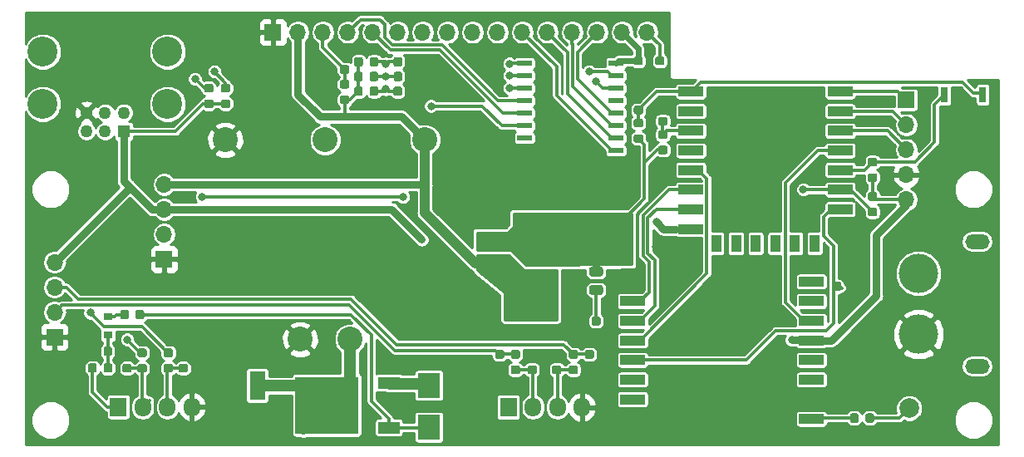
<source format=gbr>
%TF.GenerationSoftware,KiCad,Pcbnew,5.0.0*%
%TF.CreationDate,2018-10-14T20:27:49+02:00*%
%TF.ProjectId,TranspOtterNG,5472616E73704F747465724E472E6B69,rev?*%
%TF.SameCoordinates,Original*%
%TF.FileFunction,Copper,L1,Top,Signal*%
%TF.FilePolarity,Positive*%
%FSLAX46Y46*%
G04 Gerber Fmt 4.6, Leading zero omitted, Abs format (unit mm)*
G04 Created by KiCad (PCBNEW 5.0.0) date Sun Oct 14 20:27:49 2018*
%MOMM*%
%LPD*%
G01*
G04 APERTURE LIST*
%ADD10C,4.000000*%
%ADD11O,2.500000X1.500000*%
%ADD12C,0.100000*%
%ADD13C,0.875000*%
%ADD14C,0.975000*%
%ADD15R,1.600000X3.000000*%
%ADD16R,3.000000X1.600000*%
%ADD17R,1.700000X1.950000*%
%ADD18O,1.700000X1.950000*%
%ADD19R,1.700000X1.700000*%
%ADD20O,1.700000X1.700000*%
%ADD21R,2.000000X3.800000*%
%ADD22R,2.000000X1.500000*%
%ADD23C,2.000000*%
%ADD24R,0.760000X1.600000*%
%ADD25R,2.500000X1.000000*%
%ADD26R,1.000000X1.800000*%
%ADD27C,2.540000*%
%ADD28R,2.300000X2.500000*%
%ADD29R,0.900000X0.800000*%
%ADD30R,2.200000X1.200000*%
%ADD31R,6.400000X5.800000*%
%ADD32R,1.500000X0.600000*%
%ADD33R,1.270000X1.270000*%
%ADD34C,1.270000*%
%ADD35C,3.048000*%
%ADD36C,0.800000*%
%ADD37C,0.300000*%
%ADD38C,0.800000*%
%ADD39C,0.200000*%
%ADD40C,1.000000*%
%ADD41C,0.600000*%
%ADD42C,1.200000*%
%ADD43C,0.400000*%
%ADD44C,0.254000*%
G04 APERTURE END LIST*
D10*
X191409500Y-73269000D03*
X191409500Y-67069000D03*
D11*
X197409500Y-76519000D03*
X197409500Y-63819000D03*
D12*
G36*
X163151691Y-49983053D02*
X163172926Y-49986203D01*
X163193750Y-49991419D01*
X163213962Y-49998651D01*
X163233368Y-50007830D01*
X163251781Y-50018866D01*
X163269024Y-50031654D01*
X163284930Y-50046070D01*
X163299346Y-50061976D01*
X163312134Y-50079219D01*
X163323170Y-50097632D01*
X163332349Y-50117038D01*
X163339581Y-50137250D01*
X163344797Y-50158074D01*
X163347947Y-50179309D01*
X163349000Y-50200750D01*
X163349000Y-50638250D01*
X163347947Y-50659691D01*
X163344797Y-50680926D01*
X163339581Y-50701750D01*
X163332349Y-50721962D01*
X163323170Y-50741368D01*
X163312134Y-50759781D01*
X163299346Y-50777024D01*
X163284930Y-50792930D01*
X163269024Y-50807346D01*
X163251781Y-50820134D01*
X163233368Y-50831170D01*
X163213962Y-50840349D01*
X163193750Y-50847581D01*
X163172926Y-50852797D01*
X163151691Y-50855947D01*
X163130250Y-50857000D01*
X162617750Y-50857000D01*
X162596309Y-50855947D01*
X162575074Y-50852797D01*
X162554250Y-50847581D01*
X162534038Y-50840349D01*
X162514632Y-50831170D01*
X162496219Y-50820134D01*
X162478976Y-50807346D01*
X162463070Y-50792930D01*
X162448654Y-50777024D01*
X162435866Y-50759781D01*
X162424830Y-50741368D01*
X162415651Y-50721962D01*
X162408419Y-50701750D01*
X162403203Y-50680926D01*
X162400053Y-50659691D01*
X162399000Y-50638250D01*
X162399000Y-50200750D01*
X162400053Y-50179309D01*
X162403203Y-50158074D01*
X162408419Y-50137250D01*
X162415651Y-50117038D01*
X162424830Y-50097632D01*
X162435866Y-50079219D01*
X162448654Y-50061976D01*
X162463070Y-50046070D01*
X162478976Y-50031654D01*
X162496219Y-50018866D01*
X162514632Y-50007830D01*
X162534038Y-49998651D01*
X162554250Y-49991419D01*
X162575074Y-49986203D01*
X162596309Y-49983053D01*
X162617750Y-49982000D01*
X163130250Y-49982000D01*
X163151691Y-49983053D01*
X163151691Y-49983053D01*
G37*
D13*
X162874000Y-50419500D03*
D12*
G36*
X163151691Y-48408053D02*
X163172926Y-48411203D01*
X163193750Y-48416419D01*
X163213962Y-48423651D01*
X163233368Y-48432830D01*
X163251781Y-48443866D01*
X163269024Y-48456654D01*
X163284930Y-48471070D01*
X163299346Y-48486976D01*
X163312134Y-48504219D01*
X163323170Y-48522632D01*
X163332349Y-48542038D01*
X163339581Y-48562250D01*
X163344797Y-48583074D01*
X163347947Y-48604309D01*
X163349000Y-48625750D01*
X163349000Y-49063250D01*
X163347947Y-49084691D01*
X163344797Y-49105926D01*
X163339581Y-49126750D01*
X163332349Y-49146962D01*
X163323170Y-49166368D01*
X163312134Y-49184781D01*
X163299346Y-49202024D01*
X163284930Y-49217930D01*
X163269024Y-49232346D01*
X163251781Y-49245134D01*
X163233368Y-49256170D01*
X163213962Y-49265349D01*
X163193750Y-49272581D01*
X163172926Y-49277797D01*
X163151691Y-49280947D01*
X163130250Y-49282000D01*
X162617750Y-49282000D01*
X162596309Y-49280947D01*
X162575074Y-49277797D01*
X162554250Y-49272581D01*
X162534038Y-49265349D01*
X162514632Y-49256170D01*
X162496219Y-49245134D01*
X162478976Y-49232346D01*
X162463070Y-49217930D01*
X162448654Y-49202024D01*
X162435866Y-49184781D01*
X162424830Y-49166368D01*
X162415651Y-49146962D01*
X162408419Y-49126750D01*
X162403203Y-49105926D01*
X162400053Y-49084691D01*
X162399000Y-49063250D01*
X162399000Y-48625750D01*
X162400053Y-48604309D01*
X162403203Y-48583074D01*
X162408419Y-48562250D01*
X162415651Y-48542038D01*
X162424830Y-48522632D01*
X162435866Y-48504219D01*
X162448654Y-48486976D01*
X162463070Y-48471070D01*
X162478976Y-48456654D01*
X162496219Y-48443866D01*
X162514632Y-48432830D01*
X162534038Y-48423651D01*
X162554250Y-48416419D01*
X162575074Y-48411203D01*
X162596309Y-48408053D01*
X162617750Y-48407000D01*
X163130250Y-48407000D01*
X163151691Y-48408053D01*
X163151691Y-48408053D01*
G37*
D13*
X162874000Y-48844500D03*
D12*
G36*
X155824691Y-67931053D02*
X155845926Y-67934203D01*
X155866750Y-67939419D01*
X155886962Y-67946651D01*
X155906368Y-67955830D01*
X155924781Y-67966866D01*
X155942024Y-67979654D01*
X155957930Y-67994070D01*
X155972346Y-68009976D01*
X155985134Y-68027219D01*
X155996170Y-68045632D01*
X156005349Y-68065038D01*
X156012581Y-68085250D01*
X156017797Y-68106074D01*
X156020947Y-68127309D01*
X156022000Y-68148750D01*
X156022000Y-68661250D01*
X156020947Y-68682691D01*
X156017797Y-68703926D01*
X156012581Y-68724750D01*
X156005349Y-68744962D01*
X155996170Y-68764368D01*
X155985134Y-68782781D01*
X155972346Y-68800024D01*
X155957930Y-68815930D01*
X155942024Y-68830346D01*
X155924781Y-68843134D01*
X155906368Y-68854170D01*
X155886962Y-68863349D01*
X155866750Y-68870581D01*
X155845926Y-68875797D01*
X155824691Y-68878947D01*
X155803250Y-68880000D01*
X155365750Y-68880000D01*
X155344309Y-68878947D01*
X155323074Y-68875797D01*
X155302250Y-68870581D01*
X155282038Y-68863349D01*
X155262632Y-68854170D01*
X155244219Y-68843134D01*
X155226976Y-68830346D01*
X155211070Y-68815930D01*
X155196654Y-68800024D01*
X155183866Y-68782781D01*
X155172830Y-68764368D01*
X155163651Y-68744962D01*
X155156419Y-68724750D01*
X155151203Y-68703926D01*
X155148053Y-68682691D01*
X155147000Y-68661250D01*
X155147000Y-68148750D01*
X155148053Y-68127309D01*
X155151203Y-68106074D01*
X155156419Y-68085250D01*
X155163651Y-68065038D01*
X155172830Y-68045632D01*
X155183866Y-68027219D01*
X155196654Y-68009976D01*
X155211070Y-67994070D01*
X155226976Y-67979654D01*
X155244219Y-67966866D01*
X155262632Y-67955830D01*
X155282038Y-67946651D01*
X155302250Y-67939419D01*
X155323074Y-67934203D01*
X155344309Y-67931053D01*
X155365750Y-67930000D01*
X155803250Y-67930000D01*
X155824691Y-67931053D01*
X155824691Y-67931053D01*
G37*
D13*
X155584500Y-68405000D03*
D12*
G36*
X154249691Y-67931053D02*
X154270926Y-67934203D01*
X154291750Y-67939419D01*
X154311962Y-67946651D01*
X154331368Y-67955830D01*
X154349781Y-67966866D01*
X154367024Y-67979654D01*
X154382930Y-67994070D01*
X154397346Y-68009976D01*
X154410134Y-68027219D01*
X154421170Y-68045632D01*
X154430349Y-68065038D01*
X154437581Y-68085250D01*
X154442797Y-68106074D01*
X154445947Y-68127309D01*
X154447000Y-68148750D01*
X154447000Y-68661250D01*
X154445947Y-68682691D01*
X154442797Y-68703926D01*
X154437581Y-68724750D01*
X154430349Y-68744962D01*
X154421170Y-68764368D01*
X154410134Y-68782781D01*
X154397346Y-68800024D01*
X154382930Y-68815930D01*
X154367024Y-68830346D01*
X154349781Y-68843134D01*
X154331368Y-68854170D01*
X154311962Y-68863349D01*
X154291750Y-68870581D01*
X154270926Y-68875797D01*
X154249691Y-68878947D01*
X154228250Y-68880000D01*
X153790750Y-68880000D01*
X153769309Y-68878947D01*
X153748074Y-68875797D01*
X153727250Y-68870581D01*
X153707038Y-68863349D01*
X153687632Y-68854170D01*
X153669219Y-68843134D01*
X153651976Y-68830346D01*
X153636070Y-68815930D01*
X153621654Y-68800024D01*
X153608866Y-68782781D01*
X153597830Y-68764368D01*
X153588651Y-68744962D01*
X153581419Y-68724750D01*
X153576203Y-68703926D01*
X153573053Y-68682691D01*
X153572000Y-68661250D01*
X153572000Y-68148750D01*
X153573053Y-68127309D01*
X153576203Y-68106074D01*
X153581419Y-68085250D01*
X153588651Y-68065038D01*
X153597830Y-68045632D01*
X153608866Y-68027219D01*
X153621654Y-68009976D01*
X153636070Y-67994070D01*
X153651976Y-67979654D01*
X153669219Y-67966866D01*
X153687632Y-67955830D01*
X153707038Y-67946651D01*
X153727250Y-67939419D01*
X153748074Y-67934203D01*
X153769309Y-67931053D01*
X153790750Y-67930000D01*
X154228250Y-67930000D01*
X154249691Y-67931053D01*
X154249691Y-67931053D01*
G37*
D13*
X154009500Y-68405000D03*
D12*
G36*
X159192191Y-60880053D02*
X159213426Y-60883203D01*
X159234250Y-60888419D01*
X159254462Y-60895651D01*
X159273868Y-60904830D01*
X159292281Y-60915866D01*
X159309524Y-60928654D01*
X159325430Y-60943070D01*
X159339846Y-60958976D01*
X159352634Y-60976219D01*
X159363670Y-60994632D01*
X159372849Y-61014038D01*
X159380081Y-61034250D01*
X159385297Y-61055074D01*
X159388447Y-61076309D01*
X159389500Y-61097750D01*
X159389500Y-61535250D01*
X159388447Y-61556691D01*
X159385297Y-61577926D01*
X159380081Y-61598750D01*
X159372849Y-61618962D01*
X159363670Y-61638368D01*
X159352634Y-61656781D01*
X159339846Y-61674024D01*
X159325430Y-61689930D01*
X159309524Y-61704346D01*
X159292281Y-61717134D01*
X159273868Y-61728170D01*
X159254462Y-61737349D01*
X159234250Y-61744581D01*
X159213426Y-61749797D01*
X159192191Y-61752947D01*
X159170750Y-61754000D01*
X158658250Y-61754000D01*
X158636809Y-61752947D01*
X158615574Y-61749797D01*
X158594750Y-61744581D01*
X158574538Y-61737349D01*
X158555132Y-61728170D01*
X158536719Y-61717134D01*
X158519476Y-61704346D01*
X158503570Y-61689930D01*
X158489154Y-61674024D01*
X158476366Y-61656781D01*
X158465330Y-61638368D01*
X158456151Y-61618962D01*
X158448919Y-61598750D01*
X158443703Y-61577926D01*
X158440553Y-61556691D01*
X158439500Y-61535250D01*
X158439500Y-61097750D01*
X158440553Y-61076309D01*
X158443703Y-61055074D01*
X158448919Y-61034250D01*
X158456151Y-61014038D01*
X158465330Y-60994632D01*
X158476366Y-60976219D01*
X158489154Y-60958976D01*
X158503570Y-60943070D01*
X158519476Y-60928654D01*
X158536719Y-60915866D01*
X158555132Y-60904830D01*
X158574538Y-60895651D01*
X158594750Y-60888419D01*
X158615574Y-60883203D01*
X158636809Y-60880053D01*
X158658250Y-60879000D01*
X159170750Y-60879000D01*
X159192191Y-60880053D01*
X159192191Y-60880053D01*
G37*
D13*
X158914500Y-61316500D03*
D12*
G36*
X159192191Y-59305053D02*
X159213426Y-59308203D01*
X159234250Y-59313419D01*
X159254462Y-59320651D01*
X159273868Y-59329830D01*
X159292281Y-59340866D01*
X159309524Y-59353654D01*
X159325430Y-59368070D01*
X159339846Y-59383976D01*
X159352634Y-59401219D01*
X159363670Y-59419632D01*
X159372849Y-59439038D01*
X159380081Y-59459250D01*
X159385297Y-59480074D01*
X159388447Y-59501309D01*
X159389500Y-59522750D01*
X159389500Y-59960250D01*
X159388447Y-59981691D01*
X159385297Y-60002926D01*
X159380081Y-60023750D01*
X159372849Y-60043962D01*
X159363670Y-60063368D01*
X159352634Y-60081781D01*
X159339846Y-60099024D01*
X159325430Y-60114930D01*
X159309524Y-60129346D01*
X159292281Y-60142134D01*
X159273868Y-60153170D01*
X159254462Y-60162349D01*
X159234250Y-60169581D01*
X159213426Y-60174797D01*
X159192191Y-60177947D01*
X159170750Y-60179000D01*
X158658250Y-60179000D01*
X158636809Y-60177947D01*
X158615574Y-60174797D01*
X158594750Y-60169581D01*
X158574538Y-60162349D01*
X158555132Y-60153170D01*
X158536719Y-60142134D01*
X158519476Y-60129346D01*
X158503570Y-60114930D01*
X158489154Y-60099024D01*
X158476366Y-60081781D01*
X158465330Y-60063368D01*
X158456151Y-60043962D01*
X158448919Y-60023750D01*
X158443703Y-60002926D01*
X158440553Y-59981691D01*
X158439500Y-59960250D01*
X158439500Y-59522750D01*
X158440553Y-59501309D01*
X158443703Y-59480074D01*
X158448919Y-59459250D01*
X158456151Y-59439038D01*
X158465330Y-59419632D01*
X158476366Y-59401219D01*
X158489154Y-59383976D01*
X158503570Y-59368070D01*
X158519476Y-59353654D01*
X158536719Y-59340866D01*
X158555132Y-59329830D01*
X158574538Y-59320651D01*
X158594750Y-59313419D01*
X158615574Y-59308203D01*
X158636809Y-59305053D01*
X158658250Y-59304000D01*
X159170750Y-59304000D01*
X159192191Y-59305053D01*
X159192191Y-59305053D01*
G37*
D13*
X158914500Y-59741500D03*
D12*
G36*
X157494642Y-60880174D02*
X157518303Y-60883684D01*
X157541507Y-60889496D01*
X157564029Y-60897554D01*
X157585653Y-60907782D01*
X157606170Y-60920079D01*
X157625383Y-60934329D01*
X157643107Y-60950393D01*
X157659171Y-60968117D01*
X157673421Y-60987330D01*
X157685718Y-61007847D01*
X157695946Y-61029471D01*
X157704004Y-61051993D01*
X157709816Y-61075197D01*
X157713326Y-61098858D01*
X157714500Y-61122750D01*
X157714500Y-61610250D01*
X157713326Y-61634142D01*
X157709816Y-61657803D01*
X157704004Y-61681007D01*
X157695946Y-61703529D01*
X157685718Y-61725153D01*
X157673421Y-61745670D01*
X157659171Y-61764883D01*
X157643107Y-61782607D01*
X157625383Y-61798671D01*
X157606170Y-61812921D01*
X157585653Y-61825218D01*
X157564029Y-61835446D01*
X157541507Y-61843504D01*
X157518303Y-61849316D01*
X157494642Y-61852826D01*
X157470750Y-61854000D01*
X156558250Y-61854000D01*
X156534358Y-61852826D01*
X156510697Y-61849316D01*
X156487493Y-61843504D01*
X156464971Y-61835446D01*
X156443347Y-61825218D01*
X156422830Y-61812921D01*
X156403617Y-61798671D01*
X156385893Y-61782607D01*
X156369829Y-61764883D01*
X156355579Y-61745670D01*
X156343282Y-61725153D01*
X156333054Y-61703529D01*
X156324996Y-61681007D01*
X156319184Y-61657803D01*
X156315674Y-61634142D01*
X156314500Y-61610250D01*
X156314500Y-61122750D01*
X156315674Y-61098858D01*
X156319184Y-61075197D01*
X156324996Y-61051993D01*
X156333054Y-61029471D01*
X156343282Y-61007847D01*
X156355579Y-60987330D01*
X156369829Y-60968117D01*
X156385893Y-60950393D01*
X156403617Y-60934329D01*
X156422830Y-60920079D01*
X156443347Y-60907782D01*
X156464971Y-60897554D01*
X156487493Y-60889496D01*
X156510697Y-60883684D01*
X156534358Y-60880174D01*
X156558250Y-60879000D01*
X157470750Y-60879000D01*
X157494642Y-60880174D01*
X157494642Y-60880174D01*
G37*
D14*
X157014500Y-61366500D03*
D12*
G36*
X157494642Y-59005174D02*
X157518303Y-59008684D01*
X157541507Y-59014496D01*
X157564029Y-59022554D01*
X157585653Y-59032782D01*
X157606170Y-59045079D01*
X157625383Y-59059329D01*
X157643107Y-59075393D01*
X157659171Y-59093117D01*
X157673421Y-59112330D01*
X157685718Y-59132847D01*
X157695946Y-59154471D01*
X157704004Y-59176993D01*
X157709816Y-59200197D01*
X157713326Y-59223858D01*
X157714500Y-59247750D01*
X157714500Y-59735250D01*
X157713326Y-59759142D01*
X157709816Y-59782803D01*
X157704004Y-59806007D01*
X157695946Y-59828529D01*
X157685718Y-59850153D01*
X157673421Y-59870670D01*
X157659171Y-59889883D01*
X157643107Y-59907607D01*
X157625383Y-59923671D01*
X157606170Y-59937921D01*
X157585653Y-59950218D01*
X157564029Y-59960446D01*
X157541507Y-59968504D01*
X157518303Y-59974316D01*
X157494642Y-59977826D01*
X157470750Y-59979000D01*
X156558250Y-59979000D01*
X156534358Y-59977826D01*
X156510697Y-59974316D01*
X156487493Y-59968504D01*
X156464971Y-59960446D01*
X156443347Y-59950218D01*
X156422830Y-59937921D01*
X156403617Y-59923671D01*
X156385893Y-59907607D01*
X156369829Y-59889883D01*
X156355579Y-59870670D01*
X156343282Y-59850153D01*
X156333054Y-59828529D01*
X156324996Y-59806007D01*
X156319184Y-59782803D01*
X156315674Y-59759142D01*
X156314500Y-59735250D01*
X156314500Y-59247750D01*
X156315674Y-59223858D01*
X156319184Y-59200197D01*
X156324996Y-59176993D01*
X156333054Y-59154471D01*
X156343282Y-59132847D01*
X156355579Y-59112330D01*
X156369829Y-59093117D01*
X156385893Y-59075393D01*
X156403617Y-59059329D01*
X156422830Y-59045079D01*
X156443347Y-59032782D01*
X156464971Y-59022554D01*
X156487493Y-59014496D01*
X156510697Y-59008684D01*
X156534358Y-59005174D01*
X156558250Y-59004000D01*
X157470750Y-59004000D01*
X157494642Y-59005174D01*
X157494642Y-59005174D01*
G37*
D14*
X157014500Y-59491500D03*
D12*
G36*
X111060691Y-74726053D02*
X111081926Y-74729203D01*
X111102750Y-74734419D01*
X111122962Y-74741651D01*
X111142368Y-74750830D01*
X111160781Y-74761866D01*
X111178024Y-74774654D01*
X111193930Y-74789070D01*
X111208346Y-74804976D01*
X111221134Y-74822219D01*
X111232170Y-74840632D01*
X111241349Y-74860038D01*
X111248581Y-74880250D01*
X111253797Y-74901074D01*
X111256947Y-74922309D01*
X111258000Y-74943750D01*
X111258000Y-75381250D01*
X111256947Y-75402691D01*
X111253797Y-75423926D01*
X111248581Y-75444750D01*
X111241349Y-75464962D01*
X111232170Y-75484368D01*
X111221134Y-75502781D01*
X111208346Y-75520024D01*
X111193930Y-75535930D01*
X111178024Y-75550346D01*
X111160781Y-75563134D01*
X111142368Y-75574170D01*
X111122962Y-75583349D01*
X111102750Y-75590581D01*
X111081926Y-75595797D01*
X111060691Y-75598947D01*
X111039250Y-75600000D01*
X110526750Y-75600000D01*
X110505309Y-75598947D01*
X110484074Y-75595797D01*
X110463250Y-75590581D01*
X110443038Y-75583349D01*
X110423632Y-75574170D01*
X110405219Y-75563134D01*
X110387976Y-75550346D01*
X110372070Y-75535930D01*
X110357654Y-75520024D01*
X110344866Y-75502781D01*
X110333830Y-75484368D01*
X110324651Y-75464962D01*
X110317419Y-75444750D01*
X110312203Y-75423926D01*
X110309053Y-75402691D01*
X110308000Y-75381250D01*
X110308000Y-74943750D01*
X110309053Y-74922309D01*
X110312203Y-74901074D01*
X110317419Y-74880250D01*
X110324651Y-74860038D01*
X110333830Y-74840632D01*
X110344866Y-74822219D01*
X110357654Y-74804976D01*
X110372070Y-74789070D01*
X110387976Y-74774654D01*
X110405219Y-74761866D01*
X110423632Y-74750830D01*
X110443038Y-74741651D01*
X110463250Y-74734419D01*
X110484074Y-74729203D01*
X110505309Y-74726053D01*
X110526750Y-74725000D01*
X111039250Y-74725000D01*
X111060691Y-74726053D01*
X111060691Y-74726053D01*
G37*
D13*
X110783000Y-75162500D03*
D12*
G36*
X111060691Y-76301053D02*
X111081926Y-76304203D01*
X111102750Y-76309419D01*
X111122962Y-76316651D01*
X111142368Y-76325830D01*
X111160781Y-76336866D01*
X111178024Y-76349654D01*
X111193930Y-76364070D01*
X111208346Y-76379976D01*
X111221134Y-76397219D01*
X111232170Y-76415632D01*
X111241349Y-76435038D01*
X111248581Y-76455250D01*
X111253797Y-76476074D01*
X111256947Y-76497309D01*
X111258000Y-76518750D01*
X111258000Y-76956250D01*
X111256947Y-76977691D01*
X111253797Y-76998926D01*
X111248581Y-77019750D01*
X111241349Y-77039962D01*
X111232170Y-77059368D01*
X111221134Y-77077781D01*
X111208346Y-77095024D01*
X111193930Y-77110930D01*
X111178024Y-77125346D01*
X111160781Y-77138134D01*
X111142368Y-77149170D01*
X111122962Y-77158349D01*
X111102750Y-77165581D01*
X111081926Y-77170797D01*
X111060691Y-77173947D01*
X111039250Y-77175000D01*
X110526750Y-77175000D01*
X110505309Y-77173947D01*
X110484074Y-77170797D01*
X110463250Y-77165581D01*
X110443038Y-77158349D01*
X110423632Y-77149170D01*
X110405219Y-77138134D01*
X110387976Y-77125346D01*
X110372070Y-77110930D01*
X110357654Y-77095024D01*
X110344866Y-77077781D01*
X110333830Y-77059368D01*
X110324651Y-77039962D01*
X110317419Y-77019750D01*
X110312203Y-76998926D01*
X110309053Y-76977691D01*
X110308000Y-76956250D01*
X110308000Y-76518750D01*
X110309053Y-76497309D01*
X110312203Y-76476074D01*
X110317419Y-76455250D01*
X110324651Y-76435038D01*
X110333830Y-76415632D01*
X110344866Y-76397219D01*
X110357654Y-76379976D01*
X110372070Y-76364070D01*
X110387976Y-76349654D01*
X110405219Y-76336866D01*
X110423632Y-76325830D01*
X110443038Y-76316651D01*
X110463250Y-76309419D01*
X110484074Y-76304203D01*
X110505309Y-76301053D01*
X110526750Y-76300000D01*
X111039250Y-76300000D01*
X111060691Y-76301053D01*
X111060691Y-76301053D01*
G37*
D13*
X110783000Y-76737500D03*
D12*
G36*
X152327191Y-76460053D02*
X152348426Y-76463203D01*
X152369250Y-76468419D01*
X152389462Y-76475651D01*
X152408868Y-76484830D01*
X152427281Y-76495866D01*
X152444524Y-76508654D01*
X152460430Y-76523070D01*
X152474846Y-76538976D01*
X152487634Y-76556219D01*
X152498670Y-76574632D01*
X152507849Y-76594038D01*
X152515081Y-76614250D01*
X152520297Y-76635074D01*
X152523447Y-76656309D01*
X152524500Y-76677750D01*
X152524500Y-77115250D01*
X152523447Y-77136691D01*
X152520297Y-77157926D01*
X152515081Y-77178750D01*
X152507849Y-77198962D01*
X152498670Y-77218368D01*
X152487634Y-77236781D01*
X152474846Y-77254024D01*
X152460430Y-77269930D01*
X152444524Y-77284346D01*
X152427281Y-77297134D01*
X152408868Y-77308170D01*
X152389462Y-77317349D01*
X152369250Y-77324581D01*
X152348426Y-77329797D01*
X152327191Y-77332947D01*
X152305750Y-77334000D01*
X151793250Y-77334000D01*
X151771809Y-77332947D01*
X151750574Y-77329797D01*
X151729750Y-77324581D01*
X151709538Y-77317349D01*
X151690132Y-77308170D01*
X151671719Y-77297134D01*
X151654476Y-77284346D01*
X151638570Y-77269930D01*
X151624154Y-77254024D01*
X151611366Y-77236781D01*
X151600330Y-77218368D01*
X151591151Y-77198962D01*
X151583919Y-77178750D01*
X151578703Y-77157926D01*
X151575553Y-77136691D01*
X151574500Y-77115250D01*
X151574500Y-76677750D01*
X151575553Y-76656309D01*
X151578703Y-76635074D01*
X151583919Y-76614250D01*
X151591151Y-76594038D01*
X151600330Y-76574632D01*
X151611366Y-76556219D01*
X151624154Y-76538976D01*
X151638570Y-76523070D01*
X151654476Y-76508654D01*
X151671719Y-76495866D01*
X151690132Y-76484830D01*
X151709538Y-76475651D01*
X151729750Y-76468419D01*
X151750574Y-76463203D01*
X151771809Y-76460053D01*
X151793250Y-76459000D01*
X152305750Y-76459000D01*
X152327191Y-76460053D01*
X152327191Y-76460053D01*
G37*
D13*
X152049500Y-76896500D03*
D12*
G36*
X152327191Y-74885053D02*
X152348426Y-74888203D01*
X152369250Y-74893419D01*
X152389462Y-74900651D01*
X152408868Y-74909830D01*
X152427281Y-74920866D01*
X152444524Y-74933654D01*
X152460430Y-74948070D01*
X152474846Y-74963976D01*
X152487634Y-74981219D01*
X152498670Y-74999632D01*
X152507849Y-75019038D01*
X152515081Y-75039250D01*
X152520297Y-75060074D01*
X152523447Y-75081309D01*
X152524500Y-75102750D01*
X152524500Y-75540250D01*
X152523447Y-75561691D01*
X152520297Y-75582926D01*
X152515081Y-75603750D01*
X152507849Y-75623962D01*
X152498670Y-75643368D01*
X152487634Y-75661781D01*
X152474846Y-75679024D01*
X152460430Y-75694930D01*
X152444524Y-75709346D01*
X152427281Y-75722134D01*
X152408868Y-75733170D01*
X152389462Y-75742349D01*
X152369250Y-75749581D01*
X152348426Y-75754797D01*
X152327191Y-75757947D01*
X152305750Y-75759000D01*
X151793250Y-75759000D01*
X151771809Y-75757947D01*
X151750574Y-75754797D01*
X151729750Y-75749581D01*
X151709538Y-75742349D01*
X151690132Y-75733170D01*
X151671719Y-75722134D01*
X151654476Y-75709346D01*
X151638570Y-75694930D01*
X151624154Y-75679024D01*
X151611366Y-75661781D01*
X151600330Y-75643368D01*
X151591151Y-75623962D01*
X151583919Y-75603750D01*
X151578703Y-75582926D01*
X151575553Y-75561691D01*
X151574500Y-75540250D01*
X151574500Y-75102750D01*
X151575553Y-75081309D01*
X151578703Y-75060074D01*
X151583919Y-75039250D01*
X151591151Y-75019038D01*
X151600330Y-74999632D01*
X151611366Y-74981219D01*
X151624154Y-74963976D01*
X151638570Y-74948070D01*
X151654476Y-74933654D01*
X151671719Y-74920866D01*
X151690132Y-74909830D01*
X151709538Y-74900651D01*
X151729750Y-74893419D01*
X151750574Y-74888203D01*
X151771809Y-74885053D01*
X151793250Y-74884000D01*
X152305750Y-74884000D01*
X152327191Y-74885053D01*
X152327191Y-74885053D01*
G37*
D13*
X152049500Y-75321500D03*
D12*
G36*
X116778191Y-74726053D02*
X116799426Y-74729203D01*
X116820250Y-74734419D01*
X116840462Y-74741651D01*
X116859868Y-74750830D01*
X116878281Y-74761866D01*
X116895524Y-74774654D01*
X116911430Y-74789070D01*
X116925846Y-74804976D01*
X116938634Y-74822219D01*
X116949670Y-74840632D01*
X116958849Y-74860038D01*
X116966081Y-74880250D01*
X116971297Y-74901074D01*
X116974447Y-74922309D01*
X116975500Y-74943750D01*
X116975500Y-75381250D01*
X116974447Y-75402691D01*
X116971297Y-75423926D01*
X116966081Y-75444750D01*
X116958849Y-75464962D01*
X116949670Y-75484368D01*
X116938634Y-75502781D01*
X116925846Y-75520024D01*
X116911430Y-75535930D01*
X116895524Y-75550346D01*
X116878281Y-75563134D01*
X116859868Y-75574170D01*
X116840462Y-75583349D01*
X116820250Y-75590581D01*
X116799426Y-75595797D01*
X116778191Y-75598947D01*
X116756750Y-75600000D01*
X116244250Y-75600000D01*
X116222809Y-75598947D01*
X116201574Y-75595797D01*
X116180750Y-75590581D01*
X116160538Y-75583349D01*
X116141132Y-75574170D01*
X116122719Y-75563134D01*
X116105476Y-75550346D01*
X116089570Y-75535930D01*
X116075154Y-75520024D01*
X116062366Y-75502781D01*
X116051330Y-75484368D01*
X116042151Y-75464962D01*
X116034919Y-75444750D01*
X116029703Y-75423926D01*
X116026553Y-75402691D01*
X116025500Y-75381250D01*
X116025500Y-74943750D01*
X116026553Y-74922309D01*
X116029703Y-74901074D01*
X116034919Y-74880250D01*
X116042151Y-74860038D01*
X116051330Y-74840632D01*
X116062366Y-74822219D01*
X116075154Y-74804976D01*
X116089570Y-74789070D01*
X116105476Y-74774654D01*
X116122719Y-74761866D01*
X116141132Y-74750830D01*
X116160538Y-74741651D01*
X116180750Y-74734419D01*
X116201574Y-74729203D01*
X116222809Y-74726053D01*
X116244250Y-74725000D01*
X116756750Y-74725000D01*
X116778191Y-74726053D01*
X116778191Y-74726053D01*
G37*
D13*
X116500500Y-75162500D03*
D12*
G36*
X116778191Y-76301053D02*
X116799426Y-76304203D01*
X116820250Y-76309419D01*
X116840462Y-76316651D01*
X116859868Y-76325830D01*
X116878281Y-76336866D01*
X116895524Y-76349654D01*
X116911430Y-76364070D01*
X116925846Y-76379976D01*
X116938634Y-76397219D01*
X116949670Y-76415632D01*
X116958849Y-76435038D01*
X116966081Y-76455250D01*
X116971297Y-76476074D01*
X116974447Y-76497309D01*
X116975500Y-76518750D01*
X116975500Y-76956250D01*
X116974447Y-76977691D01*
X116971297Y-76998926D01*
X116966081Y-77019750D01*
X116958849Y-77039962D01*
X116949670Y-77059368D01*
X116938634Y-77077781D01*
X116925846Y-77095024D01*
X116911430Y-77110930D01*
X116895524Y-77125346D01*
X116878281Y-77138134D01*
X116859868Y-77149170D01*
X116840462Y-77158349D01*
X116820250Y-77165581D01*
X116799426Y-77170797D01*
X116778191Y-77173947D01*
X116756750Y-77175000D01*
X116244250Y-77175000D01*
X116222809Y-77173947D01*
X116201574Y-77170797D01*
X116180750Y-77165581D01*
X116160538Y-77158349D01*
X116141132Y-77149170D01*
X116122719Y-77138134D01*
X116105476Y-77125346D01*
X116089570Y-77110930D01*
X116075154Y-77095024D01*
X116062366Y-77077781D01*
X116051330Y-77059368D01*
X116042151Y-77039962D01*
X116034919Y-77019750D01*
X116029703Y-76998926D01*
X116026553Y-76977691D01*
X116025500Y-76956250D01*
X116025500Y-76518750D01*
X116026553Y-76497309D01*
X116029703Y-76476074D01*
X116034919Y-76455250D01*
X116042151Y-76435038D01*
X116051330Y-76415632D01*
X116062366Y-76397219D01*
X116075154Y-76379976D01*
X116089570Y-76364070D01*
X116105476Y-76349654D01*
X116122719Y-76336866D01*
X116141132Y-76325830D01*
X116160538Y-76316651D01*
X116180750Y-76309419D01*
X116201574Y-76304203D01*
X116222809Y-76301053D01*
X116244250Y-76300000D01*
X116756750Y-76300000D01*
X116778191Y-76301053D01*
X116778191Y-76301053D01*
G37*
D13*
X116500500Y-76737500D03*
D12*
G36*
X154827191Y-76460053D02*
X154848426Y-76463203D01*
X154869250Y-76468419D01*
X154889462Y-76475651D01*
X154908868Y-76484830D01*
X154927281Y-76495866D01*
X154944524Y-76508654D01*
X154960430Y-76523070D01*
X154974846Y-76538976D01*
X154987634Y-76556219D01*
X154998670Y-76574632D01*
X155007849Y-76594038D01*
X155015081Y-76614250D01*
X155020297Y-76635074D01*
X155023447Y-76656309D01*
X155024500Y-76677750D01*
X155024500Y-77115250D01*
X155023447Y-77136691D01*
X155020297Y-77157926D01*
X155015081Y-77178750D01*
X155007849Y-77198962D01*
X154998670Y-77218368D01*
X154987634Y-77236781D01*
X154974846Y-77254024D01*
X154960430Y-77269930D01*
X154944524Y-77284346D01*
X154927281Y-77297134D01*
X154908868Y-77308170D01*
X154889462Y-77317349D01*
X154869250Y-77324581D01*
X154848426Y-77329797D01*
X154827191Y-77332947D01*
X154805750Y-77334000D01*
X154293250Y-77334000D01*
X154271809Y-77332947D01*
X154250574Y-77329797D01*
X154229750Y-77324581D01*
X154209538Y-77317349D01*
X154190132Y-77308170D01*
X154171719Y-77297134D01*
X154154476Y-77284346D01*
X154138570Y-77269930D01*
X154124154Y-77254024D01*
X154111366Y-77236781D01*
X154100330Y-77218368D01*
X154091151Y-77198962D01*
X154083919Y-77178750D01*
X154078703Y-77157926D01*
X154075553Y-77136691D01*
X154074500Y-77115250D01*
X154074500Y-76677750D01*
X154075553Y-76656309D01*
X154078703Y-76635074D01*
X154083919Y-76614250D01*
X154091151Y-76594038D01*
X154100330Y-76574632D01*
X154111366Y-76556219D01*
X154124154Y-76538976D01*
X154138570Y-76523070D01*
X154154476Y-76508654D01*
X154171719Y-76495866D01*
X154190132Y-76484830D01*
X154209538Y-76475651D01*
X154229750Y-76468419D01*
X154250574Y-76463203D01*
X154271809Y-76460053D01*
X154293250Y-76459000D01*
X154805750Y-76459000D01*
X154827191Y-76460053D01*
X154827191Y-76460053D01*
G37*
D13*
X154549500Y-76896500D03*
D12*
G36*
X154827191Y-74885053D02*
X154848426Y-74888203D01*
X154869250Y-74893419D01*
X154889462Y-74900651D01*
X154908868Y-74909830D01*
X154927281Y-74920866D01*
X154944524Y-74933654D01*
X154960430Y-74948070D01*
X154974846Y-74963976D01*
X154987634Y-74981219D01*
X154998670Y-74999632D01*
X155007849Y-75019038D01*
X155015081Y-75039250D01*
X155020297Y-75060074D01*
X155023447Y-75081309D01*
X155024500Y-75102750D01*
X155024500Y-75540250D01*
X155023447Y-75561691D01*
X155020297Y-75582926D01*
X155015081Y-75603750D01*
X155007849Y-75623962D01*
X154998670Y-75643368D01*
X154987634Y-75661781D01*
X154974846Y-75679024D01*
X154960430Y-75694930D01*
X154944524Y-75709346D01*
X154927281Y-75722134D01*
X154908868Y-75733170D01*
X154889462Y-75742349D01*
X154869250Y-75749581D01*
X154848426Y-75754797D01*
X154827191Y-75757947D01*
X154805750Y-75759000D01*
X154293250Y-75759000D01*
X154271809Y-75757947D01*
X154250574Y-75754797D01*
X154229750Y-75749581D01*
X154209538Y-75742349D01*
X154190132Y-75733170D01*
X154171719Y-75722134D01*
X154154476Y-75709346D01*
X154138570Y-75694930D01*
X154124154Y-75679024D01*
X154111366Y-75661781D01*
X154100330Y-75643368D01*
X154091151Y-75623962D01*
X154083919Y-75603750D01*
X154078703Y-75582926D01*
X154075553Y-75561691D01*
X154074500Y-75540250D01*
X154074500Y-75102750D01*
X154075553Y-75081309D01*
X154078703Y-75060074D01*
X154083919Y-75039250D01*
X154091151Y-75019038D01*
X154100330Y-74999632D01*
X154111366Y-74981219D01*
X154124154Y-74963976D01*
X154138570Y-74948070D01*
X154154476Y-74933654D01*
X154171719Y-74920866D01*
X154190132Y-74909830D01*
X154209538Y-74900651D01*
X154229750Y-74893419D01*
X154250574Y-74888203D01*
X154271809Y-74885053D01*
X154293250Y-74884000D01*
X154805750Y-74884000D01*
X154827191Y-74885053D01*
X154827191Y-74885053D01*
G37*
D13*
X154549500Y-75321500D03*
D15*
X124049500Y-82909000D03*
X124049500Y-78509000D03*
D16*
X151333500Y-70500500D03*
X146933500Y-70500500D03*
D12*
G36*
X165642191Y-51124553D02*
X165663426Y-51127703D01*
X165684250Y-51132919D01*
X165704462Y-51140151D01*
X165723868Y-51149330D01*
X165742281Y-51160366D01*
X165759524Y-51173154D01*
X165775430Y-51187570D01*
X165789846Y-51203476D01*
X165802634Y-51220719D01*
X165813670Y-51239132D01*
X165822849Y-51258538D01*
X165830081Y-51278750D01*
X165835297Y-51299574D01*
X165838447Y-51320809D01*
X165839500Y-51342250D01*
X165839500Y-51779750D01*
X165838447Y-51801191D01*
X165835297Y-51822426D01*
X165830081Y-51843250D01*
X165822849Y-51863462D01*
X165813670Y-51882868D01*
X165802634Y-51901281D01*
X165789846Y-51918524D01*
X165775430Y-51934430D01*
X165759524Y-51948846D01*
X165742281Y-51961634D01*
X165723868Y-51972670D01*
X165704462Y-51981849D01*
X165684250Y-51989081D01*
X165663426Y-51994297D01*
X165642191Y-51997447D01*
X165620750Y-51998500D01*
X165108250Y-51998500D01*
X165086809Y-51997447D01*
X165065574Y-51994297D01*
X165044750Y-51989081D01*
X165024538Y-51981849D01*
X165005132Y-51972670D01*
X164986719Y-51961634D01*
X164969476Y-51948846D01*
X164953570Y-51934430D01*
X164939154Y-51918524D01*
X164926366Y-51901281D01*
X164915330Y-51882868D01*
X164906151Y-51863462D01*
X164898919Y-51843250D01*
X164893703Y-51822426D01*
X164890553Y-51801191D01*
X164889500Y-51779750D01*
X164889500Y-51342250D01*
X164890553Y-51320809D01*
X164893703Y-51299574D01*
X164898919Y-51278750D01*
X164906151Y-51258538D01*
X164915330Y-51239132D01*
X164926366Y-51220719D01*
X164939154Y-51203476D01*
X164953570Y-51187570D01*
X164969476Y-51173154D01*
X164986719Y-51160366D01*
X165005132Y-51149330D01*
X165024538Y-51140151D01*
X165044750Y-51132919D01*
X165065574Y-51127703D01*
X165086809Y-51124553D01*
X165108250Y-51123500D01*
X165620750Y-51123500D01*
X165642191Y-51124553D01*
X165642191Y-51124553D01*
G37*
D13*
X165364500Y-51561000D03*
D12*
G36*
X165642191Y-49549553D02*
X165663426Y-49552703D01*
X165684250Y-49557919D01*
X165704462Y-49565151D01*
X165723868Y-49574330D01*
X165742281Y-49585366D01*
X165759524Y-49598154D01*
X165775430Y-49612570D01*
X165789846Y-49628476D01*
X165802634Y-49645719D01*
X165813670Y-49664132D01*
X165822849Y-49683538D01*
X165830081Y-49703750D01*
X165835297Y-49724574D01*
X165838447Y-49745809D01*
X165839500Y-49767250D01*
X165839500Y-50204750D01*
X165838447Y-50226191D01*
X165835297Y-50247426D01*
X165830081Y-50268250D01*
X165822849Y-50288462D01*
X165813670Y-50307868D01*
X165802634Y-50326281D01*
X165789846Y-50343524D01*
X165775430Y-50359430D01*
X165759524Y-50373846D01*
X165742281Y-50386634D01*
X165723868Y-50397670D01*
X165704462Y-50406849D01*
X165684250Y-50414081D01*
X165663426Y-50419297D01*
X165642191Y-50422447D01*
X165620750Y-50423500D01*
X165108250Y-50423500D01*
X165086809Y-50422447D01*
X165065574Y-50419297D01*
X165044750Y-50414081D01*
X165024538Y-50406849D01*
X165005132Y-50397670D01*
X164986719Y-50386634D01*
X164969476Y-50373846D01*
X164953570Y-50359430D01*
X164939154Y-50343524D01*
X164926366Y-50326281D01*
X164915330Y-50307868D01*
X164906151Y-50288462D01*
X164898919Y-50268250D01*
X164893703Y-50247426D01*
X164890553Y-50226191D01*
X164889500Y-50204750D01*
X164889500Y-49767250D01*
X164890553Y-49745809D01*
X164893703Y-49724574D01*
X164898919Y-49703750D01*
X164906151Y-49683538D01*
X164915330Y-49664132D01*
X164926366Y-49645719D01*
X164939154Y-49628476D01*
X164953570Y-49612570D01*
X164969476Y-49598154D01*
X164986719Y-49585366D01*
X165005132Y-49574330D01*
X165024538Y-49565151D01*
X165044750Y-49557919D01*
X165065574Y-49552703D01*
X165086809Y-49549553D01*
X165108250Y-49548500D01*
X165620750Y-49548500D01*
X165642191Y-49549553D01*
X165642191Y-49549553D01*
G37*
D13*
X165364500Y-49986000D03*
D12*
G36*
X159053142Y-68270674D02*
X159076803Y-68274184D01*
X159100007Y-68279996D01*
X159122529Y-68288054D01*
X159144153Y-68298282D01*
X159164670Y-68310579D01*
X159183883Y-68324829D01*
X159201607Y-68340893D01*
X159217671Y-68358617D01*
X159231921Y-68377830D01*
X159244218Y-68398347D01*
X159254446Y-68419971D01*
X159262504Y-68442493D01*
X159268316Y-68465697D01*
X159271826Y-68489358D01*
X159273000Y-68513250D01*
X159273000Y-69000750D01*
X159271826Y-69024642D01*
X159268316Y-69048303D01*
X159262504Y-69071507D01*
X159254446Y-69094029D01*
X159244218Y-69115653D01*
X159231921Y-69136170D01*
X159217671Y-69155383D01*
X159201607Y-69173107D01*
X159183883Y-69189171D01*
X159164670Y-69203421D01*
X159144153Y-69215718D01*
X159122529Y-69225946D01*
X159100007Y-69234004D01*
X159076803Y-69239816D01*
X159053142Y-69243326D01*
X159029250Y-69244500D01*
X158116750Y-69244500D01*
X158092858Y-69243326D01*
X158069197Y-69239816D01*
X158045993Y-69234004D01*
X158023471Y-69225946D01*
X158001847Y-69215718D01*
X157981330Y-69203421D01*
X157962117Y-69189171D01*
X157944393Y-69173107D01*
X157928329Y-69155383D01*
X157914079Y-69136170D01*
X157901782Y-69115653D01*
X157891554Y-69094029D01*
X157883496Y-69071507D01*
X157877684Y-69048303D01*
X157874174Y-69024642D01*
X157873000Y-69000750D01*
X157873000Y-68513250D01*
X157874174Y-68489358D01*
X157877684Y-68465697D01*
X157883496Y-68442493D01*
X157891554Y-68419971D01*
X157901782Y-68398347D01*
X157914079Y-68377830D01*
X157928329Y-68358617D01*
X157944393Y-68340893D01*
X157962117Y-68324829D01*
X157981330Y-68310579D01*
X158001847Y-68298282D01*
X158023471Y-68288054D01*
X158045993Y-68279996D01*
X158069197Y-68274184D01*
X158092858Y-68270674D01*
X158116750Y-68269500D01*
X159029250Y-68269500D01*
X159053142Y-68270674D01*
X159053142Y-68270674D01*
G37*
D14*
X158573000Y-68757000D03*
D12*
G36*
X159053142Y-66395674D02*
X159076803Y-66399184D01*
X159100007Y-66404996D01*
X159122529Y-66413054D01*
X159144153Y-66423282D01*
X159164670Y-66435579D01*
X159183883Y-66449829D01*
X159201607Y-66465893D01*
X159217671Y-66483617D01*
X159231921Y-66502830D01*
X159244218Y-66523347D01*
X159254446Y-66544971D01*
X159262504Y-66567493D01*
X159268316Y-66590697D01*
X159271826Y-66614358D01*
X159273000Y-66638250D01*
X159273000Y-67125750D01*
X159271826Y-67149642D01*
X159268316Y-67173303D01*
X159262504Y-67196507D01*
X159254446Y-67219029D01*
X159244218Y-67240653D01*
X159231921Y-67261170D01*
X159217671Y-67280383D01*
X159201607Y-67298107D01*
X159183883Y-67314171D01*
X159164670Y-67328421D01*
X159144153Y-67340718D01*
X159122529Y-67350946D01*
X159100007Y-67359004D01*
X159076803Y-67364816D01*
X159053142Y-67368326D01*
X159029250Y-67369500D01*
X158116750Y-67369500D01*
X158092858Y-67368326D01*
X158069197Y-67364816D01*
X158045993Y-67359004D01*
X158023471Y-67350946D01*
X158001847Y-67340718D01*
X157981330Y-67328421D01*
X157962117Y-67314171D01*
X157944393Y-67298107D01*
X157928329Y-67280383D01*
X157914079Y-67261170D01*
X157901782Y-67240653D01*
X157891554Y-67219029D01*
X157883496Y-67196507D01*
X157877684Y-67173303D01*
X157874174Y-67149642D01*
X157873000Y-67125750D01*
X157873000Y-66638250D01*
X157874174Y-66614358D01*
X157877684Y-66590697D01*
X157883496Y-66567493D01*
X157891554Y-66544971D01*
X157901782Y-66523347D01*
X157914079Y-66502830D01*
X157928329Y-66483617D01*
X157944393Y-66465893D01*
X157962117Y-66449829D01*
X157981330Y-66435579D01*
X158001847Y-66423282D01*
X158023471Y-66413054D01*
X158045993Y-66404996D01*
X158069197Y-66399184D01*
X158092858Y-66395674D01*
X158116750Y-66394500D01*
X159029250Y-66394500D01*
X159053142Y-66395674D01*
X159053142Y-66395674D01*
G37*
D14*
X158573000Y-66882000D03*
D17*
X109899700Y-80671400D03*
D18*
X112399700Y-80671400D03*
X114899700Y-80671400D03*
X117399700Y-80671400D03*
X157127500Y-80711600D03*
X154627500Y-80711600D03*
X152127500Y-80711600D03*
D17*
X149627500Y-80711600D03*
D19*
X190169500Y-49389000D03*
D20*
X190169500Y-51929000D03*
X190169500Y-54469000D03*
X190169500Y-57009000D03*
X190169500Y-59549000D03*
D12*
G36*
X158850691Y-71493553D02*
X158871926Y-71496703D01*
X158892750Y-71501919D01*
X158912962Y-71509151D01*
X158932368Y-71518330D01*
X158950781Y-71529366D01*
X158968024Y-71542154D01*
X158983930Y-71556570D01*
X158998346Y-71572476D01*
X159011134Y-71589719D01*
X159022170Y-71608132D01*
X159031349Y-71627538D01*
X159038581Y-71647750D01*
X159043797Y-71668574D01*
X159046947Y-71689809D01*
X159048000Y-71711250D01*
X159048000Y-72148750D01*
X159046947Y-72170191D01*
X159043797Y-72191426D01*
X159038581Y-72212250D01*
X159031349Y-72232462D01*
X159022170Y-72251868D01*
X159011134Y-72270281D01*
X158998346Y-72287524D01*
X158983930Y-72303430D01*
X158968024Y-72317846D01*
X158950781Y-72330634D01*
X158932368Y-72341670D01*
X158912962Y-72350849D01*
X158892750Y-72358081D01*
X158871926Y-72363297D01*
X158850691Y-72366447D01*
X158829250Y-72367500D01*
X158316750Y-72367500D01*
X158295309Y-72366447D01*
X158274074Y-72363297D01*
X158253250Y-72358081D01*
X158233038Y-72350849D01*
X158213632Y-72341670D01*
X158195219Y-72330634D01*
X158177976Y-72317846D01*
X158162070Y-72303430D01*
X158147654Y-72287524D01*
X158134866Y-72270281D01*
X158123830Y-72251868D01*
X158114651Y-72232462D01*
X158107419Y-72212250D01*
X158102203Y-72191426D01*
X158099053Y-72170191D01*
X158098000Y-72148750D01*
X158098000Y-71711250D01*
X158099053Y-71689809D01*
X158102203Y-71668574D01*
X158107419Y-71647750D01*
X158114651Y-71627538D01*
X158123830Y-71608132D01*
X158134866Y-71589719D01*
X158147654Y-71572476D01*
X158162070Y-71556570D01*
X158177976Y-71542154D01*
X158195219Y-71529366D01*
X158213632Y-71518330D01*
X158233038Y-71509151D01*
X158253250Y-71501919D01*
X158274074Y-71496703D01*
X158295309Y-71493553D01*
X158316750Y-71492500D01*
X158829250Y-71492500D01*
X158850691Y-71493553D01*
X158850691Y-71493553D01*
G37*
D13*
X158573000Y-71930000D03*
D12*
G36*
X158850691Y-73068553D02*
X158871926Y-73071703D01*
X158892750Y-73076919D01*
X158912962Y-73084151D01*
X158932368Y-73093330D01*
X158950781Y-73104366D01*
X158968024Y-73117154D01*
X158983930Y-73131570D01*
X158998346Y-73147476D01*
X159011134Y-73164719D01*
X159022170Y-73183132D01*
X159031349Y-73202538D01*
X159038581Y-73222750D01*
X159043797Y-73243574D01*
X159046947Y-73264809D01*
X159048000Y-73286250D01*
X159048000Y-73723750D01*
X159046947Y-73745191D01*
X159043797Y-73766426D01*
X159038581Y-73787250D01*
X159031349Y-73807462D01*
X159022170Y-73826868D01*
X159011134Y-73845281D01*
X158998346Y-73862524D01*
X158983930Y-73878430D01*
X158968024Y-73892846D01*
X158950781Y-73905634D01*
X158932368Y-73916670D01*
X158912962Y-73925849D01*
X158892750Y-73933081D01*
X158871926Y-73938297D01*
X158850691Y-73941447D01*
X158829250Y-73942500D01*
X158316750Y-73942500D01*
X158295309Y-73941447D01*
X158274074Y-73938297D01*
X158253250Y-73933081D01*
X158233038Y-73925849D01*
X158213632Y-73916670D01*
X158195219Y-73905634D01*
X158177976Y-73892846D01*
X158162070Y-73878430D01*
X158147654Y-73862524D01*
X158134866Y-73845281D01*
X158123830Y-73826868D01*
X158114651Y-73807462D01*
X158107419Y-73787250D01*
X158102203Y-73766426D01*
X158099053Y-73745191D01*
X158098000Y-73723750D01*
X158098000Y-73286250D01*
X158099053Y-73264809D01*
X158102203Y-73243574D01*
X158107419Y-73222750D01*
X158114651Y-73202538D01*
X158123830Y-73183132D01*
X158134866Y-73164719D01*
X158147654Y-73147476D01*
X158162070Y-73131570D01*
X158177976Y-73117154D01*
X158195219Y-73104366D01*
X158213632Y-73093330D01*
X158233038Y-73084151D01*
X158253250Y-73076919D01*
X158274074Y-73071703D01*
X158295309Y-73068553D01*
X158316750Y-73067500D01*
X158829250Y-73067500D01*
X158850691Y-73068553D01*
X158850691Y-73068553D01*
G37*
D13*
X158573000Y-73505000D03*
D12*
G36*
X119387191Y-47765053D02*
X119408426Y-47768203D01*
X119429250Y-47773419D01*
X119449462Y-47780651D01*
X119468868Y-47789830D01*
X119487281Y-47800866D01*
X119504524Y-47813654D01*
X119520430Y-47828070D01*
X119534846Y-47843976D01*
X119547634Y-47861219D01*
X119558670Y-47879632D01*
X119567849Y-47899038D01*
X119575081Y-47919250D01*
X119580297Y-47940074D01*
X119583447Y-47961309D01*
X119584500Y-47982750D01*
X119584500Y-48420250D01*
X119583447Y-48441691D01*
X119580297Y-48462926D01*
X119575081Y-48483750D01*
X119567849Y-48503962D01*
X119558670Y-48523368D01*
X119547634Y-48541781D01*
X119534846Y-48559024D01*
X119520430Y-48574930D01*
X119504524Y-48589346D01*
X119487281Y-48602134D01*
X119468868Y-48613170D01*
X119449462Y-48622349D01*
X119429250Y-48629581D01*
X119408426Y-48634797D01*
X119387191Y-48637947D01*
X119365750Y-48639000D01*
X118853250Y-48639000D01*
X118831809Y-48637947D01*
X118810574Y-48634797D01*
X118789750Y-48629581D01*
X118769538Y-48622349D01*
X118750132Y-48613170D01*
X118731719Y-48602134D01*
X118714476Y-48589346D01*
X118698570Y-48574930D01*
X118684154Y-48559024D01*
X118671366Y-48541781D01*
X118660330Y-48523368D01*
X118651151Y-48503962D01*
X118643919Y-48483750D01*
X118638703Y-48462926D01*
X118635553Y-48441691D01*
X118634500Y-48420250D01*
X118634500Y-47982750D01*
X118635553Y-47961309D01*
X118638703Y-47940074D01*
X118643919Y-47919250D01*
X118651151Y-47899038D01*
X118660330Y-47879632D01*
X118671366Y-47861219D01*
X118684154Y-47843976D01*
X118698570Y-47828070D01*
X118714476Y-47813654D01*
X118731719Y-47800866D01*
X118750132Y-47789830D01*
X118769538Y-47780651D01*
X118789750Y-47773419D01*
X118810574Y-47768203D01*
X118831809Y-47765053D01*
X118853250Y-47764000D01*
X119365750Y-47764000D01*
X119387191Y-47765053D01*
X119387191Y-47765053D01*
G37*
D13*
X119109500Y-48201500D03*
D12*
G36*
X119387191Y-49340053D02*
X119408426Y-49343203D01*
X119429250Y-49348419D01*
X119449462Y-49355651D01*
X119468868Y-49364830D01*
X119487281Y-49375866D01*
X119504524Y-49388654D01*
X119520430Y-49403070D01*
X119534846Y-49418976D01*
X119547634Y-49436219D01*
X119558670Y-49454632D01*
X119567849Y-49474038D01*
X119575081Y-49494250D01*
X119580297Y-49515074D01*
X119583447Y-49536309D01*
X119584500Y-49557750D01*
X119584500Y-49995250D01*
X119583447Y-50016691D01*
X119580297Y-50037926D01*
X119575081Y-50058750D01*
X119567849Y-50078962D01*
X119558670Y-50098368D01*
X119547634Y-50116781D01*
X119534846Y-50134024D01*
X119520430Y-50149930D01*
X119504524Y-50164346D01*
X119487281Y-50177134D01*
X119468868Y-50188170D01*
X119449462Y-50197349D01*
X119429250Y-50204581D01*
X119408426Y-50209797D01*
X119387191Y-50212947D01*
X119365750Y-50214000D01*
X118853250Y-50214000D01*
X118831809Y-50212947D01*
X118810574Y-50209797D01*
X118789750Y-50204581D01*
X118769538Y-50197349D01*
X118750132Y-50188170D01*
X118731719Y-50177134D01*
X118714476Y-50164346D01*
X118698570Y-50149930D01*
X118684154Y-50134024D01*
X118671366Y-50116781D01*
X118660330Y-50098368D01*
X118651151Y-50078962D01*
X118643919Y-50058750D01*
X118638703Y-50037926D01*
X118635553Y-50016691D01*
X118634500Y-49995250D01*
X118634500Y-49557750D01*
X118635553Y-49536309D01*
X118638703Y-49515074D01*
X118643919Y-49494250D01*
X118651151Y-49474038D01*
X118660330Y-49454632D01*
X118671366Y-49436219D01*
X118684154Y-49418976D01*
X118698570Y-49403070D01*
X118714476Y-49388654D01*
X118731719Y-49375866D01*
X118750132Y-49364830D01*
X118769538Y-49355651D01*
X118789750Y-49348419D01*
X118810574Y-49343203D01*
X118831809Y-49340053D01*
X118853250Y-49339000D01*
X119365750Y-49339000D01*
X119387191Y-49340053D01*
X119387191Y-49340053D01*
G37*
D13*
X119109500Y-49776500D03*
D12*
G36*
X121097191Y-47765053D02*
X121118426Y-47768203D01*
X121139250Y-47773419D01*
X121159462Y-47780651D01*
X121178868Y-47789830D01*
X121197281Y-47800866D01*
X121214524Y-47813654D01*
X121230430Y-47828070D01*
X121244846Y-47843976D01*
X121257634Y-47861219D01*
X121268670Y-47879632D01*
X121277849Y-47899038D01*
X121285081Y-47919250D01*
X121290297Y-47940074D01*
X121293447Y-47961309D01*
X121294500Y-47982750D01*
X121294500Y-48420250D01*
X121293447Y-48441691D01*
X121290297Y-48462926D01*
X121285081Y-48483750D01*
X121277849Y-48503962D01*
X121268670Y-48523368D01*
X121257634Y-48541781D01*
X121244846Y-48559024D01*
X121230430Y-48574930D01*
X121214524Y-48589346D01*
X121197281Y-48602134D01*
X121178868Y-48613170D01*
X121159462Y-48622349D01*
X121139250Y-48629581D01*
X121118426Y-48634797D01*
X121097191Y-48637947D01*
X121075750Y-48639000D01*
X120563250Y-48639000D01*
X120541809Y-48637947D01*
X120520574Y-48634797D01*
X120499750Y-48629581D01*
X120479538Y-48622349D01*
X120460132Y-48613170D01*
X120441719Y-48602134D01*
X120424476Y-48589346D01*
X120408570Y-48574930D01*
X120394154Y-48559024D01*
X120381366Y-48541781D01*
X120370330Y-48523368D01*
X120361151Y-48503962D01*
X120353919Y-48483750D01*
X120348703Y-48462926D01*
X120345553Y-48441691D01*
X120344500Y-48420250D01*
X120344500Y-47982750D01*
X120345553Y-47961309D01*
X120348703Y-47940074D01*
X120353919Y-47919250D01*
X120361151Y-47899038D01*
X120370330Y-47879632D01*
X120381366Y-47861219D01*
X120394154Y-47843976D01*
X120408570Y-47828070D01*
X120424476Y-47813654D01*
X120441719Y-47800866D01*
X120460132Y-47789830D01*
X120479538Y-47780651D01*
X120499750Y-47773419D01*
X120520574Y-47768203D01*
X120541809Y-47765053D01*
X120563250Y-47764000D01*
X121075750Y-47764000D01*
X121097191Y-47765053D01*
X121097191Y-47765053D01*
G37*
D13*
X120819500Y-48201500D03*
D12*
G36*
X121097191Y-49340053D02*
X121118426Y-49343203D01*
X121139250Y-49348419D01*
X121159462Y-49355651D01*
X121178868Y-49364830D01*
X121197281Y-49375866D01*
X121214524Y-49388654D01*
X121230430Y-49403070D01*
X121244846Y-49418976D01*
X121257634Y-49436219D01*
X121268670Y-49454632D01*
X121277849Y-49474038D01*
X121285081Y-49494250D01*
X121290297Y-49515074D01*
X121293447Y-49536309D01*
X121294500Y-49557750D01*
X121294500Y-49995250D01*
X121293447Y-50016691D01*
X121290297Y-50037926D01*
X121285081Y-50058750D01*
X121277849Y-50078962D01*
X121268670Y-50098368D01*
X121257634Y-50116781D01*
X121244846Y-50134024D01*
X121230430Y-50149930D01*
X121214524Y-50164346D01*
X121197281Y-50177134D01*
X121178868Y-50188170D01*
X121159462Y-50197349D01*
X121139250Y-50204581D01*
X121118426Y-50209797D01*
X121097191Y-50212947D01*
X121075750Y-50214000D01*
X120563250Y-50214000D01*
X120541809Y-50212947D01*
X120520574Y-50209797D01*
X120499750Y-50204581D01*
X120479538Y-50197349D01*
X120460132Y-50188170D01*
X120441719Y-50177134D01*
X120424476Y-50164346D01*
X120408570Y-50149930D01*
X120394154Y-50134024D01*
X120381366Y-50116781D01*
X120370330Y-50098368D01*
X120361151Y-50078962D01*
X120353919Y-50058750D01*
X120348703Y-50037926D01*
X120345553Y-50016691D01*
X120344500Y-49995250D01*
X120344500Y-49557750D01*
X120345553Y-49536309D01*
X120348703Y-49515074D01*
X120353919Y-49494250D01*
X120361151Y-49474038D01*
X120370330Y-49454632D01*
X120381366Y-49436219D01*
X120394154Y-49418976D01*
X120408570Y-49403070D01*
X120424476Y-49388654D01*
X120441719Y-49375866D01*
X120460132Y-49364830D01*
X120479538Y-49355651D01*
X120499750Y-49348419D01*
X120520574Y-49343203D01*
X120541809Y-49340053D01*
X120563250Y-49339000D01*
X121075750Y-49339000D01*
X121097191Y-49340053D01*
X121097191Y-49340053D01*
G37*
D13*
X120819500Y-49776500D03*
D12*
G36*
X112597391Y-76301053D02*
X112618626Y-76304203D01*
X112639450Y-76309419D01*
X112659662Y-76316651D01*
X112679068Y-76325830D01*
X112697481Y-76336866D01*
X112714724Y-76349654D01*
X112730630Y-76364070D01*
X112745046Y-76379976D01*
X112757834Y-76397219D01*
X112768870Y-76415632D01*
X112778049Y-76435038D01*
X112785281Y-76455250D01*
X112790497Y-76476074D01*
X112793647Y-76497309D01*
X112794700Y-76518750D01*
X112794700Y-76956250D01*
X112793647Y-76977691D01*
X112790497Y-76998926D01*
X112785281Y-77019750D01*
X112778049Y-77039962D01*
X112768870Y-77059368D01*
X112757834Y-77077781D01*
X112745046Y-77095024D01*
X112730630Y-77110930D01*
X112714724Y-77125346D01*
X112697481Y-77138134D01*
X112679068Y-77149170D01*
X112659662Y-77158349D01*
X112639450Y-77165581D01*
X112618626Y-77170797D01*
X112597391Y-77173947D01*
X112575950Y-77175000D01*
X112063450Y-77175000D01*
X112042009Y-77173947D01*
X112020774Y-77170797D01*
X111999950Y-77165581D01*
X111979738Y-77158349D01*
X111960332Y-77149170D01*
X111941919Y-77138134D01*
X111924676Y-77125346D01*
X111908770Y-77110930D01*
X111894354Y-77095024D01*
X111881566Y-77077781D01*
X111870530Y-77059368D01*
X111861351Y-77039962D01*
X111854119Y-77019750D01*
X111848903Y-76998926D01*
X111845753Y-76977691D01*
X111844700Y-76956250D01*
X111844700Y-76518750D01*
X111845753Y-76497309D01*
X111848903Y-76476074D01*
X111854119Y-76455250D01*
X111861351Y-76435038D01*
X111870530Y-76415632D01*
X111881566Y-76397219D01*
X111894354Y-76379976D01*
X111908770Y-76364070D01*
X111924676Y-76349654D01*
X111941919Y-76336866D01*
X111960332Y-76325830D01*
X111979738Y-76316651D01*
X111999950Y-76309419D01*
X112020774Y-76304203D01*
X112042009Y-76301053D01*
X112063450Y-76300000D01*
X112575950Y-76300000D01*
X112597391Y-76301053D01*
X112597391Y-76301053D01*
G37*
D13*
X112319700Y-76737500D03*
D12*
G36*
X112597391Y-74726053D02*
X112618626Y-74729203D01*
X112639450Y-74734419D01*
X112659662Y-74741651D01*
X112679068Y-74750830D01*
X112697481Y-74761866D01*
X112714724Y-74774654D01*
X112730630Y-74789070D01*
X112745046Y-74804976D01*
X112757834Y-74822219D01*
X112768870Y-74840632D01*
X112778049Y-74860038D01*
X112785281Y-74880250D01*
X112790497Y-74901074D01*
X112793647Y-74922309D01*
X112794700Y-74943750D01*
X112794700Y-75381250D01*
X112793647Y-75402691D01*
X112790497Y-75423926D01*
X112785281Y-75444750D01*
X112778049Y-75464962D01*
X112768870Y-75484368D01*
X112757834Y-75502781D01*
X112745046Y-75520024D01*
X112730630Y-75535930D01*
X112714724Y-75550346D01*
X112697481Y-75563134D01*
X112679068Y-75574170D01*
X112659662Y-75583349D01*
X112639450Y-75590581D01*
X112618626Y-75595797D01*
X112597391Y-75598947D01*
X112575950Y-75600000D01*
X112063450Y-75600000D01*
X112042009Y-75598947D01*
X112020774Y-75595797D01*
X111999950Y-75590581D01*
X111979738Y-75583349D01*
X111960332Y-75574170D01*
X111941919Y-75563134D01*
X111924676Y-75550346D01*
X111908770Y-75535930D01*
X111894354Y-75520024D01*
X111881566Y-75502781D01*
X111870530Y-75484368D01*
X111861351Y-75464962D01*
X111854119Y-75444750D01*
X111848903Y-75423926D01*
X111845753Y-75402691D01*
X111844700Y-75381250D01*
X111844700Y-74943750D01*
X111845753Y-74922309D01*
X111848903Y-74901074D01*
X111854119Y-74880250D01*
X111861351Y-74860038D01*
X111870530Y-74840632D01*
X111881566Y-74822219D01*
X111894354Y-74804976D01*
X111908770Y-74789070D01*
X111924676Y-74774654D01*
X111941919Y-74761866D01*
X111960332Y-74750830D01*
X111979738Y-74741651D01*
X111999950Y-74734419D01*
X112020774Y-74729203D01*
X112042009Y-74726053D01*
X112063450Y-74725000D01*
X112575950Y-74725000D01*
X112597391Y-74726053D01*
X112597391Y-74726053D01*
G37*
D13*
X112319700Y-75162500D03*
D12*
G36*
X115264391Y-74726053D02*
X115285626Y-74729203D01*
X115306450Y-74734419D01*
X115326662Y-74741651D01*
X115346068Y-74750830D01*
X115364481Y-74761866D01*
X115381724Y-74774654D01*
X115397630Y-74789070D01*
X115412046Y-74804976D01*
X115424834Y-74822219D01*
X115435870Y-74840632D01*
X115445049Y-74860038D01*
X115452281Y-74880250D01*
X115457497Y-74901074D01*
X115460647Y-74922309D01*
X115461700Y-74943750D01*
X115461700Y-75381250D01*
X115460647Y-75402691D01*
X115457497Y-75423926D01*
X115452281Y-75444750D01*
X115445049Y-75464962D01*
X115435870Y-75484368D01*
X115424834Y-75502781D01*
X115412046Y-75520024D01*
X115397630Y-75535930D01*
X115381724Y-75550346D01*
X115364481Y-75563134D01*
X115346068Y-75574170D01*
X115326662Y-75583349D01*
X115306450Y-75590581D01*
X115285626Y-75595797D01*
X115264391Y-75598947D01*
X115242950Y-75600000D01*
X114730450Y-75600000D01*
X114709009Y-75598947D01*
X114687774Y-75595797D01*
X114666950Y-75590581D01*
X114646738Y-75583349D01*
X114627332Y-75574170D01*
X114608919Y-75563134D01*
X114591676Y-75550346D01*
X114575770Y-75535930D01*
X114561354Y-75520024D01*
X114548566Y-75502781D01*
X114537530Y-75484368D01*
X114528351Y-75464962D01*
X114521119Y-75444750D01*
X114515903Y-75423926D01*
X114512753Y-75402691D01*
X114511700Y-75381250D01*
X114511700Y-74943750D01*
X114512753Y-74922309D01*
X114515903Y-74901074D01*
X114521119Y-74880250D01*
X114528351Y-74860038D01*
X114537530Y-74840632D01*
X114548566Y-74822219D01*
X114561354Y-74804976D01*
X114575770Y-74789070D01*
X114591676Y-74774654D01*
X114608919Y-74761866D01*
X114627332Y-74750830D01*
X114646738Y-74741651D01*
X114666950Y-74734419D01*
X114687774Y-74729203D01*
X114709009Y-74726053D01*
X114730450Y-74725000D01*
X115242950Y-74725000D01*
X115264391Y-74726053D01*
X115264391Y-74726053D01*
G37*
D13*
X114986700Y-75162500D03*
D12*
G36*
X115264391Y-76301053D02*
X115285626Y-76304203D01*
X115306450Y-76309419D01*
X115326662Y-76316651D01*
X115346068Y-76325830D01*
X115364481Y-76336866D01*
X115381724Y-76349654D01*
X115397630Y-76364070D01*
X115412046Y-76379976D01*
X115424834Y-76397219D01*
X115435870Y-76415632D01*
X115445049Y-76435038D01*
X115452281Y-76455250D01*
X115457497Y-76476074D01*
X115460647Y-76497309D01*
X115461700Y-76518750D01*
X115461700Y-76956250D01*
X115460647Y-76977691D01*
X115457497Y-76998926D01*
X115452281Y-77019750D01*
X115445049Y-77039962D01*
X115435870Y-77059368D01*
X115424834Y-77077781D01*
X115412046Y-77095024D01*
X115397630Y-77110930D01*
X115381724Y-77125346D01*
X115364481Y-77138134D01*
X115346068Y-77149170D01*
X115326662Y-77158349D01*
X115306450Y-77165581D01*
X115285626Y-77170797D01*
X115264391Y-77173947D01*
X115242950Y-77175000D01*
X114730450Y-77175000D01*
X114709009Y-77173947D01*
X114687774Y-77170797D01*
X114666950Y-77165581D01*
X114646738Y-77158349D01*
X114627332Y-77149170D01*
X114608919Y-77138134D01*
X114591676Y-77125346D01*
X114575770Y-77110930D01*
X114561354Y-77095024D01*
X114548566Y-77077781D01*
X114537530Y-77059368D01*
X114528351Y-77039962D01*
X114521119Y-77019750D01*
X114515903Y-76998926D01*
X114512753Y-76977691D01*
X114511700Y-76956250D01*
X114511700Y-76518750D01*
X114512753Y-76497309D01*
X114515903Y-76476074D01*
X114521119Y-76455250D01*
X114528351Y-76435038D01*
X114537530Y-76415632D01*
X114548566Y-76397219D01*
X114561354Y-76379976D01*
X114575770Y-76364070D01*
X114591676Y-76349654D01*
X114608919Y-76336866D01*
X114627332Y-76325830D01*
X114646738Y-76316651D01*
X114666950Y-76309419D01*
X114687774Y-76304203D01*
X114709009Y-76301053D01*
X114730450Y-76300000D01*
X115242950Y-76300000D01*
X115264391Y-76301053D01*
X115264391Y-76301053D01*
G37*
D13*
X114986700Y-76737500D03*
D12*
G36*
X150627191Y-76460053D02*
X150648426Y-76463203D01*
X150669250Y-76468419D01*
X150689462Y-76475651D01*
X150708868Y-76484830D01*
X150727281Y-76495866D01*
X150744524Y-76508654D01*
X150760430Y-76523070D01*
X150774846Y-76538976D01*
X150787634Y-76556219D01*
X150798670Y-76574632D01*
X150807849Y-76594038D01*
X150815081Y-76614250D01*
X150820297Y-76635074D01*
X150823447Y-76656309D01*
X150824500Y-76677750D01*
X150824500Y-77115250D01*
X150823447Y-77136691D01*
X150820297Y-77157926D01*
X150815081Y-77178750D01*
X150807849Y-77198962D01*
X150798670Y-77218368D01*
X150787634Y-77236781D01*
X150774846Y-77254024D01*
X150760430Y-77269930D01*
X150744524Y-77284346D01*
X150727281Y-77297134D01*
X150708868Y-77308170D01*
X150689462Y-77317349D01*
X150669250Y-77324581D01*
X150648426Y-77329797D01*
X150627191Y-77332947D01*
X150605750Y-77334000D01*
X150093250Y-77334000D01*
X150071809Y-77332947D01*
X150050574Y-77329797D01*
X150029750Y-77324581D01*
X150009538Y-77317349D01*
X149990132Y-77308170D01*
X149971719Y-77297134D01*
X149954476Y-77284346D01*
X149938570Y-77269930D01*
X149924154Y-77254024D01*
X149911366Y-77236781D01*
X149900330Y-77218368D01*
X149891151Y-77198962D01*
X149883919Y-77178750D01*
X149878703Y-77157926D01*
X149875553Y-77136691D01*
X149874500Y-77115250D01*
X149874500Y-76677750D01*
X149875553Y-76656309D01*
X149878703Y-76635074D01*
X149883919Y-76614250D01*
X149891151Y-76594038D01*
X149900330Y-76574632D01*
X149911366Y-76556219D01*
X149924154Y-76538976D01*
X149938570Y-76523070D01*
X149954476Y-76508654D01*
X149971719Y-76495866D01*
X149990132Y-76484830D01*
X150009538Y-76475651D01*
X150029750Y-76468419D01*
X150050574Y-76463203D01*
X150071809Y-76460053D01*
X150093250Y-76459000D01*
X150605750Y-76459000D01*
X150627191Y-76460053D01*
X150627191Y-76460053D01*
G37*
D13*
X150349500Y-76896500D03*
D12*
G36*
X150627191Y-74885053D02*
X150648426Y-74888203D01*
X150669250Y-74893419D01*
X150689462Y-74900651D01*
X150708868Y-74909830D01*
X150727281Y-74920866D01*
X150744524Y-74933654D01*
X150760430Y-74948070D01*
X150774846Y-74963976D01*
X150787634Y-74981219D01*
X150798670Y-74999632D01*
X150807849Y-75019038D01*
X150815081Y-75039250D01*
X150820297Y-75060074D01*
X150823447Y-75081309D01*
X150824500Y-75102750D01*
X150824500Y-75540250D01*
X150823447Y-75561691D01*
X150820297Y-75582926D01*
X150815081Y-75603750D01*
X150807849Y-75623962D01*
X150798670Y-75643368D01*
X150787634Y-75661781D01*
X150774846Y-75679024D01*
X150760430Y-75694930D01*
X150744524Y-75709346D01*
X150727281Y-75722134D01*
X150708868Y-75733170D01*
X150689462Y-75742349D01*
X150669250Y-75749581D01*
X150648426Y-75754797D01*
X150627191Y-75757947D01*
X150605750Y-75759000D01*
X150093250Y-75759000D01*
X150071809Y-75757947D01*
X150050574Y-75754797D01*
X150029750Y-75749581D01*
X150009538Y-75742349D01*
X149990132Y-75733170D01*
X149971719Y-75722134D01*
X149954476Y-75709346D01*
X149938570Y-75694930D01*
X149924154Y-75679024D01*
X149911366Y-75661781D01*
X149900330Y-75643368D01*
X149891151Y-75623962D01*
X149883919Y-75603750D01*
X149878703Y-75582926D01*
X149875553Y-75561691D01*
X149874500Y-75540250D01*
X149874500Y-75102750D01*
X149875553Y-75081309D01*
X149878703Y-75060074D01*
X149883919Y-75039250D01*
X149891151Y-75019038D01*
X149900330Y-74999632D01*
X149911366Y-74981219D01*
X149924154Y-74963976D01*
X149938570Y-74948070D01*
X149954476Y-74933654D01*
X149971719Y-74920866D01*
X149990132Y-74909830D01*
X150009538Y-74900651D01*
X150029750Y-74893419D01*
X150050574Y-74888203D01*
X150071809Y-74885053D01*
X150093250Y-74884000D01*
X150605750Y-74884000D01*
X150627191Y-74885053D01*
X150627191Y-74885053D01*
G37*
D13*
X150349500Y-75321500D03*
D12*
G36*
X156527191Y-74885053D02*
X156548426Y-74888203D01*
X156569250Y-74893419D01*
X156589462Y-74900651D01*
X156608868Y-74909830D01*
X156627281Y-74920866D01*
X156644524Y-74933654D01*
X156660430Y-74948070D01*
X156674846Y-74963976D01*
X156687634Y-74981219D01*
X156698670Y-74999632D01*
X156707849Y-75019038D01*
X156715081Y-75039250D01*
X156720297Y-75060074D01*
X156723447Y-75081309D01*
X156724500Y-75102750D01*
X156724500Y-75540250D01*
X156723447Y-75561691D01*
X156720297Y-75582926D01*
X156715081Y-75603750D01*
X156707849Y-75623962D01*
X156698670Y-75643368D01*
X156687634Y-75661781D01*
X156674846Y-75679024D01*
X156660430Y-75694930D01*
X156644524Y-75709346D01*
X156627281Y-75722134D01*
X156608868Y-75733170D01*
X156589462Y-75742349D01*
X156569250Y-75749581D01*
X156548426Y-75754797D01*
X156527191Y-75757947D01*
X156505750Y-75759000D01*
X155993250Y-75759000D01*
X155971809Y-75757947D01*
X155950574Y-75754797D01*
X155929750Y-75749581D01*
X155909538Y-75742349D01*
X155890132Y-75733170D01*
X155871719Y-75722134D01*
X155854476Y-75709346D01*
X155838570Y-75694930D01*
X155824154Y-75679024D01*
X155811366Y-75661781D01*
X155800330Y-75643368D01*
X155791151Y-75623962D01*
X155783919Y-75603750D01*
X155778703Y-75582926D01*
X155775553Y-75561691D01*
X155774500Y-75540250D01*
X155774500Y-75102750D01*
X155775553Y-75081309D01*
X155778703Y-75060074D01*
X155783919Y-75039250D01*
X155791151Y-75019038D01*
X155800330Y-74999632D01*
X155811366Y-74981219D01*
X155824154Y-74963976D01*
X155838570Y-74948070D01*
X155854476Y-74933654D01*
X155871719Y-74920866D01*
X155890132Y-74909830D01*
X155909538Y-74900651D01*
X155929750Y-74893419D01*
X155950574Y-74888203D01*
X155971809Y-74885053D01*
X155993250Y-74884000D01*
X156505750Y-74884000D01*
X156527191Y-74885053D01*
X156527191Y-74885053D01*
G37*
D13*
X156249500Y-75321500D03*
D12*
G36*
X156527191Y-76460053D02*
X156548426Y-76463203D01*
X156569250Y-76468419D01*
X156589462Y-76475651D01*
X156608868Y-76484830D01*
X156627281Y-76495866D01*
X156644524Y-76508654D01*
X156660430Y-76523070D01*
X156674846Y-76538976D01*
X156687634Y-76556219D01*
X156698670Y-76574632D01*
X156707849Y-76594038D01*
X156715081Y-76614250D01*
X156720297Y-76635074D01*
X156723447Y-76656309D01*
X156724500Y-76677750D01*
X156724500Y-77115250D01*
X156723447Y-77136691D01*
X156720297Y-77157926D01*
X156715081Y-77178750D01*
X156707849Y-77198962D01*
X156698670Y-77218368D01*
X156687634Y-77236781D01*
X156674846Y-77254024D01*
X156660430Y-77269930D01*
X156644524Y-77284346D01*
X156627281Y-77297134D01*
X156608868Y-77308170D01*
X156589462Y-77317349D01*
X156569250Y-77324581D01*
X156548426Y-77329797D01*
X156527191Y-77332947D01*
X156505750Y-77334000D01*
X155993250Y-77334000D01*
X155971809Y-77332947D01*
X155950574Y-77329797D01*
X155929750Y-77324581D01*
X155909538Y-77317349D01*
X155890132Y-77308170D01*
X155871719Y-77297134D01*
X155854476Y-77284346D01*
X155838570Y-77269930D01*
X155824154Y-77254024D01*
X155811366Y-77236781D01*
X155800330Y-77218368D01*
X155791151Y-77198962D01*
X155783919Y-77178750D01*
X155778703Y-77157926D01*
X155775553Y-77136691D01*
X155774500Y-77115250D01*
X155774500Y-76677750D01*
X155775553Y-76656309D01*
X155778703Y-76635074D01*
X155783919Y-76614250D01*
X155791151Y-76594038D01*
X155800330Y-76574632D01*
X155811366Y-76556219D01*
X155824154Y-76538976D01*
X155838570Y-76523070D01*
X155854476Y-76508654D01*
X155871719Y-76495866D01*
X155890132Y-76484830D01*
X155909538Y-76475651D01*
X155929750Y-76468419D01*
X155950574Y-76463203D01*
X155971809Y-76460053D01*
X155993250Y-76459000D01*
X156505750Y-76459000D01*
X156527191Y-76460053D01*
X156527191Y-76460053D01*
G37*
D13*
X156249500Y-76896500D03*
D12*
G36*
X158167191Y-76460053D02*
X158188426Y-76463203D01*
X158209250Y-76468419D01*
X158229462Y-76475651D01*
X158248868Y-76484830D01*
X158267281Y-76495866D01*
X158284524Y-76508654D01*
X158300430Y-76523070D01*
X158314846Y-76538976D01*
X158327634Y-76556219D01*
X158338670Y-76574632D01*
X158347849Y-76594038D01*
X158355081Y-76614250D01*
X158360297Y-76635074D01*
X158363447Y-76656309D01*
X158364500Y-76677750D01*
X158364500Y-77115250D01*
X158363447Y-77136691D01*
X158360297Y-77157926D01*
X158355081Y-77178750D01*
X158347849Y-77198962D01*
X158338670Y-77218368D01*
X158327634Y-77236781D01*
X158314846Y-77254024D01*
X158300430Y-77269930D01*
X158284524Y-77284346D01*
X158267281Y-77297134D01*
X158248868Y-77308170D01*
X158229462Y-77317349D01*
X158209250Y-77324581D01*
X158188426Y-77329797D01*
X158167191Y-77332947D01*
X158145750Y-77334000D01*
X157633250Y-77334000D01*
X157611809Y-77332947D01*
X157590574Y-77329797D01*
X157569750Y-77324581D01*
X157549538Y-77317349D01*
X157530132Y-77308170D01*
X157511719Y-77297134D01*
X157494476Y-77284346D01*
X157478570Y-77269930D01*
X157464154Y-77254024D01*
X157451366Y-77236781D01*
X157440330Y-77218368D01*
X157431151Y-77198962D01*
X157423919Y-77178750D01*
X157418703Y-77157926D01*
X157415553Y-77136691D01*
X157414500Y-77115250D01*
X157414500Y-76677750D01*
X157415553Y-76656309D01*
X157418703Y-76635074D01*
X157423919Y-76614250D01*
X157431151Y-76594038D01*
X157440330Y-76574632D01*
X157451366Y-76556219D01*
X157464154Y-76538976D01*
X157478570Y-76523070D01*
X157494476Y-76508654D01*
X157511719Y-76495866D01*
X157530132Y-76484830D01*
X157549538Y-76475651D01*
X157569750Y-76468419D01*
X157590574Y-76463203D01*
X157611809Y-76460053D01*
X157633250Y-76459000D01*
X158145750Y-76459000D01*
X158167191Y-76460053D01*
X158167191Y-76460053D01*
G37*
D13*
X157889500Y-76896500D03*
D12*
G36*
X158167191Y-74885053D02*
X158188426Y-74888203D01*
X158209250Y-74893419D01*
X158229462Y-74900651D01*
X158248868Y-74909830D01*
X158267281Y-74920866D01*
X158284524Y-74933654D01*
X158300430Y-74948070D01*
X158314846Y-74963976D01*
X158327634Y-74981219D01*
X158338670Y-74999632D01*
X158347849Y-75019038D01*
X158355081Y-75039250D01*
X158360297Y-75060074D01*
X158363447Y-75081309D01*
X158364500Y-75102750D01*
X158364500Y-75540250D01*
X158363447Y-75561691D01*
X158360297Y-75582926D01*
X158355081Y-75603750D01*
X158347849Y-75623962D01*
X158338670Y-75643368D01*
X158327634Y-75661781D01*
X158314846Y-75679024D01*
X158300430Y-75694930D01*
X158284524Y-75709346D01*
X158267281Y-75722134D01*
X158248868Y-75733170D01*
X158229462Y-75742349D01*
X158209250Y-75749581D01*
X158188426Y-75754797D01*
X158167191Y-75757947D01*
X158145750Y-75759000D01*
X157633250Y-75759000D01*
X157611809Y-75757947D01*
X157590574Y-75754797D01*
X157569750Y-75749581D01*
X157549538Y-75742349D01*
X157530132Y-75733170D01*
X157511719Y-75722134D01*
X157494476Y-75709346D01*
X157478570Y-75694930D01*
X157464154Y-75679024D01*
X157451366Y-75661781D01*
X157440330Y-75643368D01*
X157431151Y-75623962D01*
X157423919Y-75603750D01*
X157418703Y-75582926D01*
X157415553Y-75561691D01*
X157414500Y-75540250D01*
X157414500Y-75102750D01*
X157415553Y-75081309D01*
X157418703Y-75060074D01*
X157423919Y-75039250D01*
X157431151Y-75019038D01*
X157440330Y-74999632D01*
X157451366Y-74981219D01*
X157464154Y-74963976D01*
X157478570Y-74948070D01*
X157494476Y-74933654D01*
X157511719Y-74920866D01*
X157530132Y-74909830D01*
X157549538Y-74900651D01*
X157569750Y-74893419D01*
X157590574Y-74888203D01*
X157611809Y-74885053D01*
X157633250Y-74884000D01*
X158145750Y-74884000D01*
X158167191Y-74885053D01*
X158167191Y-74885053D01*
G37*
D13*
X157889500Y-75321500D03*
D12*
G36*
X149023191Y-74885053D02*
X149044426Y-74888203D01*
X149065250Y-74893419D01*
X149085462Y-74900651D01*
X149104868Y-74909830D01*
X149123281Y-74920866D01*
X149140524Y-74933654D01*
X149156430Y-74948070D01*
X149170846Y-74963976D01*
X149183634Y-74981219D01*
X149194670Y-74999632D01*
X149203849Y-75019038D01*
X149211081Y-75039250D01*
X149216297Y-75060074D01*
X149219447Y-75081309D01*
X149220500Y-75102750D01*
X149220500Y-75540250D01*
X149219447Y-75561691D01*
X149216297Y-75582926D01*
X149211081Y-75603750D01*
X149203849Y-75623962D01*
X149194670Y-75643368D01*
X149183634Y-75661781D01*
X149170846Y-75679024D01*
X149156430Y-75694930D01*
X149140524Y-75709346D01*
X149123281Y-75722134D01*
X149104868Y-75733170D01*
X149085462Y-75742349D01*
X149065250Y-75749581D01*
X149044426Y-75754797D01*
X149023191Y-75757947D01*
X149001750Y-75759000D01*
X148489250Y-75759000D01*
X148467809Y-75757947D01*
X148446574Y-75754797D01*
X148425750Y-75749581D01*
X148405538Y-75742349D01*
X148386132Y-75733170D01*
X148367719Y-75722134D01*
X148350476Y-75709346D01*
X148334570Y-75694930D01*
X148320154Y-75679024D01*
X148307366Y-75661781D01*
X148296330Y-75643368D01*
X148287151Y-75623962D01*
X148279919Y-75603750D01*
X148274703Y-75582926D01*
X148271553Y-75561691D01*
X148270500Y-75540250D01*
X148270500Y-75102750D01*
X148271553Y-75081309D01*
X148274703Y-75060074D01*
X148279919Y-75039250D01*
X148287151Y-75019038D01*
X148296330Y-74999632D01*
X148307366Y-74981219D01*
X148320154Y-74963976D01*
X148334570Y-74948070D01*
X148350476Y-74933654D01*
X148367719Y-74920866D01*
X148386132Y-74909830D01*
X148405538Y-74900651D01*
X148425750Y-74893419D01*
X148446574Y-74888203D01*
X148467809Y-74885053D01*
X148489250Y-74884000D01*
X149001750Y-74884000D01*
X149023191Y-74885053D01*
X149023191Y-74885053D01*
G37*
D13*
X148745500Y-75321500D03*
D12*
G36*
X149023191Y-76460053D02*
X149044426Y-76463203D01*
X149065250Y-76468419D01*
X149085462Y-76475651D01*
X149104868Y-76484830D01*
X149123281Y-76495866D01*
X149140524Y-76508654D01*
X149156430Y-76523070D01*
X149170846Y-76538976D01*
X149183634Y-76556219D01*
X149194670Y-76574632D01*
X149203849Y-76594038D01*
X149211081Y-76614250D01*
X149216297Y-76635074D01*
X149219447Y-76656309D01*
X149220500Y-76677750D01*
X149220500Y-77115250D01*
X149219447Y-77136691D01*
X149216297Y-77157926D01*
X149211081Y-77178750D01*
X149203849Y-77198962D01*
X149194670Y-77218368D01*
X149183634Y-77236781D01*
X149170846Y-77254024D01*
X149156430Y-77269930D01*
X149140524Y-77284346D01*
X149123281Y-77297134D01*
X149104868Y-77308170D01*
X149085462Y-77317349D01*
X149065250Y-77324581D01*
X149044426Y-77329797D01*
X149023191Y-77332947D01*
X149001750Y-77334000D01*
X148489250Y-77334000D01*
X148467809Y-77332947D01*
X148446574Y-77329797D01*
X148425750Y-77324581D01*
X148405538Y-77317349D01*
X148386132Y-77308170D01*
X148367719Y-77297134D01*
X148350476Y-77284346D01*
X148334570Y-77269930D01*
X148320154Y-77254024D01*
X148307366Y-77236781D01*
X148296330Y-77218368D01*
X148287151Y-77198962D01*
X148279919Y-77178750D01*
X148274703Y-77157926D01*
X148271553Y-77136691D01*
X148270500Y-77115250D01*
X148270500Y-76677750D01*
X148271553Y-76656309D01*
X148274703Y-76635074D01*
X148279919Y-76614250D01*
X148287151Y-76594038D01*
X148296330Y-76574632D01*
X148307366Y-76556219D01*
X148320154Y-76538976D01*
X148334570Y-76523070D01*
X148350476Y-76508654D01*
X148367719Y-76495866D01*
X148386132Y-76484830D01*
X148405538Y-76475651D01*
X148425750Y-76468419D01*
X148446574Y-76463203D01*
X148467809Y-76460053D01*
X148489250Y-76459000D01*
X149001750Y-76459000D01*
X149023191Y-76460053D01*
X149023191Y-76460053D01*
G37*
D13*
X148745500Y-76896500D03*
D12*
G36*
X183322191Y-67925053D02*
X183343426Y-67928203D01*
X183364250Y-67933419D01*
X183384462Y-67940651D01*
X183403868Y-67949830D01*
X183422281Y-67960866D01*
X183439524Y-67973654D01*
X183455430Y-67988070D01*
X183469846Y-68003976D01*
X183482634Y-68021219D01*
X183493670Y-68039632D01*
X183502849Y-68059038D01*
X183510081Y-68079250D01*
X183515297Y-68100074D01*
X183518447Y-68121309D01*
X183519500Y-68142750D01*
X183519500Y-68655250D01*
X183518447Y-68676691D01*
X183515297Y-68697926D01*
X183510081Y-68718750D01*
X183502849Y-68738962D01*
X183493670Y-68758368D01*
X183482634Y-68776781D01*
X183469846Y-68794024D01*
X183455430Y-68809930D01*
X183439524Y-68824346D01*
X183422281Y-68837134D01*
X183403868Y-68848170D01*
X183384462Y-68857349D01*
X183364250Y-68864581D01*
X183343426Y-68869797D01*
X183322191Y-68872947D01*
X183300750Y-68874000D01*
X182863250Y-68874000D01*
X182841809Y-68872947D01*
X182820574Y-68869797D01*
X182799750Y-68864581D01*
X182779538Y-68857349D01*
X182760132Y-68848170D01*
X182741719Y-68837134D01*
X182724476Y-68824346D01*
X182708570Y-68809930D01*
X182694154Y-68794024D01*
X182681366Y-68776781D01*
X182670330Y-68758368D01*
X182661151Y-68738962D01*
X182653919Y-68718750D01*
X182648703Y-68697926D01*
X182645553Y-68676691D01*
X182644500Y-68655250D01*
X182644500Y-68142750D01*
X182645553Y-68121309D01*
X182648703Y-68100074D01*
X182653919Y-68079250D01*
X182661151Y-68059038D01*
X182670330Y-68039632D01*
X182681366Y-68021219D01*
X182694154Y-68003976D01*
X182708570Y-67988070D01*
X182724476Y-67973654D01*
X182741719Y-67960866D01*
X182760132Y-67949830D01*
X182779538Y-67940651D01*
X182799750Y-67933419D01*
X182820574Y-67928203D01*
X182841809Y-67925053D01*
X182863250Y-67924000D01*
X183300750Y-67924000D01*
X183322191Y-67925053D01*
X183322191Y-67925053D01*
G37*
D13*
X183082000Y-68399000D03*
D12*
G36*
X184897191Y-67925053D02*
X184918426Y-67928203D01*
X184939250Y-67933419D01*
X184959462Y-67940651D01*
X184978868Y-67949830D01*
X184997281Y-67960866D01*
X185014524Y-67973654D01*
X185030430Y-67988070D01*
X185044846Y-68003976D01*
X185057634Y-68021219D01*
X185068670Y-68039632D01*
X185077849Y-68059038D01*
X185085081Y-68079250D01*
X185090297Y-68100074D01*
X185093447Y-68121309D01*
X185094500Y-68142750D01*
X185094500Y-68655250D01*
X185093447Y-68676691D01*
X185090297Y-68697926D01*
X185085081Y-68718750D01*
X185077849Y-68738962D01*
X185068670Y-68758368D01*
X185057634Y-68776781D01*
X185044846Y-68794024D01*
X185030430Y-68809930D01*
X185014524Y-68824346D01*
X184997281Y-68837134D01*
X184978868Y-68848170D01*
X184959462Y-68857349D01*
X184939250Y-68864581D01*
X184918426Y-68869797D01*
X184897191Y-68872947D01*
X184875750Y-68874000D01*
X184438250Y-68874000D01*
X184416809Y-68872947D01*
X184395574Y-68869797D01*
X184374750Y-68864581D01*
X184354538Y-68857349D01*
X184335132Y-68848170D01*
X184316719Y-68837134D01*
X184299476Y-68824346D01*
X184283570Y-68809930D01*
X184269154Y-68794024D01*
X184256366Y-68776781D01*
X184245330Y-68758368D01*
X184236151Y-68738962D01*
X184228919Y-68718750D01*
X184223703Y-68697926D01*
X184220553Y-68676691D01*
X184219500Y-68655250D01*
X184219500Y-68142750D01*
X184220553Y-68121309D01*
X184223703Y-68100074D01*
X184228919Y-68079250D01*
X184236151Y-68059038D01*
X184245330Y-68039632D01*
X184256366Y-68021219D01*
X184269154Y-68003976D01*
X184283570Y-67988070D01*
X184299476Y-67973654D01*
X184316719Y-67960866D01*
X184335132Y-67949830D01*
X184354538Y-67940651D01*
X184374750Y-67933419D01*
X184395574Y-67928203D01*
X184416809Y-67925053D01*
X184438250Y-67924000D01*
X184875750Y-67924000D01*
X184897191Y-67925053D01*
X184897191Y-67925053D01*
G37*
D13*
X184657000Y-68399000D03*
D12*
G36*
X163151691Y-51317053D02*
X163172926Y-51320203D01*
X163193750Y-51325419D01*
X163213962Y-51332651D01*
X163233368Y-51341830D01*
X163251781Y-51352866D01*
X163269024Y-51365654D01*
X163284930Y-51380070D01*
X163299346Y-51395976D01*
X163312134Y-51413219D01*
X163323170Y-51431632D01*
X163332349Y-51451038D01*
X163339581Y-51471250D01*
X163344797Y-51492074D01*
X163347947Y-51513309D01*
X163349000Y-51534750D01*
X163349000Y-51972250D01*
X163347947Y-51993691D01*
X163344797Y-52014926D01*
X163339581Y-52035750D01*
X163332349Y-52055962D01*
X163323170Y-52075368D01*
X163312134Y-52093781D01*
X163299346Y-52111024D01*
X163284930Y-52126930D01*
X163269024Y-52141346D01*
X163251781Y-52154134D01*
X163233368Y-52165170D01*
X163213962Y-52174349D01*
X163193750Y-52181581D01*
X163172926Y-52186797D01*
X163151691Y-52189947D01*
X163130250Y-52191000D01*
X162617750Y-52191000D01*
X162596309Y-52189947D01*
X162575074Y-52186797D01*
X162554250Y-52181581D01*
X162534038Y-52174349D01*
X162514632Y-52165170D01*
X162496219Y-52154134D01*
X162478976Y-52141346D01*
X162463070Y-52126930D01*
X162448654Y-52111024D01*
X162435866Y-52093781D01*
X162424830Y-52075368D01*
X162415651Y-52055962D01*
X162408419Y-52035750D01*
X162403203Y-52014926D01*
X162400053Y-51993691D01*
X162399000Y-51972250D01*
X162399000Y-51534750D01*
X162400053Y-51513309D01*
X162403203Y-51492074D01*
X162408419Y-51471250D01*
X162415651Y-51451038D01*
X162424830Y-51431632D01*
X162435866Y-51413219D01*
X162448654Y-51395976D01*
X162463070Y-51380070D01*
X162478976Y-51365654D01*
X162496219Y-51352866D01*
X162514632Y-51341830D01*
X162534038Y-51332651D01*
X162554250Y-51325419D01*
X162575074Y-51320203D01*
X162596309Y-51317053D01*
X162617750Y-51316000D01*
X163130250Y-51316000D01*
X163151691Y-51317053D01*
X163151691Y-51317053D01*
G37*
D13*
X162874000Y-51753500D03*
D12*
G36*
X163151691Y-52892053D02*
X163172926Y-52895203D01*
X163193750Y-52900419D01*
X163213962Y-52907651D01*
X163233368Y-52916830D01*
X163251781Y-52927866D01*
X163269024Y-52940654D01*
X163284930Y-52955070D01*
X163299346Y-52970976D01*
X163312134Y-52988219D01*
X163323170Y-53006632D01*
X163332349Y-53026038D01*
X163339581Y-53046250D01*
X163344797Y-53067074D01*
X163347947Y-53088309D01*
X163349000Y-53109750D01*
X163349000Y-53547250D01*
X163347947Y-53568691D01*
X163344797Y-53589926D01*
X163339581Y-53610750D01*
X163332349Y-53630962D01*
X163323170Y-53650368D01*
X163312134Y-53668781D01*
X163299346Y-53686024D01*
X163284930Y-53701930D01*
X163269024Y-53716346D01*
X163251781Y-53729134D01*
X163233368Y-53740170D01*
X163213962Y-53749349D01*
X163193750Y-53756581D01*
X163172926Y-53761797D01*
X163151691Y-53764947D01*
X163130250Y-53766000D01*
X162617750Y-53766000D01*
X162596309Y-53764947D01*
X162575074Y-53761797D01*
X162554250Y-53756581D01*
X162534038Y-53749349D01*
X162514632Y-53740170D01*
X162496219Y-53729134D01*
X162478976Y-53716346D01*
X162463070Y-53701930D01*
X162448654Y-53686024D01*
X162435866Y-53668781D01*
X162424830Y-53650368D01*
X162415651Y-53630962D01*
X162408419Y-53610750D01*
X162403203Y-53589926D01*
X162400053Y-53568691D01*
X162399000Y-53547250D01*
X162399000Y-53109750D01*
X162400053Y-53088309D01*
X162403203Y-53067074D01*
X162408419Y-53046250D01*
X162415651Y-53026038D01*
X162424830Y-53006632D01*
X162435866Y-52988219D01*
X162448654Y-52970976D01*
X162463070Y-52955070D01*
X162478976Y-52940654D01*
X162496219Y-52927866D01*
X162514632Y-52916830D01*
X162534038Y-52907651D01*
X162554250Y-52900419D01*
X162575074Y-52895203D01*
X162596309Y-52892053D01*
X162617750Y-52891000D01*
X163130250Y-52891000D01*
X163151691Y-52892053D01*
X163151691Y-52892053D01*
G37*
D13*
X162874000Y-53328500D03*
D12*
G36*
X165642191Y-52482553D02*
X165663426Y-52485703D01*
X165684250Y-52490919D01*
X165704462Y-52498151D01*
X165723868Y-52507330D01*
X165742281Y-52518366D01*
X165759524Y-52531154D01*
X165775430Y-52545570D01*
X165789846Y-52561476D01*
X165802634Y-52578719D01*
X165813670Y-52597132D01*
X165822849Y-52616538D01*
X165830081Y-52636750D01*
X165835297Y-52657574D01*
X165838447Y-52678809D01*
X165839500Y-52700250D01*
X165839500Y-53137750D01*
X165838447Y-53159191D01*
X165835297Y-53180426D01*
X165830081Y-53201250D01*
X165822849Y-53221462D01*
X165813670Y-53240868D01*
X165802634Y-53259281D01*
X165789846Y-53276524D01*
X165775430Y-53292430D01*
X165759524Y-53306846D01*
X165742281Y-53319634D01*
X165723868Y-53330670D01*
X165704462Y-53339849D01*
X165684250Y-53347081D01*
X165663426Y-53352297D01*
X165642191Y-53355447D01*
X165620750Y-53356500D01*
X165108250Y-53356500D01*
X165086809Y-53355447D01*
X165065574Y-53352297D01*
X165044750Y-53347081D01*
X165024538Y-53339849D01*
X165005132Y-53330670D01*
X164986719Y-53319634D01*
X164969476Y-53306846D01*
X164953570Y-53292430D01*
X164939154Y-53276524D01*
X164926366Y-53259281D01*
X164915330Y-53240868D01*
X164906151Y-53221462D01*
X164898919Y-53201250D01*
X164893703Y-53180426D01*
X164890553Y-53159191D01*
X164889500Y-53137750D01*
X164889500Y-52700250D01*
X164890553Y-52678809D01*
X164893703Y-52657574D01*
X164898919Y-52636750D01*
X164906151Y-52616538D01*
X164915330Y-52597132D01*
X164926366Y-52578719D01*
X164939154Y-52561476D01*
X164953570Y-52545570D01*
X164969476Y-52531154D01*
X164986719Y-52518366D01*
X165005132Y-52507330D01*
X165024538Y-52498151D01*
X165044750Y-52490919D01*
X165065574Y-52485703D01*
X165086809Y-52482553D01*
X165108250Y-52481500D01*
X165620750Y-52481500D01*
X165642191Y-52482553D01*
X165642191Y-52482553D01*
G37*
D13*
X165364500Y-52919000D03*
D12*
G36*
X165642191Y-54057553D02*
X165663426Y-54060703D01*
X165684250Y-54065919D01*
X165704462Y-54073151D01*
X165723868Y-54082330D01*
X165742281Y-54093366D01*
X165759524Y-54106154D01*
X165775430Y-54120570D01*
X165789846Y-54136476D01*
X165802634Y-54153719D01*
X165813670Y-54172132D01*
X165822849Y-54191538D01*
X165830081Y-54211750D01*
X165835297Y-54232574D01*
X165838447Y-54253809D01*
X165839500Y-54275250D01*
X165839500Y-54712750D01*
X165838447Y-54734191D01*
X165835297Y-54755426D01*
X165830081Y-54776250D01*
X165822849Y-54796462D01*
X165813670Y-54815868D01*
X165802634Y-54834281D01*
X165789846Y-54851524D01*
X165775430Y-54867430D01*
X165759524Y-54881846D01*
X165742281Y-54894634D01*
X165723868Y-54905670D01*
X165704462Y-54914849D01*
X165684250Y-54922081D01*
X165663426Y-54927297D01*
X165642191Y-54930447D01*
X165620750Y-54931500D01*
X165108250Y-54931500D01*
X165086809Y-54930447D01*
X165065574Y-54927297D01*
X165044750Y-54922081D01*
X165024538Y-54914849D01*
X165005132Y-54905670D01*
X164986719Y-54894634D01*
X164969476Y-54881846D01*
X164953570Y-54867430D01*
X164939154Y-54851524D01*
X164926366Y-54834281D01*
X164915330Y-54815868D01*
X164906151Y-54796462D01*
X164898919Y-54776250D01*
X164893703Y-54755426D01*
X164890553Y-54734191D01*
X164889500Y-54712750D01*
X164889500Y-54275250D01*
X164890553Y-54253809D01*
X164893703Y-54232574D01*
X164898919Y-54211750D01*
X164906151Y-54191538D01*
X164915330Y-54172132D01*
X164926366Y-54153719D01*
X164939154Y-54136476D01*
X164953570Y-54120570D01*
X164969476Y-54106154D01*
X164986719Y-54093366D01*
X165005132Y-54082330D01*
X165024538Y-54073151D01*
X165044750Y-54065919D01*
X165065574Y-54060703D01*
X165086809Y-54057553D01*
X165108250Y-54056500D01*
X165620750Y-54056500D01*
X165642191Y-54057553D01*
X165642191Y-54057553D01*
G37*
D13*
X165364500Y-54494000D03*
D12*
G36*
X186997691Y-58796053D02*
X187018926Y-58799203D01*
X187039750Y-58804419D01*
X187059962Y-58811651D01*
X187079368Y-58820830D01*
X187097781Y-58831866D01*
X187115024Y-58844654D01*
X187130930Y-58859070D01*
X187145346Y-58874976D01*
X187158134Y-58892219D01*
X187169170Y-58910632D01*
X187178349Y-58930038D01*
X187185581Y-58950250D01*
X187190797Y-58971074D01*
X187193947Y-58992309D01*
X187195000Y-59013750D01*
X187195000Y-59451250D01*
X187193947Y-59472691D01*
X187190797Y-59493926D01*
X187185581Y-59514750D01*
X187178349Y-59534962D01*
X187169170Y-59554368D01*
X187158134Y-59572781D01*
X187145346Y-59590024D01*
X187130930Y-59605930D01*
X187115024Y-59620346D01*
X187097781Y-59633134D01*
X187079368Y-59644170D01*
X187059962Y-59653349D01*
X187039750Y-59660581D01*
X187018926Y-59665797D01*
X186997691Y-59668947D01*
X186976250Y-59670000D01*
X186463750Y-59670000D01*
X186442309Y-59668947D01*
X186421074Y-59665797D01*
X186400250Y-59660581D01*
X186380038Y-59653349D01*
X186360632Y-59644170D01*
X186342219Y-59633134D01*
X186324976Y-59620346D01*
X186309070Y-59605930D01*
X186294654Y-59590024D01*
X186281866Y-59572781D01*
X186270830Y-59554368D01*
X186261651Y-59534962D01*
X186254419Y-59514750D01*
X186249203Y-59493926D01*
X186246053Y-59472691D01*
X186245000Y-59451250D01*
X186245000Y-59013750D01*
X186246053Y-58992309D01*
X186249203Y-58971074D01*
X186254419Y-58950250D01*
X186261651Y-58930038D01*
X186270830Y-58910632D01*
X186281866Y-58892219D01*
X186294654Y-58874976D01*
X186309070Y-58859070D01*
X186324976Y-58844654D01*
X186342219Y-58831866D01*
X186360632Y-58820830D01*
X186380038Y-58811651D01*
X186400250Y-58804419D01*
X186421074Y-58799203D01*
X186442309Y-58796053D01*
X186463750Y-58795000D01*
X186976250Y-58795000D01*
X186997691Y-58796053D01*
X186997691Y-58796053D01*
G37*
D13*
X186720000Y-59232500D03*
D12*
G36*
X186997691Y-60371053D02*
X187018926Y-60374203D01*
X187039750Y-60379419D01*
X187059962Y-60386651D01*
X187079368Y-60395830D01*
X187097781Y-60406866D01*
X187115024Y-60419654D01*
X187130930Y-60434070D01*
X187145346Y-60449976D01*
X187158134Y-60467219D01*
X187169170Y-60485632D01*
X187178349Y-60505038D01*
X187185581Y-60525250D01*
X187190797Y-60546074D01*
X187193947Y-60567309D01*
X187195000Y-60588750D01*
X187195000Y-61026250D01*
X187193947Y-61047691D01*
X187190797Y-61068926D01*
X187185581Y-61089750D01*
X187178349Y-61109962D01*
X187169170Y-61129368D01*
X187158134Y-61147781D01*
X187145346Y-61165024D01*
X187130930Y-61180930D01*
X187115024Y-61195346D01*
X187097781Y-61208134D01*
X187079368Y-61219170D01*
X187059962Y-61228349D01*
X187039750Y-61235581D01*
X187018926Y-61240797D01*
X186997691Y-61243947D01*
X186976250Y-61245000D01*
X186463750Y-61245000D01*
X186442309Y-61243947D01*
X186421074Y-61240797D01*
X186400250Y-61235581D01*
X186380038Y-61228349D01*
X186360632Y-61219170D01*
X186342219Y-61208134D01*
X186324976Y-61195346D01*
X186309070Y-61180930D01*
X186294654Y-61165024D01*
X186281866Y-61147781D01*
X186270830Y-61129368D01*
X186261651Y-61109962D01*
X186254419Y-61089750D01*
X186249203Y-61068926D01*
X186246053Y-61047691D01*
X186245000Y-61026250D01*
X186245000Y-60588750D01*
X186246053Y-60567309D01*
X186249203Y-60546074D01*
X186254419Y-60525250D01*
X186261651Y-60505038D01*
X186270830Y-60485632D01*
X186281866Y-60467219D01*
X186294654Y-60449976D01*
X186309070Y-60434070D01*
X186324976Y-60419654D01*
X186342219Y-60406866D01*
X186360632Y-60395830D01*
X186380038Y-60386651D01*
X186400250Y-60379419D01*
X186421074Y-60374203D01*
X186442309Y-60371053D01*
X186463750Y-60370000D01*
X186976250Y-60370000D01*
X186997691Y-60371053D01*
X186997691Y-60371053D01*
G37*
D13*
X186720000Y-60807500D03*
D12*
G36*
X186997691Y-55296053D02*
X187018926Y-55299203D01*
X187039750Y-55304419D01*
X187059962Y-55311651D01*
X187079368Y-55320830D01*
X187097781Y-55331866D01*
X187115024Y-55344654D01*
X187130930Y-55359070D01*
X187145346Y-55374976D01*
X187158134Y-55392219D01*
X187169170Y-55410632D01*
X187178349Y-55430038D01*
X187185581Y-55450250D01*
X187190797Y-55471074D01*
X187193947Y-55492309D01*
X187195000Y-55513750D01*
X187195000Y-55951250D01*
X187193947Y-55972691D01*
X187190797Y-55993926D01*
X187185581Y-56014750D01*
X187178349Y-56034962D01*
X187169170Y-56054368D01*
X187158134Y-56072781D01*
X187145346Y-56090024D01*
X187130930Y-56105930D01*
X187115024Y-56120346D01*
X187097781Y-56133134D01*
X187079368Y-56144170D01*
X187059962Y-56153349D01*
X187039750Y-56160581D01*
X187018926Y-56165797D01*
X186997691Y-56168947D01*
X186976250Y-56170000D01*
X186463750Y-56170000D01*
X186442309Y-56168947D01*
X186421074Y-56165797D01*
X186400250Y-56160581D01*
X186380038Y-56153349D01*
X186360632Y-56144170D01*
X186342219Y-56133134D01*
X186324976Y-56120346D01*
X186309070Y-56105930D01*
X186294654Y-56090024D01*
X186281866Y-56072781D01*
X186270830Y-56054368D01*
X186261651Y-56034962D01*
X186254419Y-56014750D01*
X186249203Y-55993926D01*
X186246053Y-55972691D01*
X186245000Y-55951250D01*
X186245000Y-55513750D01*
X186246053Y-55492309D01*
X186249203Y-55471074D01*
X186254419Y-55450250D01*
X186261651Y-55430038D01*
X186270830Y-55410632D01*
X186281866Y-55392219D01*
X186294654Y-55374976D01*
X186309070Y-55359070D01*
X186324976Y-55344654D01*
X186342219Y-55331866D01*
X186360632Y-55320830D01*
X186380038Y-55311651D01*
X186400250Y-55304419D01*
X186421074Y-55299203D01*
X186442309Y-55296053D01*
X186463750Y-55295000D01*
X186976250Y-55295000D01*
X186997691Y-55296053D01*
X186997691Y-55296053D01*
G37*
D13*
X186720000Y-55732500D03*
D12*
G36*
X186997691Y-56871053D02*
X187018926Y-56874203D01*
X187039750Y-56879419D01*
X187059962Y-56886651D01*
X187079368Y-56895830D01*
X187097781Y-56906866D01*
X187115024Y-56919654D01*
X187130930Y-56934070D01*
X187145346Y-56949976D01*
X187158134Y-56967219D01*
X187169170Y-56985632D01*
X187178349Y-57005038D01*
X187185581Y-57025250D01*
X187190797Y-57046074D01*
X187193947Y-57067309D01*
X187195000Y-57088750D01*
X187195000Y-57526250D01*
X187193947Y-57547691D01*
X187190797Y-57568926D01*
X187185581Y-57589750D01*
X187178349Y-57609962D01*
X187169170Y-57629368D01*
X187158134Y-57647781D01*
X187145346Y-57665024D01*
X187130930Y-57680930D01*
X187115024Y-57695346D01*
X187097781Y-57708134D01*
X187079368Y-57719170D01*
X187059962Y-57728349D01*
X187039750Y-57735581D01*
X187018926Y-57740797D01*
X186997691Y-57743947D01*
X186976250Y-57745000D01*
X186463750Y-57745000D01*
X186442309Y-57743947D01*
X186421074Y-57740797D01*
X186400250Y-57735581D01*
X186380038Y-57728349D01*
X186360632Y-57719170D01*
X186342219Y-57708134D01*
X186324976Y-57695346D01*
X186309070Y-57680930D01*
X186294654Y-57665024D01*
X186281866Y-57647781D01*
X186270830Y-57629368D01*
X186261651Y-57609962D01*
X186254419Y-57589750D01*
X186249203Y-57568926D01*
X186246053Y-57547691D01*
X186245000Y-57526250D01*
X186245000Y-57088750D01*
X186246053Y-57067309D01*
X186249203Y-57046074D01*
X186254419Y-57025250D01*
X186261651Y-57005038D01*
X186270830Y-56985632D01*
X186281866Y-56967219D01*
X186294654Y-56949976D01*
X186309070Y-56934070D01*
X186324976Y-56919654D01*
X186342219Y-56906866D01*
X186360632Y-56895830D01*
X186380038Y-56886651D01*
X186400250Y-56879419D01*
X186421074Y-56874203D01*
X186442309Y-56871053D01*
X186463750Y-56870000D01*
X186976250Y-56870000D01*
X186997691Y-56871053D01*
X186997691Y-56871053D01*
G37*
D13*
X186720000Y-57307500D03*
D21*
X154506000Y-63769500D03*
D22*
X148206000Y-63769500D03*
X148206000Y-66069500D03*
X148206000Y-61469500D03*
D12*
G36*
X186677192Y-81335053D02*
X186698427Y-81338203D01*
X186719251Y-81343419D01*
X186739463Y-81350651D01*
X186758869Y-81359830D01*
X186777282Y-81370866D01*
X186794525Y-81383654D01*
X186810431Y-81398070D01*
X186824847Y-81413976D01*
X186837635Y-81431219D01*
X186848671Y-81449632D01*
X186857850Y-81469038D01*
X186865082Y-81489250D01*
X186870298Y-81510074D01*
X186873448Y-81531309D01*
X186874501Y-81552750D01*
X186874501Y-82065250D01*
X186873448Y-82086691D01*
X186870298Y-82107926D01*
X186865082Y-82128750D01*
X186857850Y-82148962D01*
X186848671Y-82168368D01*
X186837635Y-82186781D01*
X186824847Y-82204024D01*
X186810431Y-82219930D01*
X186794525Y-82234346D01*
X186777282Y-82247134D01*
X186758869Y-82258170D01*
X186739463Y-82267349D01*
X186719251Y-82274581D01*
X186698427Y-82279797D01*
X186677192Y-82282947D01*
X186655751Y-82284000D01*
X186218251Y-82284000D01*
X186196810Y-82282947D01*
X186175575Y-82279797D01*
X186154751Y-82274581D01*
X186134539Y-82267349D01*
X186115133Y-82258170D01*
X186096720Y-82247134D01*
X186079477Y-82234346D01*
X186063571Y-82219930D01*
X186049155Y-82204024D01*
X186036367Y-82186781D01*
X186025331Y-82168368D01*
X186016152Y-82148962D01*
X186008920Y-82128750D01*
X186003704Y-82107926D01*
X186000554Y-82086691D01*
X185999501Y-82065250D01*
X185999501Y-81552750D01*
X186000554Y-81531309D01*
X186003704Y-81510074D01*
X186008920Y-81489250D01*
X186016152Y-81469038D01*
X186025331Y-81449632D01*
X186036367Y-81431219D01*
X186049155Y-81413976D01*
X186063571Y-81398070D01*
X186079477Y-81383654D01*
X186096720Y-81370866D01*
X186115133Y-81359830D01*
X186134539Y-81350651D01*
X186154751Y-81343419D01*
X186175575Y-81338203D01*
X186196810Y-81335053D01*
X186218251Y-81334000D01*
X186655751Y-81334000D01*
X186677192Y-81335053D01*
X186677192Y-81335053D01*
G37*
D13*
X186437001Y-81809000D03*
D12*
G36*
X185102190Y-81335053D02*
X185123425Y-81338203D01*
X185144249Y-81343419D01*
X185164461Y-81350651D01*
X185183867Y-81359830D01*
X185202280Y-81370866D01*
X185219523Y-81383654D01*
X185235429Y-81398070D01*
X185249845Y-81413976D01*
X185262633Y-81431219D01*
X185273669Y-81449632D01*
X185282848Y-81469038D01*
X185290080Y-81489250D01*
X185295296Y-81510074D01*
X185298446Y-81531309D01*
X185299499Y-81552750D01*
X185299499Y-82065250D01*
X185298446Y-82086691D01*
X185295296Y-82107926D01*
X185290080Y-82128750D01*
X185282848Y-82148962D01*
X185273669Y-82168368D01*
X185262633Y-82186781D01*
X185249845Y-82204024D01*
X185235429Y-82219930D01*
X185219523Y-82234346D01*
X185202280Y-82247134D01*
X185183867Y-82258170D01*
X185164461Y-82267349D01*
X185144249Y-82274581D01*
X185123425Y-82279797D01*
X185102190Y-82282947D01*
X185080749Y-82284000D01*
X184643249Y-82284000D01*
X184621808Y-82282947D01*
X184600573Y-82279797D01*
X184579749Y-82274581D01*
X184559537Y-82267349D01*
X184540131Y-82258170D01*
X184521718Y-82247134D01*
X184504475Y-82234346D01*
X184488569Y-82219930D01*
X184474153Y-82204024D01*
X184461365Y-82186781D01*
X184450329Y-82168368D01*
X184441150Y-82148962D01*
X184433918Y-82128750D01*
X184428702Y-82107926D01*
X184425552Y-82086691D01*
X184424499Y-82065250D01*
X184424499Y-81552750D01*
X184425552Y-81531309D01*
X184428702Y-81510074D01*
X184433918Y-81489250D01*
X184441150Y-81469038D01*
X184450329Y-81449632D01*
X184461365Y-81431219D01*
X184474153Y-81413976D01*
X184488569Y-81398070D01*
X184504475Y-81383654D01*
X184521718Y-81370866D01*
X184540131Y-81359830D01*
X184559537Y-81350651D01*
X184579749Y-81343419D01*
X184600573Y-81338203D01*
X184621808Y-81335053D01*
X184643249Y-81334000D01*
X185080749Y-81334000D01*
X185102190Y-81335053D01*
X185102190Y-81335053D01*
G37*
D13*
X184861999Y-81809000D03*
D23*
X190449500Y-80809000D03*
D24*
X194049500Y-53949000D03*
X194049500Y-48869000D03*
X197949500Y-48869000D03*
X197949500Y-53949000D03*
D25*
X180500000Y-67900000D03*
X180500000Y-69900000D03*
X180500000Y-71900000D03*
X180500000Y-73900000D03*
X180500000Y-75900000D03*
X180500000Y-77900000D03*
X180500000Y-79900000D03*
X180500000Y-81900000D03*
X162300000Y-81900000D03*
X162300000Y-79900000D03*
X162300000Y-77900000D03*
X162300000Y-75900000D03*
X162300000Y-73900000D03*
X162300000Y-71900000D03*
X162300000Y-69900000D03*
X162300000Y-67900000D03*
X168220000Y-48540000D03*
X168220000Y-50540000D03*
X168220000Y-52540000D03*
X168220000Y-54540000D03*
X168220000Y-56540000D03*
X168220000Y-58540000D03*
X168220000Y-60540000D03*
X168220000Y-62540000D03*
D26*
X170820000Y-64040000D03*
X172820000Y-64040000D03*
X174820000Y-64040000D03*
X176820000Y-64040000D03*
X178820000Y-64040000D03*
X180820000Y-64040000D03*
D25*
X183420000Y-62540000D03*
X183420000Y-60540000D03*
X183420000Y-58540000D03*
X183420000Y-56540000D03*
X183420000Y-54540000D03*
X183420000Y-52540000D03*
X183420000Y-50540000D03*
X183420000Y-48540000D03*
D27*
X128409500Y-73769000D03*
X133489500Y-73769000D03*
X141109500Y-53449000D03*
X130949500Y-53449000D03*
X120789500Y-53449000D03*
D28*
X141549500Y-78459000D03*
X141549500Y-82759000D03*
D29*
X108849500Y-73359000D03*
X108849500Y-71459000D03*
X106849500Y-72409000D03*
D30*
X137449500Y-82789000D03*
X137449500Y-78229000D03*
D31*
X131149500Y-80509000D03*
D12*
G36*
X109077191Y-76235053D02*
X109098426Y-76238203D01*
X109119250Y-76243419D01*
X109139462Y-76250651D01*
X109158868Y-76259830D01*
X109177281Y-76270866D01*
X109194524Y-76283654D01*
X109210430Y-76298070D01*
X109224846Y-76313976D01*
X109237634Y-76331219D01*
X109248670Y-76349632D01*
X109257849Y-76369038D01*
X109265081Y-76389250D01*
X109270297Y-76410074D01*
X109273447Y-76431309D01*
X109274500Y-76452750D01*
X109274500Y-76965250D01*
X109273447Y-76986691D01*
X109270297Y-77007926D01*
X109265081Y-77028750D01*
X109257849Y-77048962D01*
X109248670Y-77068368D01*
X109237634Y-77086781D01*
X109224846Y-77104024D01*
X109210430Y-77119930D01*
X109194524Y-77134346D01*
X109177281Y-77147134D01*
X109158868Y-77158170D01*
X109139462Y-77167349D01*
X109119250Y-77174581D01*
X109098426Y-77179797D01*
X109077191Y-77182947D01*
X109055750Y-77184000D01*
X108618250Y-77184000D01*
X108596809Y-77182947D01*
X108575574Y-77179797D01*
X108554750Y-77174581D01*
X108534538Y-77167349D01*
X108515132Y-77158170D01*
X108496719Y-77147134D01*
X108479476Y-77134346D01*
X108463570Y-77119930D01*
X108449154Y-77104024D01*
X108436366Y-77086781D01*
X108425330Y-77068368D01*
X108416151Y-77048962D01*
X108408919Y-77028750D01*
X108403703Y-77007926D01*
X108400553Y-76986691D01*
X108399500Y-76965250D01*
X108399500Y-76452750D01*
X108400553Y-76431309D01*
X108403703Y-76410074D01*
X108408919Y-76389250D01*
X108416151Y-76369038D01*
X108425330Y-76349632D01*
X108436366Y-76331219D01*
X108449154Y-76313976D01*
X108463570Y-76298070D01*
X108479476Y-76283654D01*
X108496719Y-76270866D01*
X108515132Y-76259830D01*
X108534538Y-76250651D01*
X108554750Y-76243419D01*
X108575574Y-76238203D01*
X108596809Y-76235053D01*
X108618250Y-76234000D01*
X109055750Y-76234000D01*
X109077191Y-76235053D01*
X109077191Y-76235053D01*
G37*
D13*
X108837000Y-76709000D03*
D12*
G36*
X107502191Y-76235053D02*
X107523426Y-76238203D01*
X107544250Y-76243419D01*
X107564462Y-76250651D01*
X107583868Y-76259830D01*
X107602281Y-76270866D01*
X107619524Y-76283654D01*
X107635430Y-76298070D01*
X107649846Y-76313976D01*
X107662634Y-76331219D01*
X107673670Y-76349632D01*
X107682849Y-76369038D01*
X107690081Y-76389250D01*
X107695297Y-76410074D01*
X107698447Y-76431309D01*
X107699500Y-76452750D01*
X107699500Y-76965250D01*
X107698447Y-76986691D01*
X107695297Y-77007926D01*
X107690081Y-77028750D01*
X107682849Y-77048962D01*
X107673670Y-77068368D01*
X107662634Y-77086781D01*
X107649846Y-77104024D01*
X107635430Y-77119930D01*
X107619524Y-77134346D01*
X107602281Y-77147134D01*
X107583868Y-77158170D01*
X107564462Y-77167349D01*
X107544250Y-77174581D01*
X107523426Y-77179797D01*
X107502191Y-77182947D01*
X107480750Y-77184000D01*
X107043250Y-77184000D01*
X107021809Y-77182947D01*
X107000574Y-77179797D01*
X106979750Y-77174581D01*
X106959538Y-77167349D01*
X106940132Y-77158170D01*
X106921719Y-77147134D01*
X106904476Y-77134346D01*
X106888570Y-77119930D01*
X106874154Y-77104024D01*
X106861366Y-77086781D01*
X106850330Y-77068368D01*
X106841151Y-77048962D01*
X106833919Y-77028750D01*
X106828703Y-77007926D01*
X106825553Y-76986691D01*
X106824500Y-76965250D01*
X106824500Y-76452750D01*
X106825553Y-76431309D01*
X106828703Y-76410074D01*
X106833919Y-76389250D01*
X106841151Y-76369038D01*
X106850330Y-76349632D01*
X106861366Y-76331219D01*
X106874154Y-76313976D01*
X106888570Y-76298070D01*
X106904476Y-76283654D01*
X106921719Y-76270866D01*
X106940132Y-76259830D01*
X106959538Y-76250651D01*
X106979750Y-76243419D01*
X107000574Y-76238203D01*
X107021809Y-76235053D01*
X107043250Y-76234000D01*
X107480750Y-76234000D01*
X107502191Y-76235053D01*
X107502191Y-76235053D01*
G37*
D13*
X107262000Y-76709000D03*
D12*
G36*
X109064691Y-74535053D02*
X109085926Y-74538203D01*
X109106750Y-74543419D01*
X109126962Y-74550651D01*
X109146368Y-74559830D01*
X109164781Y-74570866D01*
X109182024Y-74583654D01*
X109197930Y-74598070D01*
X109212346Y-74613976D01*
X109225134Y-74631219D01*
X109236170Y-74649632D01*
X109245349Y-74669038D01*
X109252581Y-74689250D01*
X109257797Y-74710074D01*
X109260947Y-74731309D01*
X109262000Y-74752750D01*
X109262000Y-75265250D01*
X109260947Y-75286691D01*
X109257797Y-75307926D01*
X109252581Y-75328750D01*
X109245349Y-75348962D01*
X109236170Y-75368368D01*
X109225134Y-75386781D01*
X109212346Y-75404024D01*
X109197930Y-75419930D01*
X109182024Y-75434346D01*
X109164781Y-75447134D01*
X109146368Y-75458170D01*
X109126962Y-75467349D01*
X109106750Y-75474581D01*
X109085926Y-75479797D01*
X109064691Y-75482947D01*
X109043250Y-75484000D01*
X108605750Y-75484000D01*
X108584309Y-75482947D01*
X108563074Y-75479797D01*
X108542250Y-75474581D01*
X108522038Y-75467349D01*
X108502632Y-75458170D01*
X108484219Y-75447134D01*
X108466976Y-75434346D01*
X108451070Y-75419930D01*
X108436654Y-75404024D01*
X108423866Y-75386781D01*
X108412830Y-75368368D01*
X108403651Y-75348962D01*
X108396419Y-75328750D01*
X108391203Y-75307926D01*
X108388053Y-75286691D01*
X108387000Y-75265250D01*
X108387000Y-74752750D01*
X108388053Y-74731309D01*
X108391203Y-74710074D01*
X108396419Y-74689250D01*
X108403651Y-74669038D01*
X108412830Y-74649632D01*
X108423866Y-74631219D01*
X108436654Y-74613976D01*
X108451070Y-74598070D01*
X108466976Y-74583654D01*
X108484219Y-74570866D01*
X108502632Y-74559830D01*
X108522038Y-74550651D01*
X108542250Y-74543419D01*
X108563074Y-74538203D01*
X108584309Y-74535053D01*
X108605750Y-74534000D01*
X109043250Y-74534000D01*
X109064691Y-74535053D01*
X109064691Y-74535053D01*
G37*
D13*
X108824500Y-75009000D03*
D12*
G36*
X107489691Y-74535053D02*
X107510926Y-74538203D01*
X107531750Y-74543419D01*
X107551962Y-74550651D01*
X107571368Y-74559830D01*
X107589781Y-74570866D01*
X107607024Y-74583654D01*
X107622930Y-74598070D01*
X107637346Y-74613976D01*
X107650134Y-74631219D01*
X107661170Y-74649632D01*
X107670349Y-74669038D01*
X107677581Y-74689250D01*
X107682797Y-74710074D01*
X107685947Y-74731309D01*
X107687000Y-74752750D01*
X107687000Y-75265250D01*
X107685947Y-75286691D01*
X107682797Y-75307926D01*
X107677581Y-75328750D01*
X107670349Y-75348962D01*
X107661170Y-75368368D01*
X107650134Y-75386781D01*
X107637346Y-75404024D01*
X107622930Y-75419930D01*
X107607024Y-75434346D01*
X107589781Y-75447134D01*
X107571368Y-75458170D01*
X107551962Y-75467349D01*
X107531750Y-75474581D01*
X107510926Y-75479797D01*
X107489691Y-75482947D01*
X107468250Y-75484000D01*
X107030750Y-75484000D01*
X107009309Y-75482947D01*
X106988074Y-75479797D01*
X106967250Y-75474581D01*
X106947038Y-75467349D01*
X106927632Y-75458170D01*
X106909219Y-75447134D01*
X106891976Y-75434346D01*
X106876070Y-75419930D01*
X106861654Y-75404024D01*
X106848866Y-75386781D01*
X106837830Y-75368368D01*
X106828651Y-75348962D01*
X106821419Y-75328750D01*
X106816203Y-75307926D01*
X106813053Y-75286691D01*
X106812000Y-75265250D01*
X106812000Y-74752750D01*
X106813053Y-74731309D01*
X106816203Y-74710074D01*
X106821419Y-74689250D01*
X106828651Y-74669038D01*
X106837830Y-74649632D01*
X106848866Y-74631219D01*
X106861654Y-74613976D01*
X106876070Y-74598070D01*
X106891976Y-74583654D01*
X106909219Y-74570866D01*
X106927632Y-74559830D01*
X106947038Y-74550651D01*
X106967250Y-74543419D01*
X106988074Y-74538203D01*
X107009309Y-74535053D01*
X107030750Y-74534000D01*
X107468250Y-74534000D01*
X107489691Y-74535053D01*
X107489691Y-74535053D01*
G37*
D13*
X107249500Y-75009000D03*
D12*
G36*
X112337191Y-70795053D02*
X112358426Y-70798203D01*
X112379250Y-70803419D01*
X112399462Y-70810651D01*
X112418868Y-70819830D01*
X112437281Y-70830866D01*
X112454524Y-70843654D01*
X112470430Y-70858070D01*
X112484846Y-70873976D01*
X112497634Y-70891219D01*
X112508670Y-70909632D01*
X112517849Y-70929038D01*
X112525081Y-70949250D01*
X112530297Y-70970074D01*
X112533447Y-70991309D01*
X112534500Y-71012750D01*
X112534500Y-71525250D01*
X112533447Y-71546691D01*
X112530297Y-71567926D01*
X112525081Y-71588750D01*
X112517849Y-71608962D01*
X112508670Y-71628368D01*
X112497634Y-71646781D01*
X112484846Y-71664024D01*
X112470430Y-71679930D01*
X112454524Y-71694346D01*
X112437281Y-71707134D01*
X112418868Y-71718170D01*
X112399462Y-71727349D01*
X112379250Y-71734581D01*
X112358426Y-71739797D01*
X112337191Y-71742947D01*
X112315750Y-71744000D01*
X111878250Y-71744000D01*
X111856809Y-71742947D01*
X111835574Y-71739797D01*
X111814750Y-71734581D01*
X111794538Y-71727349D01*
X111775132Y-71718170D01*
X111756719Y-71707134D01*
X111739476Y-71694346D01*
X111723570Y-71679930D01*
X111709154Y-71664024D01*
X111696366Y-71646781D01*
X111685330Y-71628368D01*
X111676151Y-71608962D01*
X111668919Y-71588750D01*
X111663703Y-71567926D01*
X111660553Y-71546691D01*
X111659500Y-71525250D01*
X111659500Y-71012750D01*
X111660553Y-70991309D01*
X111663703Y-70970074D01*
X111668919Y-70949250D01*
X111676151Y-70929038D01*
X111685330Y-70909632D01*
X111696366Y-70891219D01*
X111709154Y-70873976D01*
X111723570Y-70858070D01*
X111739476Y-70843654D01*
X111756719Y-70830866D01*
X111775132Y-70819830D01*
X111794538Y-70810651D01*
X111814750Y-70803419D01*
X111835574Y-70798203D01*
X111856809Y-70795053D01*
X111878250Y-70794000D01*
X112315750Y-70794000D01*
X112337191Y-70795053D01*
X112337191Y-70795053D01*
G37*
D13*
X112097000Y-71269000D03*
D12*
G36*
X110762191Y-70795053D02*
X110783426Y-70798203D01*
X110804250Y-70803419D01*
X110824462Y-70810651D01*
X110843868Y-70819830D01*
X110862281Y-70830866D01*
X110879524Y-70843654D01*
X110895430Y-70858070D01*
X110909846Y-70873976D01*
X110922634Y-70891219D01*
X110933670Y-70909632D01*
X110942849Y-70929038D01*
X110950081Y-70949250D01*
X110955297Y-70970074D01*
X110958447Y-70991309D01*
X110959500Y-71012750D01*
X110959500Y-71525250D01*
X110958447Y-71546691D01*
X110955297Y-71567926D01*
X110950081Y-71588750D01*
X110942849Y-71608962D01*
X110933670Y-71628368D01*
X110922634Y-71646781D01*
X110909846Y-71664024D01*
X110895430Y-71679930D01*
X110879524Y-71694346D01*
X110862281Y-71707134D01*
X110843868Y-71718170D01*
X110824462Y-71727349D01*
X110804250Y-71734581D01*
X110783426Y-71739797D01*
X110762191Y-71742947D01*
X110740750Y-71744000D01*
X110303250Y-71744000D01*
X110281809Y-71742947D01*
X110260574Y-71739797D01*
X110239750Y-71734581D01*
X110219538Y-71727349D01*
X110200132Y-71718170D01*
X110181719Y-71707134D01*
X110164476Y-71694346D01*
X110148570Y-71679930D01*
X110134154Y-71664024D01*
X110121366Y-71646781D01*
X110110330Y-71628368D01*
X110101151Y-71608962D01*
X110093919Y-71588750D01*
X110088703Y-71567926D01*
X110085553Y-71546691D01*
X110084500Y-71525250D01*
X110084500Y-71012750D01*
X110085553Y-70991309D01*
X110088703Y-70970074D01*
X110093919Y-70949250D01*
X110101151Y-70929038D01*
X110110330Y-70909632D01*
X110121366Y-70891219D01*
X110134154Y-70873976D01*
X110148570Y-70858070D01*
X110164476Y-70843654D01*
X110181719Y-70830866D01*
X110200132Y-70819830D01*
X110219538Y-70810651D01*
X110239750Y-70803419D01*
X110260574Y-70798203D01*
X110281809Y-70795053D01*
X110303250Y-70794000D01*
X110740750Y-70794000D01*
X110762191Y-70795053D01*
X110762191Y-70795053D01*
G37*
D13*
X110522000Y-71269000D03*
D12*
G36*
X163127191Y-44985053D02*
X163148426Y-44988203D01*
X163169250Y-44993419D01*
X163189462Y-45000651D01*
X163208868Y-45009830D01*
X163227281Y-45020866D01*
X163244524Y-45033654D01*
X163260430Y-45048070D01*
X163274846Y-45063976D01*
X163287634Y-45081219D01*
X163298670Y-45099632D01*
X163307849Y-45119038D01*
X163315081Y-45139250D01*
X163320297Y-45160074D01*
X163323447Y-45181309D01*
X163324500Y-45202750D01*
X163324500Y-45640250D01*
X163323447Y-45661691D01*
X163320297Y-45682926D01*
X163315081Y-45703750D01*
X163307849Y-45723962D01*
X163298670Y-45743368D01*
X163287634Y-45761781D01*
X163274846Y-45779024D01*
X163260430Y-45794930D01*
X163244524Y-45809346D01*
X163227281Y-45822134D01*
X163208868Y-45833170D01*
X163189462Y-45842349D01*
X163169250Y-45849581D01*
X163148426Y-45854797D01*
X163127191Y-45857947D01*
X163105750Y-45859000D01*
X162593250Y-45859000D01*
X162571809Y-45857947D01*
X162550574Y-45854797D01*
X162529750Y-45849581D01*
X162509538Y-45842349D01*
X162490132Y-45833170D01*
X162471719Y-45822134D01*
X162454476Y-45809346D01*
X162438570Y-45794930D01*
X162424154Y-45779024D01*
X162411366Y-45761781D01*
X162400330Y-45743368D01*
X162391151Y-45723962D01*
X162383919Y-45703750D01*
X162378703Y-45682926D01*
X162375553Y-45661691D01*
X162374500Y-45640250D01*
X162374500Y-45202750D01*
X162375553Y-45181309D01*
X162378703Y-45160074D01*
X162383919Y-45139250D01*
X162391151Y-45119038D01*
X162400330Y-45099632D01*
X162411366Y-45081219D01*
X162424154Y-45063976D01*
X162438570Y-45048070D01*
X162454476Y-45033654D01*
X162471719Y-45020866D01*
X162490132Y-45009830D01*
X162509538Y-45000651D01*
X162529750Y-44993419D01*
X162550574Y-44988203D01*
X162571809Y-44985053D01*
X162593250Y-44984000D01*
X163105750Y-44984000D01*
X163127191Y-44985053D01*
X163127191Y-44985053D01*
G37*
D13*
X162849500Y-45421500D03*
D12*
G36*
X163127191Y-46560053D02*
X163148426Y-46563203D01*
X163169250Y-46568419D01*
X163189462Y-46575651D01*
X163208868Y-46584830D01*
X163227281Y-46595866D01*
X163244524Y-46608654D01*
X163260430Y-46623070D01*
X163274846Y-46638976D01*
X163287634Y-46656219D01*
X163298670Y-46674632D01*
X163307849Y-46694038D01*
X163315081Y-46714250D01*
X163320297Y-46735074D01*
X163323447Y-46756309D01*
X163324500Y-46777750D01*
X163324500Y-47215250D01*
X163323447Y-47236691D01*
X163320297Y-47257926D01*
X163315081Y-47278750D01*
X163307849Y-47298962D01*
X163298670Y-47318368D01*
X163287634Y-47336781D01*
X163274846Y-47354024D01*
X163260430Y-47369930D01*
X163244524Y-47384346D01*
X163227281Y-47397134D01*
X163208868Y-47408170D01*
X163189462Y-47417349D01*
X163169250Y-47424581D01*
X163148426Y-47429797D01*
X163127191Y-47432947D01*
X163105750Y-47434000D01*
X162593250Y-47434000D01*
X162571809Y-47432947D01*
X162550574Y-47429797D01*
X162529750Y-47424581D01*
X162509538Y-47417349D01*
X162490132Y-47408170D01*
X162471719Y-47397134D01*
X162454476Y-47384346D01*
X162438570Y-47369930D01*
X162424154Y-47354024D01*
X162411366Y-47336781D01*
X162400330Y-47318368D01*
X162391151Y-47298962D01*
X162383919Y-47278750D01*
X162378703Y-47257926D01*
X162375553Y-47236691D01*
X162374500Y-47215250D01*
X162374500Y-46777750D01*
X162375553Y-46756309D01*
X162378703Y-46735074D01*
X162383919Y-46714250D01*
X162391151Y-46694038D01*
X162400330Y-46674632D01*
X162411366Y-46656219D01*
X162424154Y-46638976D01*
X162438570Y-46623070D01*
X162454476Y-46608654D01*
X162471719Y-46595866D01*
X162490132Y-46584830D01*
X162509538Y-46575651D01*
X162529750Y-46568419D01*
X162550574Y-46563203D01*
X162571809Y-46560053D01*
X162593250Y-46559000D01*
X163105750Y-46559000D01*
X163127191Y-46560053D01*
X163127191Y-46560053D01*
G37*
D13*
X162849500Y-46996500D03*
D19*
X125649500Y-42509000D03*
D20*
X128189500Y-42509000D03*
X130729500Y-42509000D03*
X133269500Y-42509000D03*
X135809500Y-42509000D03*
X138349500Y-42509000D03*
X140889500Y-42509000D03*
X143429500Y-42509000D03*
X145969500Y-42509000D03*
X148509500Y-42509000D03*
X151049500Y-42509000D03*
X153589500Y-42509000D03*
X156129500Y-42509000D03*
X158669500Y-42509000D03*
X161209500Y-42509000D03*
X163749500Y-42509000D03*
D12*
G36*
X136189691Y-45035053D02*
X136210926Y-45038203D01*
X136231750Y-45043419D01*
X136251962Y-45050651D01*
X136271368Y-45059830D01*
X136289781Y-45070866D01*
X136307024Y-45083654D01*
X136322930Y-45098070D01*
X136337346Y-45113976D01*
X136350134Y-45131219D01*
X136361170Y-45149632D01*
X136370349Y-45169038D01*
X136377581Y-45189250D01*
X136382797Y-45210074D01*
X136385947Y-45231309D01*
X136387000Y-45252750D01*
X136387000Y-45765250D01*
X136385947Y-45786691D01*
X136382797Y-45807926D01*
X136377581Y-45828750D01*
X136370349Y-45848962D01*
X136361170Y-45868368D01*
X136350134Y-45886781D01*
X136337346Y-45904024D01*
X136322930Y-45919930D01*
X136307024Y-45934346D01*
X136289781Y-45947134D01*
X136271368Y-45958170D01*
X136251962Y-45967349D01*
X136231750Y-45974581D01*
X136210926Y-45979797D01*
X136189691Y-45982947D01*
X136168250Y-45984000D01*
X135730750Y-45984000D01*
X135709309Y-45982947D01*
X135688074Y-45979797D01*
X135667250Y-45974581D01*
X135647038Y-45967349D01*
X135627632Y-45958170D01*
X135609219Y-45947134D01*
X135591976Y-45934346D01*
X135576070Y-45919930D01*
X135561654Y-45904024D01*
X135548866Y-45886781D01*
X135537830Y-45868368D01*
X135528651Y-45848962D01*
X135521419Y-45828750D01*
X135516203Y-45807926D01*
X135513053Y-45786691D01*
X135512000Y-45765250D01*
X135512000Y-45252750D01*
X135513053Y-45231309D01*
X135516203Y-45210074D01*
X135521419Y-45189250D01*
X135528651Y-45169038D01*
X135537830Y-45149632D01*
X135548866Y-45131219D01*
X135561654Y-45113976D01*
X135576070Y-45098070D01*
X135591976Y-45083654D01*
X135609219Y-45070866D01*
X135627632Y-45059830D01*
X135647038Y-45050651D01*
X135667250Y-45043419D01*
X135688074Y-45038203D01*
X135709309Y-45035053D01*
X135730750Y-45034000D01*
X136168250Y-45034000D01*
X136189691Y-45035053D01*
X136189691Y-45035053D01*
G37*
D13*
X135949500Y-45509000D03*
D12*
G36*
X134614691Y-45035053D02*
X134635926Y-45038203D01*
X134656750Y-45043419D01*
X134676962Y-45050651D01*
X134696368Y-45059830D01*
X134714781Y-45070866D01*
X134732024Y-45083654D01*
X134747930Y-45098070D01*
X134762346Y-45113976D01*
X134775134Y-45131219D01*
X134786170Y-45149632D01*
X134795349Y-45169038D01*
X134802581Y-45189250D01*
X134807797Y-45210074D01*
X134810947Y-45231309D01*
X134812000Y-45252750D01*
X134812000Y-45765250D01*
X134810947Y-45786691D01*
X134807797Y-45807926D01*
X134802581Y-45828750D01*
X134795349Y-45848962D01*
X134786170Y-45868368D01*
X134775134Y-45886781D01*
X134762346Y-45904024D01*
X134747930Y-45919930D01*
X134732024Y-45934346D01*
X134714781Y-45947134D01*
X134696368Y-45958170D01*
X134676962Y-45967349D01*
X134656750Y-45974581D01*
X134635926Y-45979797D01*
X134614691Y-45982947D01*
X134593250Y-45984000D01*
X134155750Y-45984000D01*
X134134309Y-45982947D01*
X134113074Y-45979797D01*
X134092250Y-45974581D01*
X134072038Y-45967349D01*
X134052632Y-45958170D01*
X134034219Y-45947134D01*
X134016976Y-45934346D01*
X134001070Y-45919930D01*
X133986654Y-45904024D01*
X133973866Y-45886781D01*
X133962830Y-45868368D01*
X133953651Y-45848962D01*
X133946419Y-45828750D01*
X133941203Y-45807926D01*
X133938053Y-45786691D01*
X133937000Y-45765250D01*
X133937000Y-45252750D01*
X133938053Y-45231309D01*
X133941203Y-45210074D01*
X133946419Y-45189250D01*
X133953651Y-45169038D01*
X133962830Y-45149632D01*
X133973866Y-45131219D01*
X133986654Y-45113976D01*
X134001070Y-45098070D01*
X134016976Y-45083654D01*
X134034219Y-45070866D01*
X134052632Y-45059830D01*
X134072038Y-45050651D01*
X134092250Y-45043419D01*
X134113074Y-45038203D01*
X134134309Y-45035053D01*
X134155750Y-45034000D01*
X134593250Y-45034000D01*
X134614691Y-45035053D01*
X134614691Y-45035053D01*
G37*
D13*
X134374500Y-45509000D03*
D12*
G36*
X134602191Y-46535053D02*
X134623426Y-46538203D01*
X134644250Y-46543419D01*
X134664462Y-46550651D01*
X134683868Y-46559830D01*
X134702281Y-46570866D01*
X134719524Y-46583654D01*
X134735430Y-46598070D01*
X134749846Y-46613976D01*
X134762634Y-46631219D01*
X134773670Y-46649632D01*
X134782849Y-46669038D01*
X134790081Y-46689250D01*
X134795297Y-46710074D01*
X134798447Y-46731309D01*
X134799500Y-46752750D01*
X134799500Y-47265250D01*
X134798447Y-47286691D01*
X134795297Y-47307926D01*
X134790081Y-47328750D01*
X134782849Y-47348962D01*
X134773670Y-47368368D01*
X134762634Y-47386781D01*
X134749846Y-47404024D01*
X134735430Y-47419930D01*
X134719524Y-47434346D01*
X134702281Y-47447134D01*
X134683868Y-47458170D01*
X134664462Y-47467349D01*
X134644250Y-47474581D01*
X134623426Y-47479797D01*
X134602191Y-47482947D01*
X134580750Y-47484000D01*
X134143250Y-47484000D01*
X134121809Y-47482947D01*
X134100574Y-47479797D01*
X134079750Y-47474581D01*
X134059538Y-47467349D01*
X134040132Y-47458170D01*
X134021719Y-47447134D01*
X134004476Y-47434346D01*
X133988570Y-47419930D01*
X133974154Y-47404024D01*
X133961366Y-47386781D01*
X133950330Y-47368368D01*
X133941151Y-47348962D01*
X133933919Y-47328750D01*
X133928703Y-47307926D01*
X133925553Y-47286691D01*
X133924500Y-47265250D01*
X133924500Y-46752750D01*
X133925553Y-46731309D01*
X133928703Y-46710074D01*
X133933919Y-46689250D01*
X133941151Y-46669038D01*
X133950330Y-46649632D01*
X133961366Y-46631219D01*
X133974154Y-46613976D01*
X133988570Y-46598070D01*
X134004476Y-46583654D01*
X134021719Y-46570866D01*
X134040132Y-46559830D01*
X134059538Y-46550651D01*
X134079750Y-46543419D01*
X134100574Y-46538203D01*
X134121809Y-46535053D01*
X134143250Y-46534000D01*
X134580750Y-46534000D01*
X134602191Y-46535053D01*
X134602191Y-46535053D01*
G37*
D13*
X134362000Y-47009000D03*
D12*
G36*
X136177191Y-46535053D02*
X136198426Y-46538203D01*
X136219250Y-46543419D01*
X136239462Y-46550651D01*
X136258868Y-46559830D01*
X136277281Y-46570866D01*
X136294524Y-46583654D01*
X136310430Y-46598070D01*
X136324846Y-46613976D01*
X136337634Y-46631219D01*
X136348670Y-46649632D01*
X136357849Y-46669038D01*
X136365081Y-46689250D01*
X136370297Y-46710074D01*
X136373447Y-46731309D01*
X136374500Y-46752750D01*
X136374500Y-47265250D01*
X136373447Y-47286691D01*
X136370297Y-47307926D01*
X136365081Y-47328750D01*
X136357849Y-47348962D01*
X136348670Y-47368368D01*
X136337634Y-47386781D01*
X136324846Y-47404024D01*
X136310430Y-47419930D01*
X136294524Y-47434346D01*
X136277281Y-47447134D01*
X136258868Y-47458170D01*
X136239462Y-47467349D01*
X136219250Y-47474581D01*
X136198426Y-47479797D01*
X136177191Y-47482947D01*
X136155750Y-47484000D01*
X135718250Y-47484000D01*
X135696809Y-47482947D01*
X135675574Y-47479797D01*
X135654750Y-47474581D01*
X135634538Y-47467349D01*
X135615132Y-47458170D01*
X135596719Y-47447134D01*
X135579476Y-47434346D01*
X135563570Y-47419930D01*
X135549154Y-47404024D01*
X135536366Y-47386781D01*
X135525330Y-47368368D01*
X135516151Y-47348962D01*
X135508919Y-47328750D01*
X135503703Y-47307926D01*
X135500553Y-47286691D01*
X135499500Y-47265250D01*
X135499500Y-46752750D01*
X135500553Y-46731309D01*
X135503703Y-46710074D01*
X135508919Y-46689250D01*
X135516151Y-46669038D01*
X135525330Y-46649632D01*
X135536366Y-46631219D01*
X135549154Y-46613976D01*
X135563570Y-46598070D01*
X135579476Y-46583654D01*
X135596719Y-46570866D01*
X135615132Y-46559830D01*
X135634538Y-46550651D01*
X135654750Y-46543419D01*
X135675574Y-46538203D01*
X135696809Y-46535053D01*
X135718250Y-46534000D01*
X136155750Y-46534000D01*
X136177191Y-46535053D01*
X136177191Y-46535053D01*
G37*
D13*
X135937000Y-47009000D03*
D12*
G36*
X134602191Y-48035053D02*
X134623426Y-48038203D01*
X134644250Y-48043419D01*
X134664462Y-48050651D01*
X134683868Y-48059830D01*
X134702281Y-48070866D01*
X134719524Y-48083654D01*
X134735430Y-48098070D01*
X134749846Y-48113976D01*
X134762634Y-48131219D01*
X134773670Y-48149632D01*
X134782849Y-48169038D01*
X134790081Y-48189250D01*
X134795297Y-48210074D01*
X134798447Y-48231309D01*
X134799500Y-48252750D01*
X134799500Y-48765250D01*
X134798447Y-48786691D01*
X134795297Y-48807926D01*
X134790081Y-48828750D01*
X134782849Y-48848962D01*
X134773670Y-48868368D01*
X134762634Y-48886781D01*
X134749846Y-48904024D01*
X134735430Y-48919930D01*
X134719524Y-48934346D01*
X134702281Y-48947134D01*
X134683868Y-48958170D01*
X134664462Y-48967349D01*
X134644250Y-48974581D01*
X134623426Y-48979797D01*
X134602191Y-48982947D01*
X134580750Y-48984000D01*
X134143250Y-48984000D01*
X134121809Y-48982947D01*
X134100574Y-48979797D01*
X134079750Y-48974581D01*
X134059538Y-48967349D01*
X134040132Y-48958170D01*
X134021719Y-48947134D01*
X134004476Y-48934346D01*
X133988570Y-48919930D01*
X133974154Y-48904024D01*
X133961366Y-48886781D01*
X133950330Y-48868368D01*
X133941151Y-48848962D01*
X133933919Y-48828750D01*
X133928703Y-48807926D01*
X133925553Y-48786691D01*
X133924500Y-48765250D01*
X133924500Y-48252750D01*
X133925553Y-48231309D01*
X133928703Y-48210074D01*
X133933919Y-48189250D01*
X133941151Y-48169038D01*
X133950330Y-48149632D01*
X133961366Y-48131219D01*
X133974154Y-48113976D01*
X133988570Y-48098070D01*
X134004476Y-48083654D01*
X134021719Y-48070866D01*
X134040132Y-48059830D01*
X134059538Y-48050651D01*
X134079750Y-48043419D01*
X134100574Y-48038203D01*
X134121809Y-48035053D01*
X134143250Y-48034000D01*
X134580750Y-48034000D01*
X134602191Y-48035053D01*
X134602191Y-48035053D01*
G37*
D13*
X134362000Y-48509000D03*
D12*
G36*
X136177191Y-48035053D02*
X136198426Y-48038203D01*
X136219250Y-48043419D01*
X136239462Y-48050651D01*
X136258868Y-48059830D01*
X136277281Y-48070866D01*
X136294524Y-48083654D01*
X136310430Y-48098070D01*
X136324846Y-48113976D01*
X136337634Y-48131219D01*
X136348670Y-48149632D01*
X136357849Y-48169038D01*
X136365081Y-48189250D01*
X136370297Y-48210074D01*
X136373447Y-48231309D01*
X136374500Y-48252750D01*
X136374500Y-48765250D01*
X136373447Y-48786691D01*
X136370297Y-48807926D01*
X136365081Y-48828750D01*
X136357849Y-48848962D01*
X136348670Y-48868368D01*
X136337634Y-48886781D01*
X136324846Y-48904024D01*
X136310430Y-48919930D01*
X136294524Y-48934346D01*
X136277281Y-48947134D01*
X136258868Y-48958170D01*
X136239462Y-48967349D01*
X136219250Y-48974581D01*
X136198426Y-48979797D01*
X136177191Y-48982947D01*
X136155750Y-48984000D01*
X135718250Y-48984000D01*
X135696809Y-48982947D01*
X135675574Y-48979797D01*
X135654750Y-48974581D01*
X135634538Y-48967349D01*
X135615132Y-48958170D01*
X135596719Y-48947134D01*
X135579476Y-48934346D01*
X135563570Y-48919930D01*
X135549154Y-48904024D01*
X135536366Y-48886781D01*
X135525330Y-48868368D01*
X135516151Y-48848962D01*
X135508919Y-48828750D01*
X135503703Y-48807926D01*
X135500553Y-48786691D01*
X135499500Y-48765250D01*
X135499500Y-48252750D01*
X135500553Y-48231309D01*
X135503703Y-48210074D01*
X135508919Y-48189250D01*
X135516151Y-48169038D01*
X135525330Y-48149632D01*
X135536366Y-48131219D01*
X135549154Y-48113976D01*
X135563570Y-48098070D01*
X135579476Y-48083654D01*
X135596719Y-48070866D01*
X135615132Y-48059830D01*
X135634538Y-48050651D01*
X135654750Y-48043419D01*
X135675574Y-48038203D01*
X135696809Y-48035053D01*
X135718250Y-48034000D01*
X136155750Y-48034000D01*
X136177191Y-48035053D01*
X136177191Y-48035053D01*
G37*
D13*
X135937000Y-48509000D03*
D12*
G36*
X138602191Y-45035053D02*
X138623426Y-45038203D01*
X138644250Y-45043419D01*
X138664462Y-45050651D01*
X138683868Y-45059830D01*
X138702281Y-45070866D01*
X138719524Y-45083654D01*
X138735430Y-45098070D01*
X138749846Y-45113976D01*
X138762634Y-45131219D01*
X138773670Y-45149632D01*
X138782849Y-45169038D01*
X138790081Y-45189250D01*
X138795297Y-45210074D01*
X138798447Y-45231309D01*
X138799500Y-45252750D01*
X138799500Y-45765250D01*
X138798447Y-45786691D01*
X138795297Y-45807926D01*
X138790081Y-45828750D01*
X138782849Y-45848962D01*
X138773670Y-45868368D01*
X138762634Y-45886781D01*
X138749846Y-45904024D01*
X138735430Y-45919930D01*
X138719524Y-45934346D01*
X138702281Y-45947134D01*
X138683868Y-45958170D01*
X138664462Y-45967349D01*
X138644250Y-45974581D01*
X138623426Y-45979797D01*
X138602191Y-45982947D01*
X138580750Y-45984000D01*
X138143250Y-45984000D01*
X138121809Y-45982947D01*
X138100574Y-45979797D01*
X138079750Y-45974581D01*
X138059538Y-45967349D01*
X138040132Y-45958170D01*
X138021719Y-45947134D01*
X138004476Y-45934346D01*
X137988570Y-45919930D01*
X137974154Y-45904024D01*
X137961366Y-45886781D01*
X137950330Y-45868368D01*
X137941151Y-45848962D01*
X137933919Y-45828750D01*
X137928703Y-45807926D01*
X137925553Y-45786691D01*
X137924500Y-45765250D01*
X137924500Y-45252750D01*
X137925553Y-45231309D01*
X137928703Y-45210074D01*
X137933919Y-45189250D01*
X137941151Y-45169038D01*
X137950330Y-45149632D01*
X137961366Y-45131219D01*
X137974154Y-45113976D01*
X137988570Y-45098070D01*
X138004476Y-45083654D01*
X138021719Y-45070866D01*
X138040132Y-45059830D01*
X138059538Y-45050651D01*
X138079750Y-45043419D01*
X138100574Y-45038203D01*
X138121809Y-45035053D01*
X138143250Y-45034000D01*
X138580750Y-45034000D01*
X138602191Y-45035053D01*
X138602191Y-45035053D01*
G37*
D13*
X138362000Y-45509000D03*
D12*
G36*
X140177191Y-45035053D02*
X140198426Y-45038203D01*
X140219250Y-45043419D01*
X140239462Y-45050651D01*
X140258868Y-45059830D01*
X140277281Y-45070866D01*
X140294524Y-45083654D01*
X140310430Y-45098070D01*
X140324846Y-45113976D01*
X140337634Y-45131219D01*
X140348670Y-45149632D01*
X140357849Y-45169038D01*
X140365081Y-45189250D01*
X140370297Y-45210074D01*
X140373447Y-45231309D01*
X140374500Y-45252750D01*
X140374500Y-45765250D01*
X140373447Y-45786691D01*
X140370297Y-45807926D01*
X140365081Y-45828750D01*
X140357849Y-45848962D01*
X140348670Y-45868368D01*
X140337634Y-45886781D01*
X140324846Y-45904024D01*
X140310430Y-45919930D01*
X140294524Y-45934346D01*
X140277281Y-45947134D01*
X140258868Y-45958170D01*
X140239462Y-45967349D01*
X140219250Y-45974581D01*
X140198426Y-45979797D01*
X140177191Y-45982947D01*
X140155750Y-45984000D01*
X139718250Y-45984000D01*
X139696809Y-45982947D01*
X139675574Y-45979797D01*
X139654750Y-45974581D01*
X139634538Y-45967349D01*
X139615132Y-45958170D01*
X139596719Y-45947134D01*
X139579476Y-45934346D01*
X139563570Y-45919930D01*
X139549154Y-45904024D01*
X139536366Y-45886781D01*
X139525330Y-45868368D01*
X139516151Y-45848962D01*
X139508919Y-45828750D01*
X139503703Y-45807926D01*
X139500553Y-45786691D01*
X139499500Y-45765250D01*
X139499500Y-45252750D01*
X139500553Y-45231309D01*
X139503703Y-45210074D01*
X139508919Y-45189250D01*
X139516151Y-45169038D01*
X139525330Y-45149632D01*
X139536366Y-45131219D01*
X139549154Y-45113976D01*
X139563570Y-45098070D01*
X139579476Y-45083654D01*
X139596719Y-45070866D01*
X139615132Y-45059830D01*
X139634538Y-45050651D01*
X139654750Y-45043419D01*
X139675574Y-45038203D01*
X139696809Y-45035053D01*
X139718250Y-45034000D01*
X140155750Y-45034000D01*
X140177191Y-45035053D01*
X140177191Y-45035053D01*
G37*
D13*
X139937000Y-45509000D03*
D12*
G36*
X140189691Y-46535053D02*
X140210926Y-46538203D01*
X140231750Y-46543419D01*
X140251962Y-46550651D01*
X140271368Y-46559830D01*
X140289781Y-46570866D01*
X140307024Y-46583654D01*
X140322930Y-46598070D01*
X140337346Y-46613976D01*
X140350134Y-46631219D01*
X140361170Y-46649632D01*
X140370349Y-46669038D01*
X140377581Y-46689250D01*
X140382797Y-46710074D01*
X140385947Y-46731309D01*
X140387000Y-46752750D01*
X140387000Y-47265250D01*
X140385947Y-47286691D01*
X140382797Y-47307926D01*
X140377581Y-47328750D01*
X140370349Y-47348962D01*
X140361170Y-47368368D01*
X140350134Y-47386781D01*
X140337346Y-47404024D01*
X140322930Y-47419930D01*
X140307024Y-47434346D01*
X140289781Y-47447134D01*
X140271368Y-47458170D01*
X140251962Y-47467349D01*
X140231750Y-47474581D01*
X140210926Y-47479797D01*
X140189691Y-47482947D01*
X140168250Y-47484000D01*
X139730750Y-47484000D01*
X139709309Y-47482947D01*
X139688074Y-47479797D01*
X139667250Y-47474581D01*
X139647038Y-47467349D01*
X139627632Y-47458170D01*
X139609219Y-47447134D01*
X139591976Y-47434346D01*
X139576070Y-47419930D01*
X139561654Y-47404024D01*
X139548866Y-47386781D01*
X139537830Y-47368368D01*
X139528651Y-47348962D01*
X139521419Y-47328750D01*
X139516203Y-47307926D01*
X139513053Y-47286691D01*
X139512000Y-47265250D01*
X139512000Y-46752750D01*
X139513053Y-46731309D01*
X139516203Y-46710074D01*
X139521419Y-46689250D01*
X139528651Y-46669038D01*
X139537830Y-46649632D01*
X139548866Y-46631219D01*
X139561654Y-46613976D01*
X139576070Y-46598070D01*
X139591976Y-46583654D01*
X139609219Y-46570866D01*
X139627632Y-46559830D01*
X139647038Y-46550651D01*
X139667250Y-46543419D01*
X139688074Y-46538203D01*
X139709309Y-46535053D01*
X139730750Y-46534000D01*
X140168250Y-46534000D01*
X140189691Y-46535053D01*
X140189691Y-46535053D01*
G37*
D13*
X139949500Y-47009000D03*
D12*
G36*
X138614691Y-46535053D02*
X138635926Y-46538203D01*
X138656750Y-46543419D01*
X138676962Y-46550651D01*
X138696368Y-46559830D01*
X138714781Y-46570866D01*
X138732024Y-46583654D01*
X138747930Y-46598070D01*
X138762346Y-46613976D01*
X138775134Y-46631219D01*
X138786170Y-46649632D01*
X138795349Y-46669038D01*
X138802581Y-46689250D01*
X138807797Y-46710074D01*
X138810947Y-46731309D01*
X138812000Y-46752750D01*
X138812000Y-47265250D01*
X138810947Y-47286691D01*
X138807797Y-47307926D01*
X138802581Y-47328750D01*
X138795349Y-47348962D01*
X138786170Y-47368368D01*
X138775134Y-47386781D01*
X138762346Y-47404024D01*
X138747930Y-47419930D01*
X138732024Y-47434346D01*
X138714781Y-47447134D01*
X138696368Y-47458170D01*
X138676962Y-47467349D01*
X138656750Y-47474581D01*
X138635926Y-47479797D01*
X138614691Y-47482947D01*
X138593250Y-47484000D01*
X138155750Y-47484000D01*
X138134309Y-47482947D01*
X138113074Y-47479797D01*
X138092250Y-47474581D01*
X138072038Y-47467349D01*
X138052632Y-47458170D01*
X138034219Y-47447134D01*
X138016976Y-47434346D01*
X138001070Y-47419930D01*
X137986654Y-47404024D01*
X137973866Y-47386781D01*
X137962830Y-47368368D01*
X137953651Y-47348962D01*
X137946419Y-47328750D01*
X137941203Y-47307926D01*
X137938053Y-47286691D01*
X137937000Y-47265250D01*
X137937000Y-46752750D01*
X137938053Y-46731309D01*
X137941203Y-46710074D01*
X137946419Y-46689250D01*
X137953651Y-46669038D01*
X137962830Y-46649632D01*
X137973866Y-46631219D01*
X137986654Y-46613976D01*
X138001070Y-46598070D01*
X138016976Y-46583654D01*
X138034219Y-46570866D01*
X138052632Y-46559830D01*
X138072038Y-46550651D01*
X138092250Y-46543419D01*
X138113074Y-46538203D01*
X138134309Y-46535053D01*
X138155750Y-46534000D01*
X138593250Y-46534000D01*
X138614691Y-46535053D01*
X138614691Y-46535053D01*
G37*
D13*
X138374500Y-47009000D03*
D12*
G36*
X138602191Y-48035053D02*
X138623426Y-48038203D01*
X138644250Y-48043419D01*
X138664462Y-48050651D01*
X138683868Y-48059830D01*
X138702281Y-48070866D01*
X138719524Y-48083654D01*
X138735430Y-48098070D01*
X138749846Y-48113976D01*
X138762634Y-48131219D01*
X138773670Y-48149632D01*
X138782849Y-48169038D01*
X138790081Y-48189250D01*
X138795297Y-48210074D01*
X138798447Y-48231309D01*
X138799500Y-48252750D01*
X138799500Y-48765250D01*
X138798447Y-48786691D01*
X138795297Y-48807926D01*
X138790081Y-48828750D01*
X138782849Y-48848962D01*
X138773670Y-48868368D01*
X138762634Y-48886781D01*
X138749846Y-48904024D01*
X138735430Y-48919930D01*
X138719524Y-48934346D01*
X138702281Y-48947134D01*
X138683868Y-48958170D01*
X138664462Y-48967349D01*
X138644250Y-48974581D01*
X138623426Y-48979797D01*
X138602191Y-48982947D01*
X138580750Y-48984000D01*
X138143250Y-48984000D01*
X138121809Y-48982947D01*
X138100574Y-48979797D01*
X138079750Y-48974581D01*
X138059538Y-48967349D01*
X138040132Y-48958170D01*
X138021719Y-48947134D01*
X138004476Y-48934346D01*
X137988570Y-48919930D01*
X137974154Y-48904024D01*
X137961366Y-48886781D01*
X137950330Y-48868368D01*
X137941151Y-48848962D01*
X137933919Y-48828750D01*
X137928703Y-48807926D01*
X137925553Y-48786691D01*
X137924500Y-48765250D01*
X137924500Y-48252750D01*
X137925553Y-48231309D01*
X137928703Y-48210074D01*
X137933919Y-48189250D01*
X137941151Y-48169038D01*
X137950330Y-48149632D01*
X137961366Y-48131219D01*
X137974154Y-48113976D01*
X137988570Y-48098070D01*
X138004476Y-48083654D01*
X138021719Y-48070866D01*
X138040132Y-48059830D01*
X138059538Y-48050651D01*
X138079750Y-48043419D01*
X138100574Y-48038203D01*
X138121809Y-48035053D01*
X138143250Y-48034000D01*
X138580750Y-48034000D01*
X138602191Y-48035053D01*
X138602191Y-48035053D01*
G37*
D13*
X138362000Y-48509000D03*
D12*
G36*
X140177191Y-48035053D02*
X140198426Y-48038203D01*
X140219250Y-48043419D01*
X140239462Y-48050651D01*
X140258868Y-48059830D01*
X140277281Y-48070866D01*
X140294524Y-48083654D01*
X140310430Y-48098070D01*
X140324846Y-48113976D01*
X140337634Y-48131219D01*
X140348670Y-48149632D01*
X140357849Y-48169038D01*
X140365081Y-48189250D01*
X140370297Y-48210074D01*
X140373447Y-48231309D01*
X140374500Y-48252750D01*
X140374500Y-48765250D01*
X140373447Y-48786691D01*
X140370297Y-48807926D01*
X140365081Y-48828750D01*
X140357849Y-48848962D01*
X140348670Y-48868368D01*
X140337634Y-48886781D01*
X140324846Y-48904024D01*
X140310430Y-48919930D01*
X140294524Y-48934346D01*
X140277281Y-48947134D01*
X140258868Y-48958170D01*
X140239462Y-48967349D01*
X140219250Y-48974581D01*
X140198426Y-48979797D01*
X140177191Y-48982947D01*
X140155750Y-48984000D01*
X139718250Y-48984000D01*
X139696809Y-48982947D01*
X139675574Y-48979797D01*
X139654750Y-48974581D01*
X139634538Y-48967349D01*
X139615132Y-48958170D01*
X139596719Y-48947134D01*
X139579476Y-48934346D01*
X139563570Y-48919930D01*
X139549154Y-48904024D01*
X139536366Y-48886781D01*
X139525330Y-48868368D01*
X139516151Y-48848962D01*
X139508919Y-48828750D01*
X139503703Y-48807926D01*
X139500553Y-48786691D01*
X139499500Y-48765250D01*
X139499500Y-48252750D01*
X139500553Y-48231309D01*
X139503703Y-48210074D01*
X139508919Y-48189250D01*
X139516151Y-48169038D01*
X139525330Y-48149632D01*
X139536366Y-48131219D01*
X139549154Y-48113976D01*
X139563570Y-48098070D01*
X139579476Y-48083654D01*
X139596719Y-48070866D01*
X139615132Y-48059830D01*
X139634538Y-48050651D01*
X139654750Y-48043419D01*
X139675574Y-48038203D01*
X139696809Y-48035053D01*
X139718250Y-48034000D01*
X140155750Y-48034000D01*
X140177191Y-48035053D01*
X140177191Y-48035053D01*
G37*
D13*
X139937000Y-48509000D03*
D12*
G36*
X165327191Y-46560053D02*
X165348426Y-46563203D01*
X165369250Y-46568419D01*
X165389462Y-46575651D01*
X165408868Y-46584830D01*
X165427281Y-46595866D01*
X165444524Y-46608654D01*
X165460430Y-46623070D01*
X165474846Y-46638976D01*
X165487634Y-46656219D01*
X165498670Y-46674632D01*
X165507849Y-46694038D01*
X165515081Y-46714250D01*
X165520297Y-46735074D01*
X165523447Y-46756309D01*
X165524500Y-46777750D01*
X165524500Y-47215250D01*
X165523447Y-47236691D01*
X165520297Y-47257926D01*
X165515081Y-47278750D01*
X165507849Y-47298962D01*
X165498670Y-47318368D01*
X165487634Y-47336781D01*
X165474846Y-47354024D01*
X165460430Y-47369930D01*
X165444524Y-47384346D01*
X165427281Y-47397134D01*
X165408868Y-47408170D01*
X165389462Y-47417349D01*
X165369250Y-47424581D01*
X165348426Y-47429797D01*
X165327191Y-47432947D01*
X165305750Y-47434000D01*
X164793250Y-47434000D01*
X164771809Y-47432947D01*
X164750574Y-47429797D01*
X164729750Y-47424581D01*
X164709538Y-47417349D01*
X164690132Y-47408170D01*
X164671719Y-47397134D01*
X164654476Y-47384346D01*
X164638570Y-47369930D01*
X164624154Y-47354024D01*
X164611366Y-47336781D01*
X164600330Y-47318368D01*
X164591151Y-47298962D01*
X164583919Y-47278750D01*
X164578703Y-47257926D01*
X164575553Y-47236691D01*
X164574500Y-47215250D01*
X164574500Y-46777750D01*
X164575553Y-46756309D01*
X164578703Y-46735074D01*
X164583919Y-46714250D01*
X164591151Y-46694038D01*
X164600330Y-46674632D01*
X164611366Y-46656219D01*
X164624154Y-46638976D01*
X164638570Y-46623070D01*
X164654476Y-46608654D01*
X164671719Y-46595866D01*
X164690132Y-46584830D01*
X164709538Y-46575651D01*
X164729750Y-46568419D01*
X164750574Y-46563203D01*
X164771809Y-46560053D01*
X164793250Y-46559000D01*
X165305750Y-46559000D01*
X165327191Y-46560053D01*
X165327191Y-46560053D01*
G37*
D13*
X165049500Y-46996500D03*
D12*
G36*
X165327191Y-44985053D02*
X165348426Y-44988203D01*
X165369250Y-44993419D01*
X165389462Y-45000651D01*
X165408868Y-45009830D01*
X165427281Y-45020866D01*
X165444524Y-45033654D01*
X165460430Y-45048070D01*
X165474846Y-45063976D01*
X165487634Y-45081219D01*
X165498670Y-45099632D01*
X165507849Y-45119038D01*
X165515081Y-45139250D01*
X165520297Y-45160074D01*
X165523447Y-45181309D01*
X165524500Y-45202750D01*
X165524500Y-45640250D01*
X165523447Y-45661691D01*
X165520297Y-45682926D01*
X165515081Y-45703750D01*
X165507849Y-45723962D01*
X165498670Y-45743368D01*
X165487634Y-45761781D01*
X165474846Y-45779024D01*
X165460430Y-45794930D01*
X165444524Y-45809346D01*
X165427281Y-45822134D01*
X165408868Y-45833170D01*
X165389462Y-45842349D01*
X165369250Y-45849581D01*
X165348426Y-45854797D01*
X165327191Y-45857947D01*
X165305750Y-45859000D01*
X164793250Y-45859000D01*
X164771809Y-45857947D01*
X164750574Y-45854797D01*
X164729750Y-45849581D01*
X164709538Y-45842349D01*
X164690132Y-45833170D01*
X164671719Y-45822134D01*
X164654476Y-45809346D01*
X164638570Y-45794930D01*
X164624154Y-45779024D01*
X164611366Y-45761781D01*
X164600330Y-45743368D01*
X164591151Y-45723962D01*
X164583919Y-45703750D01*
X164578703Y-45682926D01*
X164575553Y-45661691D01*
X164574500Y-45640250D01*
X164574500Y-45202750D01*
X164575553Y-45181309D01*
X164578703Y-45160074D01*
X164583919Y-45139250D01*
X164591151Y-45119038D01*
X164600330Y-45099632D01*
X164611366Y-45081219D01*
X164624154Y-45063976D01*
X164638570Y-45048070D01*
X164654476Y-45033654D01*
X164671719Y-45020866D01*
X164690132Y-45009830D01*
X164709538Y-45000651D01*
X164729750Y-44993419D01*
X164750574Y-44988203D01*
X164771809Y-44985053D01*
X164793250Y-44984000D01*
X165305750Y-44984000D01*
X165327191Y-44985053D01*
X165327191Y-44985053D01*
G37*
D13*
X165049500Y-45421500D03*
D12*
G36*
X133227191Y-47360052D02*
X133248426Y-47363202D01*
X133269250Y-47368418D01*
X133289462Y-47375650D01*
X133308868Y-47384829D01*
X133327281Y-47395865D01*
X133344524Y-47408653D01*
X133360430Y-47423069D01*
X133374846Y-47438975D01*
X133387634Y-47456218D01*
X133398670Y-47474631D01*
X133407849Y-47494037D01*
X133415081Y-47514249D01*
X133420297Y-47535073D01*
X133423447Y-47556308D01*
X133424500Y-47577749D01*
X133424500Y-48015249D01*
X133423447Y-48036690D01*
X133420297Y-48057925D01*
X133415081Y-48078749D01*
X133407849Y-48098961D01*
X133398670Y-48118367D01*
X133387634Y-48136780D01*
X133374846Y-48154023D01*
X133360430Y-48169929D01*
X133344524Y-48184345D01*
X133327281Y-48197133D01*
X133308868Y-48208169D01*
X133289462Y-48217348D01*
X133269250Y-48224580D01*
X133248426Y-48229796D01*
X133227191Y-48232946D01*
X133205750Y-48233999D01*
X132693250Y-48233999D01*
X132671809Y-48232946D01*
X132650574Y-48229796D01*
X132629750Y-48224580D01*
X132609538Y-48217348D01*
X132590132Y-48208169D01*
X132571719Y-48197133D01*
X132554476Y-48184345D01*
X132538570Y-48169929D01*
X132524154Y-48154023D01*
X132511366Y-48136780D01*
X132500330Y-48118367D01*
X132491151Y-48098961D01*
X132483919Y-48078749D01*
X132478703Y-48057925D01*
X132475553Y-48036690D01*
X132474500Y-48015249D01*
X132474500Y-47577749D01*
X132475553Y-47556308D01*
X132478703Y-47535073D01*
X132483919Y-47514249D01*
X132491151Y-47494037D01*
X132500330Y-47474631D01*
X132511366Y-47456218D01*
X132524154Y-47438975D01*
X132538570Y-47423069D01*
X132554476Y-47408653D01*
X132571719Y-47395865D01*
X132590132Y-47384829D01*
X132609538Y-47375650D01*
X132629750Y-47368418D01*
X132650574Y-47363202D01*
X132671809Y-47360052D01*
X132693250Y-47358999D01*
X133205750Y-47358999D01*
X133227191Y-47360052D01*
X133227191Y-47360052D01*
G37*
D13*
X132949500Y-47796499D03*
D12*
G36*
X133227191Y-48935052D02*
X133248426Y-48938202D01*
X133269250Y-48943418D01*
X133289462Y-48950650D01*
X133308868Y-48959829D01*
X133327281Y-48970865D01*
X133344524Y-48983653D01*
X133360430Y-48998069D01*
X133374846Y-49013975D01*
X133387634Y-49031218D01*
X133398670Y-49049631D01*
X133407849Y-49069037D01*
X133415081Y-49089249D01*
X133420297Y-49110073D01*
X133423447Y-49131308D01*
X133424500Y-49152749D01*
X133424500Y-49590249D01*
X133423447Y-49611690D01*
X133420297Y-49632925D01*
X133415081Y-49653749D01*
X133407849Y-49673961D01*
X133398670Y-49693367D01*
X133387634Y-49711780D01*
X133374846Y-49729023D01*
X133360430Y-49744929D01*
X133344524Y-49759345D01*
X133327281Y-49772133D01*
X133308868Y-49783169D01*
X133289462Y-49792348D01*
X133269250Y-49799580D01*
X133248426Y-49804796D01*
X133227191Y-49807946D01*
X133205750Y-49808999D01*
X132693250Y-49808999D01*
X132671809Y-49807946D01*
X132650574Y-49804796D01*
X132629750Y-49799580D01*
X132609538Y-49792348D01*
X132590132Y-49783169D01*
X132571719Y-49772133D01*
X132554476Y-49759345D01*
X132538570Y-49744929D01*
X132524154Y-49729023D01*
X132511366Y-49711780D01*
X132500330Y-49693367D01*
X132491151Y-49673961D01*
X132483919Y-49653749D01*
X132478703Y-49632925D01*
X132475553Y-49611690D01*
X132474500Y-49590249D01*
X132474500Y-49152749D01*
X132475553Y-49131308D01*
X132478703Y-49110073D01*
X132483919Y-49089249D01*
X132491151Y-49069037D01*
X132500330Y-49049631D01*
X132511366Y-49031218D01*
X132524154Y-49013975D01*
X132538570Y-48998069D01*
X132554476Y-48983653D01*
X132571719Y-48970865D01*
X132590132Y-48959829D01*
X132609538Y-48950650D01*
X132629750Y-48943418D01*
X132650574Y-48938202D01*
X132671809Y-48935052D01*
X132693250Y-48933999D01*
X133205750Y-48933999D01*
X133227191Y-48935052D01*
X133227191Y-48935052D01*
G37*
D13*
X132949500Y-49371499D03*
D12*
G36*
X133227191Y-45860053D02*
X133248426Y-45863203D01*
X133269250Y-45868419D01*
X133289462Y-45875651D01*
X133308868Y-45884830D01*
X133327281Y-45895866D01*
X133344524Y-45908654D01*
X133360430Y-45923070D01*
X133374846Y-45938976D01*
X133387634Y-45956219D01*
X133398670Y-45974632D01*
X133407849Y-45994038D01*
X133415081Y-46014250D01*
X133420297Y-46035074D01*
X133423447Y-46056309D01*
X133424500Y-46077750D01*
X133424500Y-46515250D01*
X133423447Y-46536691D01*
X133420297Y-46557926D01*
X133415081Y-46578750D01*
X133407849Y-46598962D01*
X133398670Y-46618368D01*
X133387634Y-46636781D01*
X133374846Y-46654024D01*
X133360430Y-46669930D01*
X133344524Y-46684346D01*
X133327281Y-46697134D01*
X133308868Y-46708170D01*
X133289462Y-46717349D01*
X133269250Y-46724581D01*
X133248426Y-46729797D01*
X133227191Y-46732947D01*
X133205750Y-46734000D01*
X132693250Y-46734000D01*
X132671809Y-46732947D01*
X132650574Y-46729797D01*
X132629750Y-46724581D01*
X132609538Y-46717349D01*
X132590132Y-46708170D01*
X132571719Y-46697134D01*
X132554476Y-46684346D01*
X132538570Y-46669930D01*
X132524154Y-46654024D01*
X132511366Y-46636781D01*
X132500330Y-46618368D01*
X132491151Y-46598962D01*
X132483919Y-46578750D01*
X132478703Y-46557926D01*
X132475553Y-46536691D01*
X132474500Y-46515250D01*
X132474500Y-46077750D01*
X132475553Y-46056309D01*
X132478703Y-46035074D01*
X132483919Y-46014250D01*
X132491151Y-45994038D01*
X132500330Y-45974632D01*
X132511366Y-45956219D01*
X132524154Y-45938976D01*
X132538570Y-45923070D01*
X132554476Y-45908654D01*
X132571719Y-45895866D01*
X132590132Y-45884830D01*
X132609538Y-45875651D01*
X132629750Y-45868419D01*
X132650574Y-45863203D01*
X132671809Y-45860053D01*
X132693250Y-45859000D01*
X133205750Y-45859000D01*
X133227191Y-45860053D01*
X133227191Y-45860053D01*
G37*
D13*
X132949500Y-46296500D03*
D12*
G36*
X133227191Y-44285053D02*
X133248426Y-44288203D01*
X133269250Y-44293419D01*
X133289462Y-44300651D01*
X133308868Y-44309830D01*
X133327281Y-44320866D01*
X133344524Y-44333654D01*
X133360430Y-44348070D01*
X133374846Y-44363976D01*
X133387634Y-44381219D01*
X133398670Y-44399632D01*
X133407849Y-44419038D01*
X133415081Y-44439250D01*
X133420297Y-44460074D01*
X133423447Y-44481309D01*
X133424500Y-44502750D01*
X133424500Y-44940250D01*
X133423447Y-44961691D01*
X133420297Y-44982926D01*
X133415081Y-45003750D01*
X133407849Y-45023962D01*
X133398670Y-45043368D01*
X133387634Y-45061781D01*
X133374846Y-45079024D01*
X133360430Y-45094930D01*
X133344524Y-45109346D01*
X133327281Y-45122134D01*
X133308868Y-45133170D01*
X133289462Y-45142349D01*
X133269250Y-45149581D01*
X133248426Y-45154797D01*
X133227191Y-45157947D01*
X133205750Y-45159000D01*
X132693250Y-45159000D01*
X132671809Y-45157947D01*
X132650574Y-45154797D01*
X132629750Y-45149581D01*
X132609538Y-45142349D01*
X132590132Y-45133170D01*
X132571719Y-45122134D01*
X132554476Y-45109346D01*
X132538570Y-45094930D01*
X132524154Y-45079024D01*
X132511366Y-45061781D01*
X132500330Y-45043368D01*
X132491151Y-45023962D01*
X132483919Y-45003750D01*
X132478703Y-44982926D01*
X132475553Y-44961691D01*
X132474500Y-44940250D01*
X132474500Y-44502750D01*
X132475553Y-44481309D01*
X132478703Y-44460074D01*
X132483919Y-44439250D01*
X132491151Y-44419038D01*
X132500330Y-44399632D01*
X132511366Y-44381219D01*
X132524154Y-44363976D01*
X132538570Y-44348070D01*
X132554476Y-44333654D01*
X132571719Y-44320866D01*
X132590132Y-44309830D01*
X132609538Y-44300651D01*
X132629750Y-44293419D01*
X132650574Y-44288203D01*
X132671809Y-44285053D01*
X132693250Y-44284000D01*
X133205750Y-44284000D01*
X133227191Y-44285053D01*
X133227191Y-44285053D01*
G37*
D13*
X132949500Y-44721500D03*
D32*
X151299500Y-45664000D03*
X151299500Y-46934000D03*
X151299500Y-48204000D03*
X151299500Y-49474000D03*
X151299500Y-50744000D03*
X151299500Y-52014000D03*
X151299500Y-53284000D03*
X151299500Y-54554000D03*
X160599500Y-54554000D03*
X160599500Y-53284000D03*
X160599500Y-52014000D03*
X160599500Y-50744000D03*
X160599500Y-49474000D03*
X160599500Y-48204000D03*
X160599500Y-46934000D03*
X160599500Y-45664000D03*
D33*
X110454500Y-52597000D03*
D34*
X110454500Y-50692000D03*
X108549500Y-52597000D03*
X108549500Y-50692000D03*
X106644500Y-52597000D03*
X106644500Y-50692000D03*
D35*
X114899500Y-49803000D03*
X102199500Y-44469000D03*
X114899500Y-44469000D03*
X102199500Y-49803000D03*
D19*
X103410500Y-73568500D03*
D20*
X103410500Y-71028500D03*
X103410500Y-68488500D03*
X103410500Y-65948500D03*
D19*
X114559500Y-65629000D03*
D20*
X114559500Y-63089000D03*
X114559500Y-60549000D03*
X114559500Y-58009000D03*
D36*
X188349500Y-80809000D03*
X188749500Y-79409000D03*
X189949500Y-78709000D03*
X191349500Y-78909000D03*
X192349500Y-79809000D03*
X192549500Y-81109000D03*
X191949500Y-82309000D03*
X190749500Y-82909000D03*
X189549500Y-82709000D03*
X186849500Y-80309000D03*
X185349500Y-80209000D03*
X183849500Y-80409000D03*
X187949500Y-82909000D03*
X186449500Y-83209000D03*
X184949500Y-83209000D03*
X183549500Y-82909000D03*
X182149500Y-83409000D03*
X182549500Y-80709000D03*
X178449500Y-80809000D03*
X178249500Y-82209000D03*
X178949500Y-83409000D03*
X180649500Y-83609000D03*
X148879500Y-44749000D03*
X184599500Y-66769000D03*
X179989500Y-65969000D03*
X109269500Y-48509000D03*
X108379500Y-56029000D03*
X112269500Y-55539000D03*
X108509500Y-64739000D03*
X105729500Y-77859000D03*
X125789500Y-80869000D03*
X137789500Y-80179000D03*
X159689500Y-76979000D03*
X156039500Y-67109000D03*
X145529500Y-68599000D03*
X145529500Y-72389000D03*
X145359500Y-62199000D03*
X136869500Y-62289000D03*
X138809500Y-72939000D03*
X164679500Y-64399000D03*
X173549500Y-68119000D03*
X170329500Y-69619000D03*
X169109500Y-77289000D03*
X168999500Y-74639000D03*
X164429500Y-81589000D03*
X186249500Y-54109000D03*
X191849500Y-49109000D03*
X144384943Y-53627022D03*
X122949500Y-50109000D03*
X125249500Y-47909000D03*
X130449500Y-49009000D03*
X135549500Y-52809000D03*
X135249500Y-49809000D03*
X153149500Y-46909000D03*
X158749500Y-45409000D03*
X156949500Y-53909000D03*
X139649500Y-56709000D03*
X142449500Y-56509000D03*
X142849500Y-59909000D03*
X171049500Y-61809000D03*
X179749500Y-60909000D03*
X185649500Y-62709000D03*
X188849500Y-64709000D03*
X179549500Y-50909000D03*
X195949500Y-53809000D03*
X145449500Y-77609000D03*
X144549500Y-83509000D03*
X122149500Y-82509000D03*
X107149500Y-43709000D03*
X165549500Y-56609000D03*
X164049500Y-51309000D03*
X170349500Y-49509000D03*
X167549500Y-67509000D03*
X149649500Y-59509000D03*
X161349500Y-59709000D03*
X162249500Y-57509000D03*
X153349500Y-75309000D03*
X116549500Y-73909000D03*
X109949500Y-78809000D03*
X178499498Y-73834000D03*
X150189501Y-63648999D03*
X164689500Y-61849000D03*
X140799500Y-63629000D03*
X156959500Y-63339000D03*
X107049500Y-71079000D03*
X119689500Y-46508999D03*
X157849500Y-46509000D03*
X110799500Y-73809000D03*
X117709500Y-47259000D03*
X158549500Y-47509000D03*
X139449500Y-78309000D03*
X141749500Y-50009000D03*
X149749500Y-45709000D03*
X137149500Y-45709000D03*
X149749500Y-46909000D03*
X137149500Y-47009000D03*
X149749500Y-48209000D03*
X137149500Y-48309000D03*
X179668500Y-58540000D03*
X118409500Y-59239000D03*
X138889500Y-59299000D03*
D37*
X147815500Y-61201000D02*
X147778000Y-61201000D01*
X108749700Y-80671400D02*
X109899700Y-80671400D01*
X107262000Y-79183700D02*
X108749700Y-80671400D01*
X107262000Y-76709000D02*
X107262000Y-79183700D01*
X148120000Y-63683500D02*
X148206000Y-63769500D01*
D38*
X110454500Y-52597000D02*
X110462500Y-52597000D01*
D37*
X162874000Y-53328500D02*
X162844500Y-53299000D01*
X162844500Y-53299000D02*
X162819500Y-53299000D01*
D38*
X180434000Y-73834000D02*
X180500000Y-73900000D01*
X178499498Y-73834000D02*
X180434000Y-73834000D01*
X110454500Y-57646081D02*
X110454500Y-54032000D01*
X110454500Y-54032000D02*
X110454500Y-52597000D01*
X114559500Y-60549000D02*
X113357419Y-60549000D01*
X113357419Y-60549000D02*
X110879500Y-58071081D01*
X110879500Y-58071081D02*
X110454500Y-57646081D01*
X110879500Y-58479500D02*
X110879500Y-58071081D01*
X103410500Y-65948500D02*
X110879500Y-58479500D01*
X148206000Y-63769500D02*
X150069000Y-63769500D01*
X150069000Y-63769500D02*
X150189501Y-63648999D01*
X165970000Y-62540000D02*
X166720000Y-62540000D01*
X165380500Y-62540000D02*
X164689500Y-61849000D01*
X166720000Y-62540000D02*
X165380500Y-62540000D01*
D37*
X120819500Y-49776500D02*
X119109500Y-49776500D01*
X115714000Y-52597000D02*
X111389500Y-52597000D01*
X118534500Y-49776500D02*
X115714000Y-52597000D01*
X111389500Y-52597000D02*
X110454500Y-52597000D01*
X119109500Y-49776500D02*
X118534500Y-49776500D01*
D38*
X137719500Y-60549000D02*
X114559500Y-60549000D01*
X140799500Y-63629000D02*
X137719500Y-60549000D01*
D37*
X161347000Y-61316500D02*
X158914500Y-61316500D01*
X161489500Y-61459000D02*
X161347000Y-61316500D01*
X163469500Y-59479000D02*
X161489500Y-61459000D01*
X163469500Y-59299000D02*
X163469500Y-59479000D01*
X163464500Y-59294000D02*
X163469500Y-59299000D01*
D38*
X156959500Y-61421500D02*
X157014500Y-61366500D01*
X156959500Y-63339000D02*
X156959500Y-61421500D01*
X158573000Y-64952500D02*
X156959500Y-63339000D01*
X158573000Y-66882000D02*
X158573000Y-64952500D01*
D37*
X186720000Y-57307500D02*
X186720000Y-59232500D01*
X187036500Y-59549000D02*
X186720000Y-59232500D01*
X190169500Y-59549000D02*
X187036500Y-59549000D01*
X163464500Y-53919000D02*
X162874000Y-53328500D01*
X163464500Y-55819000D02*
X163464500Y-56009000D01*
X164789500Y-54494000D02*
X163464500Y-55819000D01*
X165364500Y-54494000D02*
X164789500Y-54494000D01*
X163464500Y-59294000D02*
X163464500Y-56009000D01*
X163464500Y-56009000D02*
X163464500Y-53919000D01*
D38*
X187099500Y-69350500D02*
X182550000Y-73900000D01*
X182550000Y-73900000D02*
X180500000Y-73900000D01*
X187099500Y-63149000D02*
X187099500Y-69350500D01*
X190169500Y-59549000D02*
X190149500Y-59569000D01*
X190149500Y-60099000D02*
X187099500Y-63149000D01*
X190149500Y-59569000D02*
X190149500Y-60099000D01*
D37*
X158573000Y-71967500D02*
X158573000Y-68919500D01*
X114986700Y-74841400D02*
X114786700Y-74841400D01*
X112283200Y-72459000D02*
X108429500Y-72459000D01*
X107449499Y-71478999D02*
X107049500Y-71079000D01*
X114986700Y-75162500D02*
X112283200Y-72459000D01*
X108429500Y-72459000D02*
X107449499Y-71478999D01*
X120819500Y-48201500D02*
X120819500Y-47638999D01*
X120819500Y-47638999D02*
X119689500Y-46508999D01*
X160149500Y-46934000D02*
X159724500Y-46509000D01*
X160599500Y-46934000D02*
X160149500Y-46934000D01*
X159724500Y-46509000D02*
X157849500Y-46509000D01*
X110783000Y-73825500D02*
X110799500Y-73809000D01*
X119109500Y-48201500D02*
X118652000Y-48201500D01*
X118652000Y-48201500D02*
X117709500Y-47259000D01*
X160149500Y-48204000D02*
X160144500Y-48209000D01*
X160599500Y-48204000D02*
X160149500Y-48204000D01*
X160144500Y-48209000D02*
X159249500Y-48209000D01*
X159249500Y-48209000D02*
X158549500Y-47509000D01*
X112153000Y-75162500D02*
X110799500Y-73809000D01*
X112319700Y-75162500D02*
X112153000Y-75162500D01*
X141519500Y-82789000D02*
X141549500Y-82759000D01*
X137449500Y-82789000D02*
X141519500Y-82789000D01*
X137449500Y-81889000D02*
X137449500Y-82789000D01*
X135649500Y-80089000D02*
X137449500Y-81889000D01*
X135649500Y-73329000D02*
X135649500Y-80089000D01*
X112097000Y-71269000D02*
X133589500Y-71269000D01*
X133589500Y-71269000D02*
X135649500Y-73329000D01*
X104069500Y-70369500D02*
X103410500Y-71028500D01*
X148283888Y-74903188D02*
X138023688Y-74903188D01*
X104149500Y-70279000D02*
X104069500Y-70359000D01*
X148745500Y-75364800D02*
X148283888Y-74903188D01*
X138023688Y-74903188D02*
X133399500Y-70279000D01*
X133399500Y-70279000D02*
X104149500Y-70279000D01*
X104069500Y-70359000D02*
X104069500Y-70369500D01*
X148745500Y-75321500D02*
X150349500Y-75321500D01*
D39*
X157877500Y-75390300D02*
X157889500Y-75402300D01*
D37*
X105803081Y-69679000D02*
X133589500Y-69679000D01*
X103410500Y-68488500D02*
X104612581Y-68488500D01*
X133589500Y-69679000D02*
X138229500Y-74319000D01*
X104612581Y-68488500D02*
X105803081Y-69679000D01*
X155247000Y-74319000D02*
X156249500Y-75321500D01*
X153449500Y-74319000D02*
X155247000Y-74319000D01*
X138229500Y-74319000D02*
X153449500Y-74319000D01*
X153449500Y-74319000D02*
X153605900Y-74319000D01*
X156249500Y-75321500D02*
X157889500Y-75321500D01*
X113081700Y-79989400D02*
X112399700Y-80671400D01*
X112319700Y-76468400D02*
X112319700Y-80116400D01*
X147815500Y-66091500D02*
X147815500Y-66438500D01*
X134374500Y-48496500D02*
X134362000Y-48509000D01*
X134374500Y-45509000D02*
X134374500Y-48496500D01*
X133499501Y-49371499D02*
X134362000Y-48509000D01*
D38*
X138769500Y-51109000D02*
X141109500Y-53449000D01*
D40*
X141109500Y-55245051D02*
X141109500Y-53449000D01*
X141109500Y-57893000D02*
X141109500Y-55245051D01*
D38*
X114559500Y-58009000D02*
X140993500Y-58009000D01*
D40*
X141109500Y-58125000D02*
X140993500Y-58009000D01*
X141109500Y-60873350D02*
X141109500Y-58125000D01*
X148206000Y-66069500D02*
X146305650Y-66069500D01*
X146305650Y-66069500D02*
X141109500Y-60873350D01*
D37*
X132949500Y-49371499D02*
X132949500Y-51009000D01*
X132949500Y-51009000D02*
X132849500Y-51109000D01*
D38*
X132849500Y-51109000D02*
X138769500Y-51109000D01*
X132849500Y-51109000D02*
X130449500Y-51109000D01*
X128189500Y-48849000D02*
X128189500Y-42509000D01*
X130449500Y-51109000D02*
X128189500Y-48849000D01*
D41*
X162849500Y-44149000D02*
X161209500Y-42509000D01*
X162849500Y-45421500D02*
X162849500Y-44149000D01*
X160842000Y-45421500D02*
X160599500Y-45664000D01*
X162849500Y-45421500D02*
X160842000Y-45421500D01*
D37*
X197649500Y-48669000D02*
X197449500Y-48669000D01*
X197749500Y-48669000D02*
X197949500Y-48869000D01*
X197449500Y-48669000D02*
X197749500Y-48669000D01*
X162890000Y-50394500D02*
X162890000Y-51728500D01*
X197449500Y-48669000D02*
X196969500Y-48669000D01*
X168270000Y-48540000D02*
X164744500Y-48540000D01*
X196969500Y-48669000D02*
X195909500Y-47609000D01*
X169201000Y-47609000D02*
X168270000Y-48540000D01*
X195909500Y-47609000D02*
X169201000Y-47609000D01*
X164744500Y-48540000D02*
X162890000Y-50394500D01*
X165364500Y-51561000D02*
X165364500Y-52919000D01*
X165743500Y-52540000D02*
X165364500Y-52919000D01*
X168220000Y-52540000D02*
X165743500Y-52540000D01*
X180591000Y-81809000D02*
X180500000Y-81900000D01*
X184861999Y-81809000D02*
X180591000Y-81809000D01*
X183599500Y-68571500D02*
X183424500Y-68396500D01*
X183082000Y-68361500D02*
X182739500Y-68019000D01*
X183082000Y-68399000D02*
X183082000Y-68361500D01*
X173883500Y-75900000D02*
X162300000Y-75900000D01*
X181974500Y-72909000D02*
X176874500Y-72909000D01*
X181749500Y-61309000D02*
X181749500Y-63249502D01*
X181749500Y-63249502D02*
X182739500Y-64239502D01*
X176874500Y-72909000D02*
X173883500Y-75900000D01*
X182518500Y-60540000D02*
X181749500Y-61309000D01*
X183420000Y-60540000D02*
X182518500Y-60540000D01*
X182739500Y-64239502D02*
X182739500Y-72144000D01*
X182739500Y-72144000D02*
X181974500Y-72909000D01*
X184392500Y-56560000D02*
X184372500Y-56540000D01*
X185912500Y-56540000D02*
X183420000Y-56540000D01*
X186720000Y-55732500D02*
X185912500Y-56540000D01*
X193049500Y-49869000D02*
X194049500Y-48869000D01*
X193049500Y-53709000D02*
X193049500Y-49869000D01*
X186720000Y-55732500D02*
X191026000Y-55732500D01*
X191026000Y-55732500D02*
X193049500Y-53709000D01*
X162300000Y-69900000D02*
X163050000Y-69900000D01*
X163339500Y-65289000D02*
X163339500Y-61170500D01*
X163969500Y-65919000D02*
X163339500Y-65289000D01*
X165970000Y-58540000D02*
X166720000Y-58540000D01*
X163969500Y-68980500D02*
X163969500Y-65919000D01*
X163339500Y-61170500D02*
X165970000Y-58540000D01*
X163050000Y-69900000D02*
X163969500Y-68980500D01*
X166720000Y-58540000D02*
X168220000Y-58540000D01*
X163050000Y-71900000D02*
X164549500Y-70400500D01*
X164698500Y-60540000D02*
X166720000Y-60540000D01*
X162300000Y-71900000D02*
X163050000Y-71900000D01*
X164549500Y-65739000D02*
X163839511Y-65029011D01*
X164549500Y-70400500D02*
X164549500Y-65739000D01*
X163839511Y-65029011D02*
X163839511Y-61398989D01*
X166720000Y-60540000D02*
X168220000Y-60540000D01*
X163839511Y-61398989D02*
X164698500Y-60540000D01*
X168980500Y-56540000D02*
X168600002Y-56540000D01*
X169849500Y-57409000D02*
X168980500Y-56540000D01*
X169849500Y-67100500D02*
X169849500Y-57409000D01*
X162300000Y-73900000D02*
X163050000Y-73900000D01*
X163050000Y-73900000D02*
X169849500Y-67100500D01*
X180500000Y-71900000D02*
X181250000Y-71900000D01*
X177849500Y-57860500D02*
X181170000Y-54540000D01*
X180500000Y-71900000D02*
X179750000Y-71900000D01*
X177849500Y-69999500D02*
X177849500Y-57860500D01*
X179750000Y-71900000D02*
X177849500Y-69999500D01*
X181170000Y-54540000D02*
X183420000Y-54540000D01*
X189320500Y-48540000D02*
X190169500Y-49389000D01*
X183420000Y-48540000D02*
X189320500Y-48540000D01*
X188780500Y-50540000D02*
X190169500Y-51929000D01*
X183420000Y-50540000D02*
X188780500Y-50540000D01*
X188240500Y-52540000D02*
X190169500Y-54469000D01*
X183420000Y-52540000D02*
X188240500Y-52540000D01*
X189449501Y-81808999D02*
X190449500Y-80809000D01*
X186437001Y-81809000D02*
X189449501Y-81808999D01*
D42*
X141399500Y-78309000D02*
X141549500Y-78459000D01*
X139449500Y-78309000D02*
X141399500Y-78309000D01*
X137529500Y-78309000D02*
X137449500Y-78229000D01*
X139449500Y-78309000D02*
X137529500Y-78309000D01*
X133489500Y-78169000D02*
X131149500Y-80509000D01*
X133489500Y-73769000D02*
X133489500Y-78169000D01*
X128749500Y-82909000D02*
X131149500Y-80509000D01*
X129149500Y-78509000D02*
X131149500Y-80509000D01*
X124049500Y-78509000D02*
X129149500Y-78509000D01*
D37*
X108824500Y-76696500D02*
X108837000Y-76709000D01*
X108824500Y-75009000D02*
X108824500Y-76696500D01*
X108824500Y-73384000D02*
X108849500Y-73359000D01*
X108824500Y-75009000D02*
X108824500Y-73384000D01*
X108849500Y-71459000D02*
X109512000Y-71459000D01*
X109702000Y-71269000D02*
X110522000Y-71269000D01*
X109512000Y-71459000D02*
X109702000Y-71269000D01*
X132949500Y-47796499D02*
X132949500Y-46296500D01*
X130729500Y-44076500D02*
X130729500Y-42509000D01*
X132949500Y-46296500D02*
X130729500Y-44076500D01*
X133349500Y-42609000D02*
X133349500Y-42509000D01*
X142856612Y-43808990D02*
X148521622Y-49474000D01*
X134569500Y-41209000D02*
X136549500Y-41209000D01*
X133269500Y-42509000D02*
X134569500Y-41209000D01*
X137049500Y-43009000D02*
X137849489Y-43808989D01*
X148521622Y-49474000D02*
X150249500Y-49474000D01*
X137849489Y-43808989D02*
X142856612Y-43808990D01*
X150249500Y-49474000D02*
X151299500Y-49474000D01*
X136549500Y-41209000D02*
X137049500Y-41709000D01*
X137049500Y-41709000D02*
X137049500Y-43009000D01*
X149084500Y-50744000D02*
X151299500Y-50744000D01*
X142649500Y-44309000D02*
X149084500Y-50744000D01*
X135809500Y-42509000D02*
X137609500Y-44309000D01*
X137609500Y-44309000D02*
X142649500Y-44309000D01*
X141749500Y-50009000D02*
X146949500Y-50009000D01*
X150249500Y-52014000D02*
X151299500Y-52014000D01*
X148954500Y-52014000D02*
X150249500Y-52014000D01*
X146949500Y-50009000D02*
X148954500Y-52014000D01*
X160149500Y-54554000D02*
X160599500Y-54554000D01*
X154549500Y-48954000D02*
X160149500Y-54554000D01*
X151049500Y-42509000D02*
X154549500Y-46009000D01*
X154549500Y-46009000D02*
X154549500Y-48954000D01*
X155649480Y-48783980D02*
X160149500Y-53284000D01*
X160149500Y-53284000D02*
X160599500Y-53284000D01*
X155649480Y-44568980D02*
X155649480Y-48783980D01*
X153589500Y-42509000D02*
X155649480Y-44568980D01*
X156129500Y-43711081D02*
X156149490Y-43731071D01*
X156149490Y-43731071D02*
X156149490Y-48013990D01*
X156129500Y-42509000D02*
X156129500Y-43711081D01*
X160149500Y-52014000D02*
X160599500Y-52014000D01*
X156149490Y-48013990D02*
X160149500Y-52014000D01*
X160149500Y-50744000D02*
X160599500Y-50744000D01*
X156649500Y-47244000D02*
X160149500Y-50744000D01*
X156649500Y-44529000D02*
X156649500Y-47244000D01*
X158669500Y-42509000D02*
X156649500Y-44529000D01*
X165049500Y-43809000D02*
X165049500Y-45421500D01*
X163749500Y-42509000D02*
X165049500Y-43809000D01*
X151299500Y-45664000D02*
X149794500Y-45664000D01*
X149794500Y-45664000D02*
X149749500Y-45709000D01*
X137349500Y-45509000D02*
X137149500Y-45709000D01*
X138362000Y-45509000D02*
X137349500Y-45509000D01*
X136949500Y-45509000D02*
X137149500Y-45709000D01*
X135949500Y-45509000D02*
X136949500Y-45509000D01*
X151299500Y-46934000D02*
X149774500Y-46934000D01*
X149774500Y-46934000D02*
X149749500Y-46909000D01*
X135937000Y-47009000D02*
X137149500Y-47009000D01*
X137149500Y-47009000D02*
X138374500Y-47009000D01*
X151299500Y-48204000D02*
X149754500Y-48204000D01*
X149754500Y-48204000D02*
X149749500Y-48209000D01*
X136949500Y-48509000D02*
X137149500Y-48309000D01*
X135937000Y-48509000D02*
X136949500Y-48509000D01*
X137349500Y-48509000D02*
X137149500Y-48309000D01*
X138362000Y-48509000D02*
X137349500Y-48509000D01*
X118409500Y-59239000D02*
X138829500Y-59239000D01*
X138829500Y-59239000D02*
X138889500Y-59299000D01*
X179668500Y-58540000D02*
X183420000Y-58540000D01*
X184452500Y-58540000D02*
X183420000Y-58540000D01*
X186720000Y-60807500D02*
X184452500Y-58540000D01*
X110783000Y-76737500D02*
X112319700Y-76737500D01*
X152127500Y-76974500D02*
X152049500Y-76896500D01*
X152127500Y-80711600D02*
X152127500Y-76974500D01*
X151249500Y-76896500D02*
X150349500Y-76896500D01*
X151249500Y-76896500D02*
X152049500Y-76896500D01*
D43*
X114899700Y-76824500D02*
X114986700Y-76737500D01*
D37*
X114899700Y-80671400D02*
X114899700Y-76824500D01*
X114986700Y-76737500D02*
X116500500Y-76737500D01*
X154627500Y-76974500D02*
X154549500Y-76896500D01*
X154627500Y-80711600D02*
X154627500Y-76974500D01*
X154549500Y-76896500D02*
X156249500Y-76896500D01*
D44*
G36*
X162222500Y-66172462D02*
X151427178Y-66211807D01*
X149922121Y-64696017D01*
X149881017Y-64668341D01*
X149832000Y-64658500D01*
X146403000Y-64658500D01*
X146403000Y-62880500D01*
X149578000Y-62880500D01*
X149626601Y-62870833D01*
X149669387Y-62841690D01*
X150165887Y-62327190D01*
X150192679Y-62285504D01*
X150201500Y-62239000D01*
X150201500Y-60966000D01*
X162222500Y-60966000D01*
X162222500Y-66172462D01*
X162222500Y-66172462D01*
G37*
X162222500Y-66172462D02*
X151427178Y-66211807D01*
X149922121Y-64696017D01*
X149881017Y-64668341D01*
X149832000Y-64658500D01*
X146403000Y-64658500D01*
X146403000Y-62880500D01*
X149578000Y-62880500D01*
X149626601Y-62870833D01*
X149669387Y-62841690D01*
X150165887Y-62327190D01*
X150192679Y-62285504D01*
X150201500Y-62239000D01*
X150201500Y-60966000D01*
X162222500Y-60966000D01*
X162222500Y-66172462D01*
G36*
X165993500Y-40464938D02*
X165993501Y-46864152D01*
X165984568Y-46909124D01*
X166002491Y-46999103D01*
X166019959Y-47086922D01*
X166019993Y-47086973D01*
X166020006Y-47087037D01*
X166070966Y-47163259D01*
X166120744Y-47237757D01*
X166120797Y-47237792D01*
X166120832Y-47237845D01*
X166195445Y-47287670D01*
X166271579Y-47338542D01*
X166271643Y-47338555D01*
X166271694Y-47338589D01*
X166359280Y-47355987D01*
X166449500Y-47373933D01*
X166494470Y-47364988D01*
X168694655Y-47364398D01*
X168407516Y-47651536D01*
X166970000Y-47651536D01*
X166821341Y-47681106D01*
X166695314Y-47765314D01*
X166611106Y-47891341D01*
X166587702Y-48009000D01*
X164796789Y-48009000D01*
X164744499Y-47998599D01*
X164692209Y-48009000D01*
X164692206Y-48009000D01*
X164537314Y-48039810D01*
X164408066Y-48126171D01*
X164361671Y-48157171D01*
X164332050Y-48201502D01*
X162940017Y-49593536D01*
X162617750Y-49593536D01*
X162385379Y-49639757D01*
X162188385Y-49771385D01*
X162056757Y-49968379D01*
X162010536Y-50200750D01*
X162010536Y-50638250D01*
X162056757Y-50870621D01*
X162188385Y-51067615D01*
X162216648Y-51086500D01*
X162188385Y-51105385D01*
X162056757Y-51302379D01*
X162010536Y-51534750D01*
X162010536Y-51972250D01*
X162056757Y-52204621D01*
X162188385Y-52401615D01*
X162385379Y-52533243D01*
X162424376Y-52541000D01*
X162385379Y-52548757D01*
X162188385Y-52680385D01*
X162056757Y-52877379D01*
X162010536Y-53109750D01*
X162010536Y-53547250D01*
X162056757Y-53779621D01*
X162188385Y-53976615D01*
X162385379Y-54108243D01*
X162617750Y-54154464D01*
X162933501Y-54154464D01*
X162933500Y-55766706D01*
X162933500Y-55766710D01*
X162923099Y-55819000D01*
X162933500Y-55871290D01*
X162933500Y-56061294D01*
X162933501Y-56061299D01*
X162933500Y-59241710D01*
X162927952Y-59269600D01*
X161739553Y-60458000D01*
X150074500Y-60458000D01*
X149928698Y-60487002D01*
X149805092Y-60569592D01*
X149722502Y-60693198D01*
X149693500Y-60839000D01*
X149693500Y-62085143D01*
X149416197Y-62372500D01*
X146276000Y-62372500D01*
X146130198Y-62401502D01*
X146006592Y-62484092D01*
X145924002Y-62607698D01*
X145895000Y-62753500D01*
X145895000Y-64412928D01*
X141990500Y-60508429D01*
X141990500Y-58211767D01*
X142007759Y-58125000D01*
X141984685Y-58009000D01*
X141990500Y-57979767D01*
X141990500Y-54871107D01*
X142044716Y-54848650D01*
X142509150Y-54384216D01*
X142760500Y-53777404D01*
X142760500Y-53120596D01*
X142509150Y-52513784D01*
X142044716Y-52049350D01*
X141437904Y-51798000D01*
X140781096Y-51798000D01*
X140626879Y-51861879D01*
X139376141Y-50611141D01*
X139332569Y-50545931D01*
X139074231Y-50373315D01*
X138846418Y-50328000D01*
X138846414Y-50328000D01*
X138769500Y-50312701D01*
X138692586Y-50328000D01*
X133480500Y-50328000D01*
X133480500Y-50122925D01*
X133635115Y-50019614D01*
X133755951Y-49838771D01*
X133837997Y-49783950D01*
X134249483Y-49372464D01*
X134580750Y-49372464D01*
X134813121Y-49326243D01*
X135010115Y-49194615D01*
X135141743Y-48997621D01*
X135149500Y-48958624D01*
X135157257Y-48997621D01*
X135288885Y-49194615D01*
X135485879Y-49326243D01*
X135718250Y-49372464D01*
X136155750Y-49372464D01*
X136388121Y-49326243D01*
X136585115Y-49194615D01*
X136688426Y-49040000D01*
X136873438Y-49040000D01*
X136994149Y-49090000D01*
X137304851Y-49090000D01*
X137425562Y-49040000D01*
X137610574Y-49040000D01*
X137713885Y-49194615D01*
X137910879Y-49326243D01*
X138143250Y-49372464D01*
X138580750Y-49372464D01*
X138813121Y-49326243D01*
X139010115Y-49194615D01*
X139141743Y-48997621D01*
X139187964Y-48765250D01*
X139187964Y-48252750D01*
X139141743Y-48020379D01*
X139010115Y-47823385D01*
X138920007Y-47763176D01*
X139022615Y-47694615D01*
X139154243Y-47497621D01*
X139200464Y-47265250D01*
X139200464Y-46752750D01*
X139154243Y-46520379D01*
X139022615Y-46323385D01*
X138920007Y-46254824D01*
X139010115Y-46194615D01*
X139141743Y-45997621D01*
X139187964Y-45765250D01*
X139187964Y-45252750D01*
X139141743Y-45020379D01*
X139021217Y-44840000D01*
X142429553Y-44840000D01*
X147083881Y-49494328D01*
X147001794Y-49478000D01*
X147001790Y-49478000D01*
X146949500Y-49467599D01*
X146897210Y-49478000D01*
X142323001Y-49478000D01*
X142191901Y-49346900D01*
X141904851Y-49228000D01*
X141594149Y-49228000D01*
X141307099Y-49346900D01*
X141087400Y-49566599D01*
X140968500Y-49853649D01*
X140968500Y-50164351D01*
X141087400Y-50451401D01*
X141307099Y-50671100D01*
X141594149Y-50790000D01*
X141904851Y-50790000D01*
X142191901Y-50671100D01*
X142323001Y-50540000D01*
X146729553Y-50540000D01*
X148542050Y-52352498D01*
X148571671Y-52396829D01*
X148616002Y-52426450D01*
X148616003Y-52426451D01*
X148729873Y-52502536D01*
X148747314Y-52514190D01*
X148902206Y-52545000D01*
X148902209Y-52545000D01*
X148954499Y-52555401D01*
X149006789Y-52545000D01*
X150245624Y-52545000D01*
X150274814Y-52588686D01*
X150365081Y-52649000D01*
X150274814Y-52709314D01*
X150190606Y-52835341D01*
X150161036Y-52984000D01*
X150161036Y-53584000D01*
X150190606Y-53732659D01*
X150274814Y-53858686D01*
X150400841Y-53942894D01*
X150549500Y-53972464D01*
X152049500Y-53972464D01*
X152198159Y-53942894D01*
X152324186Y-53858686D01*
X152408394Y-53732659D01*
X152437964Y-53584000D01*
X152437964Y-52984000D01*
X152408394Y-52835341D01*
X152324186Y-52709314D01*
X152233919Y-52649000D01*
X152324186Y-52588686D01*
X152408394Y-52462659D01*
X152437964Y-52314000D01*
X152437964Y-51714000D01*
X152408394Y-51565341D01*
X152324186Y-51439314D01*
X152233919Y-51379000D01*
X152324186Y-51318686D01*
X152408394Y-51192659D01*
X152437964Y-51044000D01*
X152437964Y-50444000D01*
X152408394Y-50295341D01*
X152324186Y-50169314D01*
X152233919Y-50109000D01*
X152324186Y-50048686D01*
X152408394Y-49922659D01*
X152437964Y-49774000D01*
X152437964Y-49174000D01*
X152408394Y-49025341D01*
X152324186Y-48899314D01*
X152233919Y-48839000D01*
X152324186Y-48778686D01*
X152408394Y-48652659D01*
X152437964Y-48504000D01*
X152437964Y-47904000D01*
X152408394Y-47755341D01*
X152324186Y-47629314D01*
X152233919Y-47569000D01*
X152324186Y-47508686D01*
X152408394Y-47382659D01*
X152437964Y-47234000D01*
X152437964Y-46634000D01*
X152408394Y-46485341D01*
X152324186Y-46359314D01*
X152233919Y-46299000D01*
X152324186Y-46238686D01*
X152408394Y-46112659D01*
X152437964Y-45964000D01*
X152437964Y-45364000D01*
X152408394Y-45215341D01*
X152324186Y-45089314D01*
X152198159Y-45005106D01*
X152049500Y-44975536D01*
X150549500Y-44975536D01*
X150400841Y-45005106D01*
X150274814Y-45089314D01*
X150258592Y-45113591D01*
X150191901Y-45046900D01*
X149904851Y-44928000D01*
X149594149Y-44928000D01*
X149307099Y-45046900D01*
X149087400Y-45266599D01*
X148968500Y-45553649D01*
X148968500Y-45864351D01*
X149087400Y-46151401D01*
X149244999Y-46309000D01*
X149087400Y-46466599D01*
X148968500Y-46753649D01*
X148968500Y-47064351D01*
X149087400Y-47351401D01*
X149294999Y-47559000D01*
X149087400Y-47766599D01*
X148968500Y-48053649D01*
X148968500Y-48364351D01*
X149087400Y-48651401D01*
X149307099Y-48871100D01*
X149480681Y-48943000D01*
X148741570Y-48943000D01*
X143538569Y-43740000D01*
X143550739Y-43740000D01*
X143909812Y-43668576D01*
X144317001Y-43396501D01*
X144589076Y-42989312D01*
X144684616Y-42509000D01*
X144714384Y-42509000D01*
X144809924Y-42989312D01*
X145081999Y-43396501D01*
X145489188Y-43668576D01*
X145848261Y-43740000D01*
X146090739Y-43740000D01*
X146449812Y-43668576D01*
X146857001Y-43396501D01*
X147129076Y-42989312D01*
X147224616Y-42509000D01*
X147254384Y-42509000D01*
X147349924Y-42989312D01*
X147621999Y-43396501D01*
X148029188Y-43668576D01*
X148388261Y-43740000D01*
X148630739Y-43740000D01*
X148989812Y-43668576D01*
X149397001Y-43396501D01*
X149669076Y-42989312D01*
X149764616Y-42509000D01*
X149794384Y-42509000D01*
X149889924Y-42989312D01*
X150161999Y-43396501D01*
X150569188Y-43668576D01*
X150928261Y-43740000D01*
X151170739Y-43740000D01*
X151470022Y-43680469D01*
X154018500Y-46228947D01*
X154018501Y-48901705D01*
X154008099Y-48954000D01*
X154049310Y-49161185D01*
X154137049Y-49292496D01*
X154137051Y-49292498D01*
X154166672Y-49336829D01*
X154211003Y-49366450D01*
X159461036Y-54616484D01*
X159461036Y-54854000D01*
X159490606Y-55002659D01*
X159574814Y-55128686D01*
X159700841Y-55212894D01*
X159849500Y-55242464D01*
X161349500Y-55242464D01*
X161498159Y-55212894D01*
X161624186Y-55128686D01*
X161708394Y-55002659D01*
X161737964Y-54854000D01*
X161737964Y-54254000D01*
X161708394Y-54105341D01*
X161624186Y-53979314D01*
X161533919Y-53919000D01*
X161624186Y-53858686D01*
X161708394Y-53732659D01*
X161737964Y-53584000D01*
X161737964Y-52984000D01*
X161708394Y-52835341D01*
X161624186Y-52709314D01*
X161533919Y-52649000D01*
X161624186Y-52588686D01*
X161708394Y-52462659D01*
X161737964Y-52314000D01*
X161737964Y-51714000D01*
X161708394Y-51565341D01*
X161624186Y-51439314D01*
X161533919Y-51379000D01*
X161624186Y-51318686D01*
X161708394Y-51192659D01*
X161737964Y-51044000D01*
X161737964Y-50444000D01*
X161708394Y-50295341D01*
X161624186Y-50169314D01*
X161533919Y-50109000D01*
X161624186Y-50048686D01*
X161708394Y-49922659D01*
X161737964Y-49774000D01*
X161737964Y-49174000D01*
X161708394Y-49025341D01*
X161624186Y-48899314D01*
X161533919Y-48839000D01*
X161624186Y-48778686D01*
X161708394Y-48652659D01*
X161737964Y-48504000D01*
X161737964Y-47904000D01*
X161708394Y-47755341D01*
X161624186Y-47629314D01*
X161533919Y-47569000D01*
X161624186Y-47508686D01*
X161708394Y-47382659D01*
X161737964Y-47234000D01*
X161737964Y-46634000D01*
X161708394Y-46485341D01*
X161624186Y-46359314D01*
X161533919Y-46299000D01*
X161624186Y-46238686D01*
X161708394Y-46112659D01*
X161710415Y-46102500D01*
X162213101Y-46102500D01*
X162360879Y-46201243D01*
X162593250Y-46247464D01*
X163105750Y-46247464D01*
X163338121Y-46201243D01*
X163535115Y-46069615D01*
X163666743Y-45872621D01*
X163712964Y-45640250D01*
X163712964Y-45202750D01*
X163666743Y-44970379D01*
X163535115Y-44773385D01*
X163530500Y-44770301D01*
X163530500Y-44216064D01*
X163543840Y-44148999D01*
X163530500Y-44081934D01*
X163530500Y-44081931D01*
X163490987Y-43883287D01*
X163359529Y-43686546D01*
X163628261Y-43740000D01*
X163870739Y-43740000D01*
X164170022Y-43680469D01*
X164518500Y-44028947D01*
X164518501Y-44670074D01*
X164363885Y-44773385D01*
X164232257Y-44970379D01*
X164186036Y-45202750D01*
X164186036Y-45640250D01*
X164232257Y-45872621D01*
X164363885Y-46069615D01*
X164560879Y-46201243D01*
X164793250Y-46247464D01*
X165305750Y-46247464D01*
X165538121Y-46201243D01*
X165735115Y-46069615D01*
X165866743Y-45872621D01*
X165912964Y-45640250D01*
X165912964Y-45202750D01*
X165866743Y-44970379D01*
X165735115Y-44773385D01*
X165580500Y-44670074D01*
X165580500Y-43861294D01*
X165590902Y-43809000D01*
X165571425Y-43711081D01*
X165549690Y-43601814D01*
X165432329Y-43426171D01*
X165387995Y-43396548D01*
X164920969Y-42929522D01*
X165004616Y-42509000D01*
X164909076Y-42028688D01*
X164637001Y-41621499D01*
X164229812Y-41349424D01*
X163870739Y-41278000D01*
X163628261Y-41278000D01*
X163269188Y-41349424D01*
X162861999Y-41621499D01*
X162589924Y-42028688D01*
X162494384Y-42509000D01*
X162574289Y-42910711D01*
X162416164Y-42752585D01*
X162464616Y-42509000D01*
X162369076Y-42028688D01*
X162097001Y-41621499D01*
X161689812Y-41349424D01*
X161330739Y-41278000D01*
X161088261Y-41278000D01*
X160729188Y-41349424D01*
X160321999Y-41621499D01*
X160049924Y-42028688D01*
X159954384Y-42509000D01*
X160049924Y-42989312D01*
X160321999Y-43396501D01*
X160729188Y-43668576D01*
X161088261Y-43740000D01*
X161330739Y-43740000D01*
X161453085Y-43715664D01*
X162168501Y-44431080D01*
X162168501Y-44740500D01*
X160909065Y-44740500D01*
X160842000Y-44727160D01*
X160774935Y-44740500D01*
X160774931Y-44740500D01*
X160576287Y-44780013D01*
X160351027Y-44930527D01*
X160320953Y-44975536D01*
X159849500Y-44975536D01*
X159700841Y-45005106D01*
X159574814Y-45089314D01*
X159490606Y-45215341D01*
X159461036Y-45364000D01*
X159461036Y-45964000D01*
X159463821Y-45978000D01*
X158423001Y-45978000D01*
X158291901Y-45846900D01*
X158004851Y-45728000D01*
X157694149Y-45728000D01*
X157407099Y-45846900D01*
X157187400Y-46066599D01*
X157180500Y-46083257D01*
X157180500Y-44748947D01*
X158248978Y-43680469D01*
X158548261Y-43740000D01*
X158790739Y-43740000D01*
X159149812Y-43668576D01*
X159557001Y-43396501D01*
X159829076Y-42989312D01*
X159924616Y-42509000D01*
X159829076Y-42028688D01*
X159557001Y-41621499D01*
X159149812Y-41349424D01*
X158790739Y-41278000D01*
X158548261Y-41278000D01*
X158189188Y-41349424D01*
X157781999Y-41621499D01*
X157509924Y-42028688D01*
X157414384Y-42509000D01*
X157498031Y-42929522D01*
X156689503Y-43738050D01*
X156690891Y-43731070D01*
X156680490Y-43678778D01*
X156680490Y-43678777D01*
X156670407Y-43628088D01*
X157017001Y-43396501D01*
X157289076Y-42989312D01*
X157384616Y-42509000D01*
X157289076Y-42028688D01*
X157017001Y-41621499D01*
X156609812Y-41349424D01*
X156250739Y-41278000D01*
X156008261Y-41278000D01*
X155649188Y-41349424D01*
X155241999Y-41621499D01*
X154969924Y-42028688D01*
X154874384Y-42509000D01*
X154969924Y-42989312D01*
X155241999Y-43396501D01*
X155598501Y-43634708D01*
X155598501Y-43658786D01*
X155588099Y-43711081D01*
X155599414Y-43767966D01*
X154760969Y-42929522D01*
X154844616Y-42509000D01*
X154749076Y-42028688D01*
X154477001Y-41621499D01*
X154069812Y-41349424D01*
X153710739Y-41278000D01*
X153468261Y-41278000D01*
X153109188Y-41349424D01*
X152701999Y-41621499D01*
X152429924Y-42028688D01*
X152334384Y-42509000D01*
X152429924Y-42989312D01*
X152701999Y-43396501D01*
X153109188Y-43668576D01*
X153468261Y-43740000D01*
X153710739Y-43740000D01*
X154010022Y-43680469D01*
X155118480Y-44788928D01*
X155118481Y-48731685D01*
X155111787Y-48765340D01*
X155080500Y-48734053D01*
X155080500Y-46061289D01*
X155090901Y-46008999D01*
X155080500Y-45956707D01*
X155080500Y-45956706D01*
X155049690Y-45801814D01*
X154932329Y-45626171D01*
X154887995Y-45596548D01*
X152220969Y-42929522D01*
X152304616Y-42509000D01*
X152209076Y-42028688D01*
X151937001Y-41621499D01*
X151529812Y-41349424D01*
X151170739Y-41278000D01*
X150928261Y-41278000D01*
X150569188Y-41349424D01*
X150161999Y-41621499D01*
X149889924Y-42028688D01*
X149794384Y-42509000D01*
X149764616Y-42509000D01*
X149669076Y-42028688D01*
X149397001Y-41621499D01*
X148989812Y-41349424D01*
X148630739Y-41278000D01*
X148388261Y-41278000D01*
X148029188Y-41349424D01*
X147621999Y-41621499D01*
X147349924Y-42028688D01*
X147254384Y-42509000D01*
X147224616Y-42509000D01*
X147129076Y-42028688D01*
X146857001Y-41621499D01*
X146449812Y-41349424D01*
X146090739Y-41278000D01*
X145848261Y-41278000D01*
X145489188Y-41349424D01*
X145081999Y-41621499D01*
X144809924Y-42028688D01*
X144714384Y-42509000D01*
X144684616Y-42509000D01*
X144589076Y-42028688D01*
X144317001Y-41621499D01*
X143909812Y-41349424D01*
X143550739Y-41278000D01*
X143308261Y-41278000D01*
X142949188Y-41349424D01*
X142541999Y-41621499D01*
X142269924Y-42028688D01*
X142174384Y-42509000D01*
X142269924Y-42989312D01*
X142462813Y-43277991D01*
X141856187Y-43277991D01*
X142049076Y-42989312D01*
X142144616Y-42509000D01*
X142049076Y-42028688D01*
X141777001Y-41621499D01*
X141369812Y-41349424D01*
X141010739Y-41278000D01*
X140768261Y-41278000D01*
X140409188Y-41349424D01*
X140001999Y-41621499D01*
X139729924Y-42028688D01*
X139634384Y-42509000D01*
X139729924Y-42989312D01*
X139922812Y-43277990D01*
X139316188Y-43277990D01*
X139509076Y-42989312D01*
X139604616Y-42509000D01*
X139509076Y-42028688D01*
X139237001Y-41621499D01*
X138829812Y-41349424D01*
X138470739Y-41278000D01*
X138228261Y-41278000D01*
X137869188Y-41349424D01*
X137560416Y-41555739D01*
X137549690Y-41501815D01*
X137549690Y-41501814D01*
X137432329Y-41326171D01*
X137387998Y-41296550D01*
X136961952Y-40870505D01*
X136932329Y-40826171D01*
X136756686Y-40708810D01*
X136601794Y-40678000D01*
X136601790Y-40678000D01*
X136549500Y-40667599D01*
X136497210Y-40678000D01*
X134621794Y-40678000D01*
X134569500Y-40667598D01*
X134517206Y-40678000D01*
X134362314Y-40708810D01*
X134186671Y-40826171D01*
X134157048Y-40870505D01*
X133690022Y-41337531D01*
X133390739Y-41278000D01*
X133148261Y-41278000D01*
X132789188Y-41349424D01*
X132381999Y-41621499D01*
X132109924Y-42028688D01*
X132014384Y-42509000D01*
X132109924Y-42989312D01*
X132381999Y-43396501D01*
X132789188Y-43668576D01*
X133148261Y-43740000D01*
X133390739Y-43740000D01*
X133749812Y-43668576D01*
X134157001Y-43396501D01*
X134429076Y-42989312D01*
X134524616Y-42509000D01*
X134440969Y-42088478D01*
X134789447Y-41740000D01*
X134842819Y-41740000D01*
X134649924Y-42028688D01*
X134554384Y-42509000D01*
X134649924Y-42989312D01*
X134921999Y-43396501D01*
X135329188Y-43668576D01*
X135688261Y-43740000D01*
X135930739Y-43740000D01*
X136230022Y-43680469D01*
X137197048Y-44647495D01*
X137226671Y-44691829D01*
X137402314Y-44809190D01*
X137557206Y-44840000D01*
X137557209Y-44840000D01*
X137609499Y-44850401D01*
X137661789Y-44840000D01*
X137702783Y-44840000D01*
X137610574Y-44978000D01*
X137425562Y-44978000D01*
X137304851Y-44928000D01*
X136994149Y-44928000D01*
X136873438Y-44978000D01*
X136700926Y-44978000D01*
X136597615Y-44823385D01*
X136400621Y-44691757D01*
X136168250Y-44645536D01*
X135730750Y-44645536D01*
X135498379Y-44691757D01*
X135301385Y-44823385D01*
X135169757Y-45020379D01*
X135162000Y-45059376D01*
X135154243Y-45020379D01*
X135022615Y-44823385D01*
X134825621Y-44691757D01*
X134593250Y-44645536D01*
X134155750Y-44645536D01*
X133923379Y-44691757D01*
X133726385Y-44823385D01*
X133594757Y-45020379D01*
X133548536Y-45252750D01*
X133548536Y-45590534D01*
X133438121Y-45516757D01*
X133205750Y-45470536D01*
X132874484Y-45470536D01*
X131260500Y-43856553D01*
X131260500Y-43634707D01*
X131617001Y-43396501D01*
X131889076Y-42989312D01*
X131984616Y-42509000D01*
X131889076Y-42028688D01*
X131617001Y-41621499D01*
X131209812Y-41349424D01*
X130850739Y-41278000D01*
X130608261Y-41278000D01*
X130249188Y-41349424D01*
X129841999Y-41621499D01*
X129569924Y-42028688D01*
X129474384Y-42509000D01*
X129569924Y-42989312D01*
X129841999Y-43396501D01*
X130198500Y-43634708D01*
X130198500Y-44024209D01*
X130188099Y-44076500D01*
X130198500Y-44128790D01*
X130198500Y-44128793D01*
X130229310Y-44283685D01*
X130346671Y-44459329D01*
X130391005Y-44488952D01*
X132086036Y-46183984D01*
X132086036Y-46515250D01*
X132132257Y-46747621D01*
X132263885Y-46944615D01*
X132416365Y-47046500D01*
X132263885Y-47148384D01*
X132132257Y-47345378D01*
X132086036Y-47577749D01*
X132086036Y-48015249D01*
X132132257Y-48247620D01*
X132263885Y-48444614D01*
X132460879Y-48576242D01*
X132499876Y-48583999D01*
X132460879Y-48591756D01*
X132263885Y-48723384D01*
X132132257Y-48920378D01*
X132086036Y-49152749D01*
X132086036Y-49590249D01*
X132132257Y-49822620D01*
X132263885Y-50019614D01*
X132418500Y-50122925D01*
X132418501Y-50328000D01*
X130773000Y-50328000D01*
X128970500Y-48525500D01*
X128970500Y-43467663D01*
X129077001Y-43396501D01*
X129349076Y-42989312D01*
X129444616Y-42509000D01*
X129349076Y-42028688D01*
X129077001Y-41621499D01*
X128669812Y-41349424D01*
X128310739Y-41278000D01*
X128068261Y-41278000D01*
X127709188Y-41349424D01*
X127301999Y-41621499D01*
X127134500Y-41872179D01*
X127134500Y-41532691D01*
X127037827Y-41299302D01*
X126859199Y-41120673D01*
X126625810Y-41024000D01*
X125935250Y-41024000D01*
X125776500Y-41182750D01*
X125776500Y-42382000D01*
X125796500Y-42382000D01*
X125796500Y-42636000D01*
X125776500Y-42636000D01*
X125776500Y-43835250D01*
X125935250Y-43994000D01*
X126625810Y-43994000D01*
X126859199Y-43897327D01*
X127037827Y-43718698D01*
X127134500Y-43485309D01*
X127134500Y-43145821D01*
X127301999Y-43396501D01*
X127408501Y-43467663D01*
X127408500Y-48772086D01*
X127393201Y-48849000D01*
X127408500Y-48925914D01*
X127408500Y-48925917D01*
X127453815Y-49153730D01*
X127626431Y-49412069D01*
X127691641Y-49455641D01*
X129842859Y-51606859D01*
X129886431Y-51672069D01*
X130101839Y-51816000D01*
X130144769Y-51844685D01*
X130390422Y-51893549D01*
X130014284Y-52049350D01*
X129549850Y-52513784D01*
X129298500Y-53120596D01*
X129298500Y-53777404D01*
X129549850Y-54384216D01*
X130014284Y-54848650D01*
X130621096Y-55100000D01*
X131277904Y-55100000D01*
X131884716Y-54848650D01*
X132349150Y-54384216D01*
X132600500Y-53777404D01*
X132600500Y-53120596D01*
X132349150Y-52513784D01*
X131884716Y-52049350D01*
X131500011Y-51890000D01*
X138446000Y-51890000D01*
X139522379Y-52966379D01*
X139458500Y-53120596D01*
X139458500Y-53777404D01*
X139709850Y-54384216D01*
X140174284Y-54848650D01*
X140228500Y-54871107D01*
X140228500Y-55331817D01*
X140228501Y-55331822D01*
X140228500Y-57228000D01*
X115518163Y-57228000D01*
X115447001Y-57121499D01*
X115039812Y-56849424D01*
X114680739Y-56778000D01*
X114438261Y-56778000D01*
X114079188Y-56849424D01*
X113671999Y-57121499D01*
X113399924Y-57528688D01*
X113304384Y-58009000D01*
X113399924Y-58489312D01*
X113671999Y-58896501D01*
X114079188Y-59168576D01*
X114438261Y-59240000D01*
X114680739Y-59240000D01*
X115039812Y-59168576D01*
X115447001Y-58896501D01*
X115518163Y-58790000D01*
X117753999Y-58790000D01*
X117747400Y-58796599D01*
X117628500Y-59083649D01*
X117628500Y-59394351D01*
X117747400Y-59681401D01*
X117833999Y-59768000D01*
X115518163Y-59768000D01*
X115447001Y-59661499D01*
X115039812Y-59389424D01*
X114680739Y-59318000D01*
X114438261Y-59318000D01*
X114079188Y-59389424D01*
X113671999Y-59661499D01*
X113632914Y-59719995D01*
X111486140Y-57573221D01*
X111442569Y-57508012D01*
X111377357Y-57464439D01*
X111235500Y-57322582D01*
X111235500Y-54796777D01*
X119621328Y-54796777D01*
X119753020Y-55091657D01*
X120460536Y-55363261D01*
X121218132Y-55343436D01*
X121825980Y-55091657D01*
X121957672Y-54796777D01*
X120789500Y-53628605D01*
X119621328Y-54796777D01*
X111235500Y-54796777D01*
X111235500Y-53591423D01*
X111238159Y-53590894D01*
X111364186Y-53506686D01*
X111448394Y-53380659D01*
X111477964Y-53232000D01*
X111477964Y-53128000D01*
X115661710Y-53128000D01*
X115714000Y-53138401D01*
X115766290Y-53128000D01*
X115766294Y-53128000D01*
X115806331Y-53120036D01*
X118875239Y-53120036D01*
X118895064Y-53877632D01*
X119146843Y-54485480D01*
X119441723Y-54617172D01*
X120609895Y-53449000D01*
X120969105Y-53449000D01*
X122137277Y-54617172D01*
X122432157Y-54485480D01*
X122703761Y-53777964D01*
X122683936Y-53020368D01*
X122432157Y-52412520D01*
X122137277Y-52280828D01*
X120969105Y-53449000D01*
X120609895Y-53449000D01*
X119441723Y-52280828D01*
X119146843Y-52412520D01*
X118875239Y-53120036D01*
X115806331Y-53120036D01*
X115921186Y-53097190D01*
X116096829Y-52979829D01*
X116126452Y-52935495D01*
X116960724Y-52101223D01*
X119621328Y-52101223D01*
X120789500Y-53269395D01*
X121957672Y-52101223D01*
X121825980Y-51806343D01*
X121118464Y-51534739D01*
X120360868Y-51554564D01*
X119753020Y-51806343D01*
X119621328Y-52101223D01*
X116960724Y-52101223D01*
X118551837Y-50510110D01*
X118620879Y-50556243D01*
X118853250Y-50602464D01*
X119365750Y-50602464D01*
X119598121Y-50556243D01*
X119795115Y-50424615D01*
X119873369Y-50307500D01*
X120055631Y-50307500D01*
X120133885Y-50424615D01*
X120330879Y-50556243D01*
X120563250Y-50602464D01*
X121075750Y-50602464D01*
X121308121Y-50556243D01*
X121505115Y-50424615D01*
X121636743Y-50227621D01*
X121682964Y-49995250D01*
X121682964Y-49557750D01*
X121636743Y-49325379D01*
X121505115Y-49128385D01*
X121308121Y-48996757D01*
X121269124Y-48989000D01*
X121308121Y-48981243D01*
X121505115Y-48849615D01*
X121636743Y-48652621D01*
X121682964Y-48420250D01*
X121682964Y-47982750D01*
X121636743Y-47750379D01*
X121505115Y-47553385D01*
X121316883Y-47427611D01*
X121202329Y-47256170D01*
X121157995Y-47226547D01*
X120470500Y-46539052D01*
X120470500Y-46353648D01*
X120351600Y-46066598D01*
X120131901Y-45846899D01*
X119844851Y-45727999D01*
X119534149Y-45727999D01*
X119247099Y-45846899D01*
X119027400Y-46066598D01*
X118908500Y-46353648D01*
X118908500Y-46664350D01*
X119027400Y-46951400D01*
X119247099Y-47171099D01*
X119534149Y-47289999D01*
X119719553Y-47289999D01*
X120073424Y-47643870D01*
X120002257Y-47750379D01*
X119964500Y-47940198D01*
X119926743Y-47750379D01*
X119795115Y-47553385D01*
X119598121Y-47421757D01*
X119365750Y-47375536D01*
X118853250Y-47375536D01*
X118622818Y-47421371D01*
X118490500Y-47289053D01*
X118490500Y-47103649D01*
X118371600Y-46816599D01*
X118151901Y-46596900D01*
X117864851Y-46478000D01*
X117554149Y-46478000D01*
X117267099Y-46596900D01*
X117047400Y-46816599D01*
X116928500Y-47103649D01*
X116928500Y-47414351D01*
X117047400Y-47701401D01*
X117267099Y-47921100D01*
X117554149Y-48040000D01*
X117739553Y-48040000D01*
X118239548Y-48539995D01*
X118269171Y-48584329D01*
X118280129Y-48591651D01*
X118292257Y-48652621D01*
X118423885Y-48849615D01*
X118620879Y-48981243D01*
X118659876Y-48989000D01*
X118620879Y-48996757D01*
X118423885Y-49128385D01*
X118323213Y-49279050D01*
X118151671Y-49393671D01*
X118122048Y-49438005D01*
X115494053Y-52066000D01*
X111477964Y-52066000D01*
X111477964Y-51962000D01*
X111448394Y-51813341D01*
X111364186Y-51687314D01*
X111238159Y-51603106D01*
X111089500Y-51573536D01*
X110981222Y-51573536D01*
X111030018Y-51553324D01*
X111315824Y-51267518D01*
X111470500Y-50894095D01*
X111470500Y-50489905D01*
X111315824Y-50116482D01*
X111030018Y-49830676D01*
X110656595Y-49676000D01*
X110252405Y-49676000D01*
X109878982Y-49830676D01*
X109593176Y-50116482D01*
X109502000Y-50336602D01*
X109410824Y-50116482D01*
X109125018Y-49830676D01*
X108751595Y-49676000D01*
X108347405Y-49676000D01*
X107973982Y-49830676D01*
X107763341Y-50041317D01*
X107761679Y-50037303D01*
X107532633Y-49983472D01*
X106824105Y-50692000D01*
X107532633Y-51400528D01*
X107761679Y-51346697D01*
X107763140Y-51342482D01*
X107973982Y-51553324D01*
X108194102Y-51644500D01*
X107973982Y-51735676D01*
X107688176Y-52021482D01*
X107597000Y-52241602D01*
X107505824Y-52021482D01*
X107295183Y-51810841D01*
X107299197Y-51809179D01*
X107353028Y-51580133D01*
X106644500Y-50871605D01*
X105935972Y-51580133D01*
X105989803Y-51809179D01*
X105994018Y-51810640D01*
X105783176Y-52021482D01*
X105628500Y-52394905D01*
X105628500Y-52799095D01*
X105783176Y-53172518D01*
X106068982Y-53458324D01*
X106442405Y-53613000D01*
X106846595Y-53613000D01*
X107220018Y-53458324D01*
X107505824Y-53172518D01*
X107597000Y-52952398D01*
X107688176Y-53172518D01*
X107973982Y-53458324D01*
X108347405Y-53613000D01*
X108751595Y-53613000D01*
X109125018Y-53458324D01*
X109410824Y-53172518D01*
X109431036Y-53123722D01*
X109431036Y-53232000D01*
X109460606Y-53380659D01*
X109544814Y-53506686D01*
X109670841Y-53590894D01*
X109673500Y-53591423D01*
X109673500Y-54108917D01*
X109673501Y-54108922D01*
X109673500Y-57569167D01*
X109658201Y-57646081D01*
X109673500Y-57722995D01*
X109673500Y-57722998D01*
X109718815Y-57950811D01*
X109891431Y-58209150D01*
X109956641Y-58252722D01*
X109979209Y-58275290D01*
X103536127Y-64718373D01*
X103531739Y-64717500D01*
X103289261Y-64717500D01*
X102930188Y-64788924D01*
X102522999Y-65060999D01*
X102250924Y-65468188D01*
X102155384Y-65948500D01*
X102250924Y-66428812D01*
X102522999Y-66836001D01*
X102930188Y-67108076D01*
X103289261Y-67179500D01*
X103531739Y-67179500D01*
X103890812Y-67108076D01*
X104298001Y-66836001D01*
X104570076Y-66428812D01*
X104665616Y-65948500D01*
X104658903Y-65914750D01*
X113074500Y-65914750D01*
X113074500Y-66605310D01*
X113171173Y-66838699D01*
X113349802Y-67017327D01*
X113583191Y-67114000D01*
X114273750Y-67114000D01*
X114432500Y-66955250D01*
X114432500Y-65756000D01*
X114686500Y-65756000D01*
X114686500Y-66955250D01*
X114845250Y-67114000D01*
X115535809Y-67114000D01*
X115769198Y-67017327D01*
X115947827Y-66838699D01*
X116044500Y-66605310D01*
X116044500Y-65914750D01*
X115885750Y-65756000D01*
X114686500Y-65756000D01*
X114432500Y-65756000D01*
X113233250Y-65756000D01*
X113074500Y-65914750D01*
X104658903Y-65914750D01*
X104640627Y-65822873D01*
X105810810Y-64652690D01*
X113074500Y-64652690D01*
X113074500Y-65343250D01*
X113233250Y-65502000D01*
X114432500Y-65502000D01*
X114432500Y-65482000D01*
X114686500Y-65482000D01*
X114686500Y-65502000D01*
X115885750Y-65502000D01*
X116044500Y-65343250D01*
X116044500Y-64652690D01*
X115947827Y-64419301D01*
X115769198Y-64240673D01*
X115535809Y-64144000D01*
X115196321Y-64144000D01*
X115447001Y-63976501D01*
X115719076Y-63569312D01*
X115814616Y-63089000D01*
X115719076Y-62608688D01*
X115447001Y-62201499D01*
X115039812Y-61929424D01*
X114680739Y-61858000D01*
X114438261Y-61858000D01*
X114079188Y-61929424D01*
X113671999Y-62201499D01*
X113399924Y-62608688D01*
X113304384Y-63089000D01*
X113399924Y-63569312D01*
X113671999Y-63976501D01*
X113922679Y-64144000D01*
X113583191Y-64144000D01*
X113349802Y-64240673D01*
X113171173Y-64419301D01*
X113074500Y-64652690D01*
X105810810Y-64652690D01*
X111083710Y-59379791D01*
X112750778Y-61046859D01*
X112794350Y-61112069D01*
X113052688Y-61284685D01*
X113357419Y-61345300D01*
X113434337Y-61330000D01*
X113600837Y-61330000D01*
X113671999Y-61436501D01*
X114079188Y-61708576D01*
X114438261Y-61780000D01*
X114680739Y-61780000D01*
X115039812Y-61708576D01*
X115447001Y-61436501D01*
X115518163Y-61330000D01*
X137396000Y-61330000D01*
X140137399Y-64071399D01*
X140137400Y-64071401D01*
X140357099Y-64291100D01*
X140429563Y-64321116D01*
X140494769Y-64364685D01*
X140571685Y-64379984D01*
X140644149Y-64410000D01*
X140722586Y-64410000D01*
X140799500Y-64425299D01*
X140876414Y-64410000D01*
X140954851Y-64410000D01*
X141027316Y-64379984D01*
X141104230Y-64364685D01*
X141169436Y-64321116D01*
X141241901Y-64291100D01*
X141297363Y-64235638D01*
X141362569Y-64192069D01*
X141406138Y-64126863D01*
X141461600Y-64071401D01*
X141491616Y-63998936D01*
X141535185Y-63933730D01*
X141550484Y-63856816D01*
X141580500Y-63784351D01*
X141580500Y-63705914D01*
X141595799Y-63629000D01*
X141580500Y-63552086D01*
X141580500Y-63473649D01*
X141550484Y-63401185D01*
X141535185Y-63324269D01*
X141491616Y-63259063D01*
X141461600Y-63186599D01*
X141241901Y-62966900D01*
X141241899Y-62966899D01*
X138326141Y-60051141D01*
X138282569Y-59985931D01*
X138024231Y-59813315D01*
X137806473Y-59770000D01*
X138255999Y-59770000D01*
X138447099Y-59961100D01*
X138734149Y-60080000D01*
X139044851Y-60080000D01*
X139331901Y-59961100D01*
X139551600Y-59741401D01*
X139670500Y-59454351D01*
X139670500Y-59143649D01*
X139551600Y-58856599D01*
X139485001Y-58790000D01*
X140228501Y-58790000D01*
X140228500Y-60786587D01*
X140211242Y-60873350D01*
X140228500Y-60960113D01*
X140228500Y-60960116D01*
X140279617Y-61217098D01*
X140474335Y-61508515D01*
X140547896Y-61557667D01*
X145621335Y-66631107D01*
X145670485Y-66704665D01*
X145744042Y-66753814D01*
X145918097Y-66870114D01*
X145924002Y-66899802D01*
X146006592Y-67023408D01*
X146070092Y-67086908D01*
X146098236Y-67112378D01*
X148752500Y-69284049D01*
X148752500Y-71897500D01*
X148781502Y-72043302D01*
X148864092Y-72166908D01*
X148987698Y-72249498D01*
X149133500Y-72278500D01*
X154721500Y-72278500D01*
X154867302Y-72249498D01*
X154990908Y-72166908D01*
X155073498Y-72043302D01*
X155102500Y-71897500D01*
X155102500Y-68513250D01*
X157484536Y-68513250D01*
X157484536Y-69000750D01*
X157532660Y-69242688D01*
X157669707Y-69447793D01*
X157874812Y-69584840D01*
X158042001Y-69618096D01*
X158042000Y-71178574D01*
X157887385Y-71281885D01*
X157755757Y-71478879D01*
X157709536Y-71711250D01*
X157709536Y-72148750D01*
X157755757Y-72381121D01*
X157887385Y-72578115D01*
X158084379Y-72709743D01*
X158316750Y-72755964D01*
X158829250Y-72755964D01*
X159061621Y-72709743D01*
X159258615Y-72578115D01*
X159390243Y-72381121D01*
X159436464Y-72148750D01*
X159436464Y-71711250D01*
X159390243Y-71478879D01*
X159258615Y-71281885D01*
X159104000Y-71178574D01*
X159104000Y-69618095D01*
X159271188Y-69584840D01*
X159476293Y-69447793D01*
X159508227Y-69400000D01*
X160661536Y-69400000D01*
X160661536Y-70400000D01*
X160691106Y-70548659D01*
X160775314Y-70674686D01*
X160901341Y-70758894D01*
X161050000Y-70788464D01*
X163410589Y-70788464D01*
X163187517Y-71011536D01*
X161050000Y-71011536D01*
X160901341Y-71041106D01*
X160775314Y-71125314D01*
X160691106Y-71251341D01*
X160661536Y-71400000D01*
X160661536Y-72400000D01*
X160691106Y-72548659D01*
X160775314Y-72674686D01*
X160901341Y-72758894D01*
X161050000Y-72788464D01*
X163410589Y-72788464D01*
X163187517Y-73011536D01*
X161050000Y-73011536D01*
X160901341Y-73041106D01*
X160775314Y-73125314D01*
X160691106Y-73251341D01*
X160661536Y-73400000D01*
X160661536Y-74400000D01*
X160691106Y-74548659D01*
X160775314Y-74674686D01*
X160901341Y-74758894D01*
X161050000Y-74788464D01*
X163550000Y-74788464D01*
X163698659Y-74758894D01*
X163824686Y-74674686D01*
X163908894Y-74548659D01*
X163938464Y-74400000D01*
X163938464Y-73762483D01*
X170187998Y-67512950D01*
X170232329Y-67483329D01*
X170349690Y-67307686D01*
X170380500Y-67152794D01*
X170380500Y-67152791D01*
X170390901Y-67100501D01*
X170380500Y-67048211D01*
X170380500Y-65328464D01*
X171320000Y-65328464D01*
X171468659Y-65298894D01*
X171594686Y-65214686D01*
X171678894Y-65088659D01*
X171708464Y-64940000D01*
X171708464Y-63140000D01*
X171931536Y-63140000D01*
X171931536Y-64940000D01*
X171961106Y-65088659D01*
X172045314Y-65214686D01*
X172171341Y-65298894D01*
X172320000Y-65328464D01*
X173320000Y-65328464D01*
X173468659Y-65298894D01*
X173594686Y-65214686D01*
X173678894Y-65088659D01*
X173708464Y-64940000D01*
X173708464Y-63140000D01*
X173931536Y-63140000D01*
X173931536Y-64940000D01*
X173961106Y-65088659D01*
X174045314Y-65214686D01*
X174171341Y-65298894D01*
X174320000Y-65328464D01*
X175320000Y-65328464D01*
X175468659Y-65298894D01*
X175594686Y-65214686D01*
X175678894Y-65088659D01*
X175708464Y-64940000D01*
X175708464Y-63140000D01*
X175678894Y-62991341D01*
X175594686Y-62865314D01*
X175468659Y-62781106D01*
X175320000Y-62751536D01*
X174320000Y-62751536D01*
X174171341Y-62781106D01*
X174045314Y-62865314D01*
X173961106Y-62991341D01*
X173931536Y-63140000D01*
X173708464Y-63140000D01*
X173678894Y-62991341D01*
X173594686Y-62865314D01*
X173468659Y-62781106D01*
X173320000Y-62751536D01*
X172320000Y-62751536D01*
X172171341Y-62781106D01*
X172045314Y-62865314D01*
X171961106Y-62991341D01*
X171931536Y-63140000D01*
X171708464Y-63140000D01*
X171678894Y-62991341D01*
X171594686Y-62865314D01*
X171468659Y-62781106D01*
X171320000Y-62751536D01*
X170380500Y-62751536D01*
X170380500Y-57461294D01*
X170390902Y-57409000D01*
X170363912Y-57273315D01*
X170349690Y-57201814D01*
X170232329Y-57026171D01*
X170187995Y-56996548D01*
X169858464Y-56667017D01*
X169858464Y-56040000D01*
X169828894Y-55891341D01*
X169744686Y-55765314D01*
X169618659Y-55681106D01*
X169470000Y-55651536D01*
X166970000Y-55651536D01*
X166821341Y-55681106D01*
X166695314Y-55765314D01*
X166611106Y-55891341D01*
X166581536Y-56040000D01*
X166581536Y-57040000D01*
X166611106Y-57188659D01*
X166695314Y-57314686D01*
X166821341Y-57398894D01*
X166970000Y-57428464D01*
X169118017Y-57428464D01*
X169318501Y-57628948D01*
X169318501Y-57651536D01*
X166970000Y-57651536D01*
X166821341Y-57681106D01*
X166695314Y-57765314D01*
X166611106Y-57891341D01*
X166587702Y-58009000D01*
X166022294Y-58009000D01*
X165970000Y-57998598D01*
X165917706Y-58009000D01*
X165762814Y-58039810D01*
X165587171Y-58157171D01*
X165557550Y-58201502D01*
X163001003Y-60758050D01*
X162956672Y-60787671D01*
X162927051Y-60832002D01*
X162927049Y-60832004D01*
X162839310Y-60963315D01*
X162798099Y-61170500D01*
X162808501Y-61222795D01*
X162808500Y-65236710D01*
X162798099Y-65289000D01*
X162808500Y-65341290D01*
X162808500Y-65341293D01*
X162839310Y-65496185D01*
X162956671Y-65671829D01*
X163001005Y-65701452D01*
X163438501Y-66138948D01*
X163438500Y-68760553D01*
X163187517Y-69011536D01*
X161050000Y-69011536D01*
X160901341Y-69041106D01*
X160775314Y-69125314D01*
X160691106Y-69251341D01*
X160661536Y-69400000D01*
X159508227Y-69400000D01*
X159613340Y-69242688D01*
X159661464Y-69000750D01*
X159661464Y-68513250D01*
X159613340Y-68271312D01*
X159476293Y-68066207D01*
X159271188Y-67929160D01*
X159029250Y-67881036D01*
X158116750Y-67881036D01*
X157874812Y-67929160D01*
X157669707Y-68066207D01*
X157532660Y-68271312D01*
X157484536Y-68513250D01*
X155102500Y-68513250D01*
X155102500Y-66706415D01*
X157484536Y-66697733D01*
X157484536Y-67125750D01*
X157532660Y-67367688D01*
X157669707Y-67572793D01*
X157874812Y-67709840D01*
X158116750Y-67757964D01*
X159029250Y-67757964D01*
X159271188Y-67709840D01*
X159476293Y-67572793D01*
X159613340Y-67367688D01*
X159661464Y-67125750D01*
X159661464Y-66689799D01*
X162350889Y-66679997D01*
X162495302Y-66650998D01*
X162618908Y-66568408D01*
X162701498Y-66444802D01*
X162730500Y-66299000D01*
X162730500Y-60968947D01*
X163807998Y-59891450D01*
X163852329Y-59861829D01*
X163894183Y-59799190D01*
X163969690Y-59686186D01*
X164010902Y-59479000D01*
X164000500Y-59426706D01*
X164000500Y-59351289D01*
X164010901Y-59298999D01*
X164000500Y-59246707D01*
X164000500Y-59246706D01*
X163995500Y-59221569D01*
X163995500Y-56038947D01*
X164806837Y-55227610D01*
X164875879Y-55273743D01*
X165108250Y-55319964D01*
X165620750Y-55319964D01*
X165853121Y-55273743D01*
X166050115Y-55142115D01*
X166181743Y-54945121D01*
X166227964Y-54712750D01*
X166227964Y-54275250D01*
X166181743Y-54042879D01*
X166179820Y-54040000D01*
X166581536Y-54040000D01*
X166581536Y-55040000D01*
X166611106Y-55188659D01*
X166695314Y-55314686D01*
X166821341Y-55398894D01*
X166970000Y-55428464D01*
X169470000Y-55428464D01*
X169618659Y-55398894D01*
X169744686Y-55314686D01*
X169828894Y-55188659D01*
X169858464Y-55040000D01*
X169858464Y-54040000D01*
X169828894Y-53891341D01*
X169744686Y-53765314D01*
X169618659Y-53681106D01*
X169470000Y-53651536D01*
X166970000Y-53651536D01*
X166821341Y-53681106D01*
X166695314Y-53765314D01*
X166611106Y-53891341D01*
X166581536Y-54040000D01*
X166179820Y-54040000D01*
X166050115Y-53845885D01*
X165853121Y-53714257D01*
X165814124Y-53706500D01*
X165853121Y-53698743D01*
X166050115Y-53567115D01*
X166181743Y-53370121D01*
X166227964Y-53137750D01*
X166227964Y-53071000D01*
X166587702Y-53071000D01*
X166611106Y-53188659D01*
X166695314Y-53314686D01*
X166821341Y-53398894D01*
X166970000Y-53428464D01*
X169470000Y-53428464D01*
X169618659Y-53398894D01*
X169744686Y-53314686D01*
X169828894Y-53188659D01*
X169858464Y-53040000D01*
X169858464Y-52040000D01*
X169828894Y-51891341D01*
X169744686Y-51765314D01*
X169618659Y-51681106D01*
X169470000Y-51651536D01*
X166970000Y-51651536D01*
X166821341Y-51681106D01*
X166695314Y-51765314D01*
X166611106Y-51891341D01*
X166587702Y-52009000D01*
X166182364Y-52009000D01*
X166227964Y-51779750D01*
X166227964Y-51342250D01*
X166181743Y-51109879D01*
X166050115Y-50912885D01*
X165853121Y-50781257D01*
X165620750Y-50735036D01*
X165108250Y-50735036D01*
X164875879Y-50781257D01*
X164678885Y-50912885D01*
X164547257Y-51109879D01*
X164501036Y-51342250D01*
X164501036Y-51779750D01*
X164547257Y-52012121D01*
X164678885Y-52209115D01*
X164725107Y-52240000D01*
X164678885Y-52270885D01*
X164547257Y-52467879D01*
X164501036Y-52700250D01*
X164501036Y-53137750D01*
X164547257Y-53370121D01*
X164678885Y-53567115D01*
X164875879Y-53698743D01*
X164914876Y-53706500D01*
X164875879Y-53714257D01*
X164678885Y-53845885D01*
X164578213Y-53996550D01*
X164492518Y-54053810D01*
X164406671Y-54111171D01*
X164377050Y-54155502D01*
X163995500Y-54537052D01*
X163995500Y-53971289D01*
X164005901Y-53918999D01*
X163995500Y-53866709D01*
X163995500Y-53866706D01*
X163964690Y-53711814D01*
X163944172Y-53681106D01*
X163876951Y-53580503D01*
X163876950Y-53580502D01*
X163847329Y-53536171D01*
X163802998Y-53506550D01*
X163737464Y-53441016D01*
X163737464Y-53109750D01*
X163691243Y-52877379D01*
X163559615Y-52680385D01*
X163362621Y-52548757D01*
X163323624Y-52541000D01*
X163362621Y-52533243D01*
X163559615Y-52401615D01*
X163691243Y-52204621D01*
X163737464Y-51972250D01*
X163737464Y-51534750D01*
X163691243Y-51302379D01*
X163559615Y-51105385D01*
X163531352Y-51086500D01*
X163559615Y-51067615D01*
X163691243Y-50870621D01*
X163737464Y-50638250D01*
X163737464Y-50297983D01*
X163995447Y-50040000D01*
X166581536Y-50040000D01*
X166581536Y-51040000D01*
X166611106Y-51188659D01*
X166695314Y-51314686D01*
X166821341Y-51398894D01*
X166970000Y-51428464D01*
X169470000Y-51428464D01*
X169618659Y-51398894D01*
X169744686Y-51314686D01*
X169828894Y-51188659D01*
X169858464Y-51040000D01*
X169858464Y-50040000D01*
X169828894Y-49891341D01*
X169744686Y-49765314D01*
X169618659Y-49681106D01*
X169470000Y-49651536D01*
X166970000Y-49651536D01*
X166821341Y-49681106D01*
X166695314Y-49765314D01*
X166611106Y-49891341D01*
X166581536Y-50040000D01*
X163995447Y-50040000D01*
X164964448Y-49071000D01*
X166587702Y-49071000D01*
X166611106Y-49188659D01*
X166695314Y-49314686D01*
X166821341Y-49398894D01*
X166970000Y-49428464D01*
X169470000Y-49428464D01*
X169618659Y-49398894D01*
X169744686Y-49314686D01*
X169828894Y-49188659D01*
X169858464Y-49040000D01*
X169858464Y-48140000D01*
X181781536Y-48140000D01*
X181781536Y-49040000D01*
X181811106Y-49188659D01*
X181895314Y-49314686D01*
X182021341Y-49398894D01*
X182170000Y-49428464D01*
X184670000Y-49428464D01*
X184818659Y-49398894D01*
X184944686Y-49314686D01*
X185028894Y-49188659D01*
X185052298Y-49071000D01*
X188931036Y-49071000D01*
X188931036Y-50028542D01*
X188832794Y-50009000D01*
X188832790Y-50009000D01*
X188780500Y-49998599D01*
X188728210Y-50009000D01*
X185052298Y-50009000D01*
X185028894Y-49891341D01*
X184944686Y-49765314D01*
X184818659Y-49681106D01*
X184670000Y-49651536D01*
X182170000Y-49651536D01*
X182021341Y-49681106D01*
X181895314Y-49765314D01*
X181811106Y-49891341D01*
X181781536Y-50040000D01*
X181781536Y-51040000D01*
X181811106Y-51188659D01*
X181895314Y-51314686D01*
X182021341Y-51398894D01*
X182170000Y-51428464D01*
X184670000Y-51428464D01*
X184818659Y-51398894D01*
X184944686Y-51314686D01*
X185028894Y-51188659D01*
X185052298Y-51071000D01*
X188560553Y-51071000D01*
X188998031Y-51508478D01*
X188914384Y-51929000D01*
X189009924Y-52409312D01*
X189281999Y-52816501D01*
X189689188Y-53088576D01*
X190048261Y-53160000D01*
X190290739Y-53160000D01*
X190649812Y-53088576D01*
X191057001Y-52816501D01*
X191329076Y-52409312D01*
X191424616Y-51929000D01*
X191329076Y-51448688D01*
X191057001Y-51041499D01*
X190649812Y-50769424D01*
X190290739Y-50698000D01*
X190048261Y-50698000D01*
X189748978Y-50757531D01*
X189618911Y-50627464D01*
X191019500Y-50627464D01*
X191168159Y-50597894D01*
X191294186Y-50513686D01*
X191378394Y-50387659D01*
X191407964
... [134030 chars truncated]
</source>
